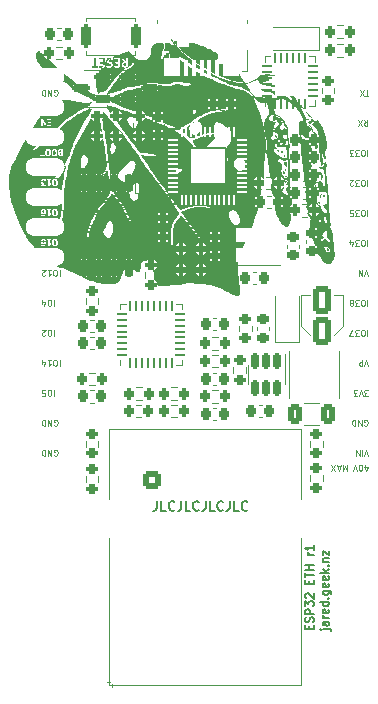
<source format=gto>
G04 #@! TF.GenerationSoftware,KiCad,Pcbnew,(6.0.4)*
G04 #@! TF.CreationDate,2022-10-30T16:37:21+13:00*
G04 #@! TF.ProjectId,LAN-Module,4c414e2d-4d6f-4647-956c-652e6b696361,rev?*
G04 #@! TF.SameCoordinates,Original*
G04 #@! TF.FileFunction,Legend,Top*
G04 #@! TF.FilePolarity,Positive*
%FSLAX46Y46*%
G04 Gerber Fmt 4.6, Leading zero omitted, Abs format (unit mm)*
G04 Created by KiCad (PCBNEW (6.0.4)) date 2022-10-30 16:37:21*
%MOMM*%
%LPD*%
G01*
G04 APERTURE LIST*
G04 Aperture macros list*
%AMRoundRect*
0 Rectangle with rounded corners*
0 $1 Rounding radius*
0 $2 $3 $4 $5 $6 $7 $8 $9 X,Y pos of 4 corners*
0 Add a 4 corners polygon primitive as box body*
4,1,4,$2,$3,$4,$5,$6,$7,$8,$9,$2,$3,0*
0 Add four circle primitives for the rounded corners*
1,1,$1+$1,$2,$3*
1,1,$1+$1,$4,$5*
1,1,$1+$1,$6,$7*
1,1,$1+$1,$8,$9*
0 Add four rect primitives between the rounded corners*
20,1,$1+$1,$2,$3,$4,$5,0*
20,1,$1+$1,$4,$5,$6,$7,0*
20,1,$1+$1,$6,$7,$8,$9,0*
20,1,$1+$1,$8,$9,$2,$3,0*%
G04 Aperture macros list end*
%ADD10C,0.150000*%
%ADD11C,0.000000*%
%ADD12C,0.125000*%
%ADD13C,0.120000*%
%ADD14C,0.450000*%
%ADD15C,0.264583*%
%ADD16R,1.200000X0.900000*%
%ADD17R,0.900000X1.200000*%
%ADD18RoundRect,0.200000X-0.275000X0.200000X-0.275000X-0.200000X0.275000X-0.200000X0.275000X0.200000X0*%
%ADD19RoundRect,0.200000X0.200000X0.275000X-0.200000X0.275000X-0.200000X-0.275000X0.200000X-0.275000X0*%
%ADD20C,2.500000*%
%ADD21C,1.500000*%
%ADD22RoundRect,0.250500X-0.499500X-0.499500X0.499500X-0.499500X0.499500X0.499500X-0.499500X0.499500X0*%
%ADD23C,3.250000*%
%ADD24C,1.600000*%
%ADD25R,1.651000X1.600000*%
%ADD26RoundRect,0.225000X0.225000X0.250000X-0.225000X0.250000X-0.225000X-0.250000X0.225000X-0.250000X0*%
%ADD27R,3.700000X1.200000*%
%ADD28RoundRect,0.200000X-0.200000X-0.275000X0.200000X-0.275000X0.200000X0.275000X-0.200000X0.275000X0*%
%ADD29R,2.600000X2.600000*%
%ADD30RoundRect,0.062500X0.350000X-0.062500X0.350000X0.062500X-0.350000X0.062500X-0.350000X-0.062500X0*%
%ADD31RoundRect,0.062500X0.062500X-0.350000X0.062500X0.350000X-0.062500X0.350000X-0.062500X-0.350000X0*%
%ADD32RoundRect,0.225000X-0.225000X-0.250000X0.225000X-0.250000X0.225000X0.250000X-0.225000X0.250000X0*%
%ADD33RoundRect,0.200000X0.275000X-0.200000X0.275000X0.200000X-0.275000X0.200000X-0.275000X-0.200000X0*%
%ADD34RoundRect,0.225000X-0.250000X0.225000X-0.250000X-0.225000X0.250000X-0.225000X0.250000X0.225000X0*%
%ADD35RoundRect,0.250000X0.375000X0.625000X-0.375000X0.625000X-0.375000X-0.625000X0.375000X-0.625000X0*%
%ADD36RoundRect,0.150000X0.587500X0.150000X-0.587500X0.150000X-0.587500X-0.150000X0.587500X-0.150000X0*%
%ADD37RoundRect,0.225000X0.250000X-0.225000X0.250000X0.225000X-0.250000X0.225000X-0.250000X-0.225000X0*%
%ADD38R,3.100000X3.100000*%
%ADD39RoundRect,0.062500X0.375000X-0.062500X0.375000X0.062500X-0.375000X0.062500X-0.375000X-0.062500X0*%
%ADD40RoundRect,0.062500X0.062500X-0.375000X0.062500X0.375000X-0.062500X0.375000X-0.062500X-0.375000X0*%
%ADD41RoundRect,0.200000X0.200000X0.800000X-0.200000X0.800000X-0.200000X-0.800000X0.200000X-0.800000X0*%
%ADD42RoundRect,0.150000X-0.587500X-0.150000X0.587500X-0.150000X0.587500X0.150000X-0.587500X0.150000X0*%
%ADD43R,0.450000X1.380000*%
%ADD44R,1.800000X1.900000*%
%ADD45R,1.000000X1.900000*%
%ADD46R,1.425000X1.550000*%
%ADD47R,1.650000X1.300000*%
%ADD48RoundRect,0.150000X-0.150000X0.512500X-0.150000X-0.512500X0.150000X-0.512500X0.150000X0.512500X0*%
%ADD49RoundRect,0.150000X-0.150000X0.650000X-0.150000X-0.650000X0.150000X-0.650000X0.150000X0.650000X0*%
%ADD50O,0.850000X0.200000*%
%ADD51O,0.200000X0.850000*%
%ADD52RoundRect,0.102000X1.500000X1.500000X-1.500000X1.500000X-1.500000X-1.500000X1.500000X-1.500000X0*%
%ADD53RoundRect,0.250001X0.499999X-0.924999X0.499999X0.924999X-0.499999X0.924999X-0.499999X-0.924999X0*%
%ADD54R,1.400000X1.200000*%
G04 APERTURE END LIST*
D10*
X31504761Y-66361904D02*
X31504761Y-66933333D01*
X31466666Y-67047619D01*
X31390476Y-67123809D01*
X31276190Y-67161904D01*
X31199999Y-67161904D01*
X32266666Y-67161904D02*
X31885714Y-67161904D01*
X31885714Y-66361904D01*
X32990476Y-67085714D02*
X32952380Y-67123809D01*
X32838095Y-67161904D01*
X32761904Y-67161904D01*
X32647619Y-67123809D01*
X32571428Y-67047619D01*
X32533333Y-66971428D01*
X32495238Y-66819047D01*
X32495238Y-66704761D01*
X32533333Y-66552380D01*
X32571428Y-66476190D01*
X32647619Y-66400000D01*
X32761904Y-66361904D01*
X32838095Y-66361904D01*
X32952380Y-66400000D01*
X32990476Y-66438095D01*
X33561904Y-66361904D02*
X33561904Y-66933333D01*
X33523809Y-67047619D01*
X33447619Y-67123809D01*
X33333333Y-67161904D01*
X33257142Y-67161904D01*
X34323809Y-67161904D02*
X33942857Y-67161904D01*
X33942857Y-66361904D01*
X35047619Y-67085714D02*
X35009523Y-67123809D01*
X34895238Y-67161904D01*
X34819047Y-67161904D01*
X34704761Y-67123809D01*
X34628571Y-67047619D01*
X34590476Y-66971428D01*
X34552380Y-66819047D01*
X34552380Y-66704761D01*
X34590476Y-66552380D01*
X34628571Y-66476190D01*
X34704761Y-66400000D01*
X34819047Y-66361904D01*
X34895238Y-66361904D01*
X35009523Y-66400000D01*
X35047619Y-66438095D01*
X35619047Y-66361904D02*
X35619047Y-66933333D01*
X35580952Y-67047619D01*
X35504761Y-67123809D01*
X35390476Y-67161904D01*
X35314285Y-67161904D01*
X36380952Y-67161904D02*
X36000000Y-67161904D01*
X36000000Y-66361904D01*
X37104761Y-67085714D02*
X37066666Y-67123809D01*
X36952380Y-67161904D01*
X36876190Y-67161904D01*
X36761904Y-67123809D01*
X36685714Y-67047619D01*
X36647619Y-66971428D01*
X36609523Y-66819047D01*
X36609523Y-66704761D01*
X36647619Y-66552380D01*
X36685714Y-66476190D01*
X36761904Y-66400000D01*
X36876190Y-66361904D01*
X36952380Y-66361904D01*
X37066666Y-66400000D01*
X37104761Y-66438095D01*
X37676190Y-66361904D02*
X37676190Y-66933333D01*
X37638095Y-67047619D01*
X37561904Y-67123809D01*
X37447619Y-67161904D01*
X37371428Y-67161904D01*
X38438095Y-67161904D02*
X38057142Y-67161904D01*
X38057142Y-66361904D01*
X39161904Y-67085714D02*
X39123809Y-67123809D01*
X39009523Y-67161904D01*
X38933333Y-67161904D01*
X38819047Y-67123809D01*
X38742857Y-67047619D01*
X38704761Y-66971428D01*
X38666666Y-66819047D01*
X38666666Y-66704761D01*
X38704761Y-66552380D01*
X38742857Y-66476190D01*
X38819047Y-66400000D01*
X38933333Y-66361904D01*
X39009523Y-66361904D01*
X39123809Y-66400000D01*
X39161904Y-66438095D01*
D11*
G36*
X45206863Y-36242692D02*
G01*
X45207712Y-36243591D01*
X45215121Y-36259819D01*
X45206860Y-36243416D01*
X45206436Y-36242605D01*
X45206017Y-36241793D01*
X45206863Y-36242692D01*
G37*
G36*
X35384539Y-37065167D02*
G01*
X35408827Y-37097722D01*
X35434149Y-37133378D01*
X35469289Y-37181439D01*
X35504945Y-37228980D01*
X35576259Y-37320447D01*
X35704417Y-37484262D01*
X35731288Y-37519402D01*
X35754543Y-37551958D01*
X35774697Y-37581413D01*
X35790199Y-37607768D01*
X35796916Y-37619654D01*
X35801566Y-37630507D01*
X35805701Y-37640842D01*
X35808284Y-37649626D01*
X35809318Y-37657894D01*
X35809318Y-37664612D01*
X35807768Y-37670814D01*
X35804152Y-37675464D01*
X35801568Y-37679082D01*
X35798468Y-37682699D01*
X35796400Y-37686317D01*
X35793816Y-37690450D01*
X35792264Y-37694068D01*
X35790197Y-37698202D01*
X35787096Y-37706471D01*
X35781928Y-37721457D01*
X35779344Y-37728174D01*
X35778312Y-37731276D01*
X35776760Y-37734375D01*
X35775211Y-37736960D01*
X35773660Y-37739026D01*
X35771592Y-37741094D01*
X35770040Y-37742128D01*
X35767972Y-37743160D01*
X35765388Y-37744194D01*
X35762804Y-37744194D01*
X35759702Y-37743677D01*
X35756602Y-37742645D01*
X35752984Y-37741094D01*
X35748850Y-37739026D01*
X35744716Y-37736443D01*
X35739548Y-37733342D01*
X35734381Y-37729208D01*
X35728696Y-37724040D01*
X35722500Y-37718876D01*
X35722500Y-37718854D01*
X35722494Y-37718849D01*
X35721470Y-37693034D01*
X35718887Y-37667713D01*
X35714752Y-37642908D01*
X35709585Y-37618620D01*
X35703384Y-37594850D01*
X35695631Y-37571595D01*
X35686846Y-37548857D01*
X35677028Y-37526636D01*
X35665659Y-37504416D01*
X35652741Y-37483228D01*
X35639304Y-37462041D01*
X35623802Y-37441370D01*
X35607782Y-37420699D01*
X35590211Y-37400546D01*
X35571091Y-37380909D01*
X35550937Y-37361271D01*
X35534918Y-37345252D01*
X35518898Y-37328200D01*
X35503395Y-37309078D01*
X35487376Y-37289441D01*
X35471873Y-37268255D01*
X35456370Y-37246033D01*
X35441901Y-37223295D01*
X35427431Y-37199524D01*
X35413478Y-37175753D01*
X35400042Y-37150949D01*
X35387640Y-37126145D01*
X35376272Y-37101340D01*
X35365420Y-37076535D01*
X35355085Y-37052246D01*
X35346299Y-37027959D01*
X35338547Y-37004187D01*
X35384539Y-37065167D01*
G37*
G36*
X45059725Y-36233008D02*
G01*
X45069289Y-36234187D01*
X45078488Y-36236152D01*
X45087292Y-36238885D01*
X45095681Y-36242372D01*
X45103621Y-36246596D01*
X45111084Y-36251540D01*
X45118052Y-36257189D01*
X45124489Y-36263528D01*
X45130371Y-36270540D01*
X45135676Y-36278207D01*
X45140372Y-36286516D01*
X45144432Y-36295451D01*
X45147831Y-36304994D01*
X45150544Y-36315131D01*
X45152540Y-36325844D01*
X45153792Y-36337119D01*
X45154280Y-36348938D01*
X45153969Y-36361287D01*
X45152836Y-36374150D01*
X45150852Y-36387509D01*
X45147991Y-36401348D01*
X45144389Y-36413718D01*
X45139569Y-36425524D01*
X45133620Y-36436754D01*
X45126627Y-36447391D01*
X45118672Y-36457425D01*
X45109837Y-36466841D01*
X45100209Y-36475625D01*
X45089869Y-36483765D01*
X45078900Y-36491246D01*
X45067389Y-36498054D01*
X45055416Y-36504177D01*
X45043068Y-36509601D01*
X45030428Y-36514312D01*
X45017580Y-36518296D01*
X45004605Y-36521541D01*
X44991589Y-36524031D01*
X44978611Y-36525755D01*
X44965763Y-36526698D01*
X44953129Y-36526847D01*
X44940781Y-36526187D01*
X44928812Y-36524707D01*
X44917303Y-36522392D01*
X44906340Y-36519227D01*
X44896004Y-36515201D01*
X44886380Y-36510299D01*
X44877549Y-36504508D01*
X44869601Y-36497814D01*
X44862612Y-36490204D01*
X44856669Y-36481664D01*
X44851857Y-36472181D01*
X44848261Y-36461741D01*
X44845961Y-36450329D01*
X44845436Y-36445393D01*
X44845192Y-36440315D01*
X44845221Y-36435103D01*
X44845516Y-36429769D01*
X44846880Y-36418784D01*
X44849243Y-36407446D01*
X44852553Y-36395847D01*
X44856764Y-36384073D01*
X44861828Y-36372215D01*
X44867701Y-36360360D01*
X44874333Y-36348602D01*
X44881676Y-36337024D01*
X44889685Y-36325720D01*
X44898308Y-36314778D01*
X44907503Y-36304285D01*
X44917225Y-36294334D01*
X44927420Y-36285010D01*
X44938048Y-36276405D01*
X44949864Y-36267895D01*
X44961613Y-36260348D01*
X44973265Y-36253743D01*
X44984787Y-36248068D01*
X44996165Y-36243306D01*
X45007361Y-36239441D01*
X45018353Y-36236457D01*
X45029112Y-36234337D01*
X45039612Y-36233066D01*
X45049828Y-36232628D01*
X45059725Y-36233008D01*
G37*
G36*
X29067604Y-29578800D02*
G01*
X29067532Y-29582549D01*
X29067275Y-29586272D01*
X29066835Y-29589965D01*
X29066215Y-29593620D01*
X29065416Y-29597232D01*
X29064443Y-29600794D01*
X29063296Y-29604299D01*
X29061980Y-29607742D01*
X29060496Y-29611116D01*
X29058847Y-29614415D01*
X29057036Y-29617633D01*
X29055065Y-29620763D01*
X29052937Y-29623799D01*
X29050655Y-29626735D01*
X29048220Y-29629564D01*
X29045636Y-29632280D01*
X29042920Y-29634864D01*
X29040091Y-29637299D01*
X29037155Y-29639581D01*
X29034119Y-29641709D01*
X29030989Y-29643680D01*
X29027771Y-29645491D01*
X29024472Y-29647140D01*
X29021098Y-29648624D01*
X29017655Y-29649940D01*
X29014150Y-29651087D01*
X29010588Y-29652060D01*
X29006977Y-29652859D01*
X29003322Y-29653479D01*
X28999629Y-29653920D01*
X28995906Y-29654177D01*
X28992157Y-29654248D01*
X28874851Y-29654248D01*
X28897072Y-29639779D01*
X28921877Y-29626860D01*
X28946682Y-29615491D01*
X28973037Y-29605156D01*
X29000943Y-29595854D01*
X29032465Y-29586552D01*
X29067605Y-29576733D01*
X29067604Y-29578800D01*
G37*
G36*
X42447548Y-38795437D02*
G01*
X42451924Y-38795736D01*
X42456133Y-38796206D01*
X42460165Y-38796845D01*
X42464020Y-38797649D01*
X42467692Y-38798614D01*
X42471180Y-38799735D01*
X42474476Y-38801012D01*
X42477576Y-38802439D01*
X42480477Y-38804013D01*
X42483172Y-38805728D01*
X42485657Y-38807586D01*
X42487929Y-38809576D01*
X42489981Y-38811701D01*
X42491812Y-38813954D01*
X42493416Y-38816331D01*
X42494101Y-38817581D01*
X42494789Y-38818831D01*
X42495924Y-38821448D01*
X42496821Y-38824178D01*
X42497145Y-38825598D01*
X42497473Y-38827019D01*
X42497872Y-38829967D01*
X42498020Y-38833018D01*
X42497908Y-38836169D01*
X42497532Y-38839416D01*
X42496893Y-38842754D01*
X42495976Y-38846181D01*
X42494789Y-38849694D01*
X42493317Y-38853288D01*
X42489813Y-38860508D01*
X42485785Y-38867612D01*
X42481276Y-38874559D01*
X42476345Y-38881306D01*
X42471028Y-38887815D01*
X42465376Y-38894043D01*
X42459437Y-38899954D01*
X42453257Y-38905504D01*
X42446888Y-38910654D01*
X42440373Y-38915364D01*
X42433760Y-38919591D01*
X42427096Y-38923297D01*
X42420428Y-38926442D01*
X42413805Y-38928985D01*
X42410525Y-38930017D01*
X42407276Y-38930884D01*
X42404061Y-38931580D01*
X42400885Y-38932100D01*
X42397740Y-38932443D01*
X42394612Y-38932613D01*
X42391505Y-38932614D01*
X42388420Y-38932450D01*
X42385372Y-38932124D01*
X42382357Y-38931641D01*
X42379381Y-38931003D01*
X42376448Y-38930213D01*
X42373564Y-38929277D01*
X42370732Y-38928197D01*
X42367956Y-38926977D01*
X42365244Y-38925621D01*
X42362597Y-38924133D01*
X42360020Y-38922515D01*
X42357521Y-38920772D01*
X42355101Y-38918907D01*
X42352764Y-38916925D01*
X42350516Y-38914827D01*
X42348360Y-38912619D01*
X42346304Y-38910302D01*
X42344349Y-38907883D01*
X42342501Y-38905363D01*
X42340765Y-38902747D01*
X42339144Y-38900040D01*
X42337641Y-38897242D01*
X42336264Y-38894359D01*
X42335020Y-38891394D01*
X42333905Y-38888350D01*
X42332928Y-38885231D01*
X42332096Y-38882042D01*
X42331408Y-38878786D01*
X42330876Y-38875467D01*
X42330553Y-38872117D01*
X42330496Y-38868776D01*
X42330700Y-38865445D01*
X42331156Y-38862131D01*
X42331864Y-38858839D01*
X42332817Y-38855575D01*
X42334004Y-38852342D01*
X42335421Y-38849145D01*
X42337065Y-38845991D01*
X42338925Y-38842884D01*
X42341000Y-38839830D01*
X42343281Y-38836831D01*
X42348444Y-38831027D01*
X42354365Y-38825512D01*
X42360993Y-38820327D01*
X42368285Y-38815513D01*
X42376192Y-38811109D01*
X42384669Y-38807155D01*
X42393664Y-38803691D01*
X42403132Y-38800761D01*
X42413029Y-38798402D01*
X42423300Y-38796656D01*
X42428452Y-38796039D01*
X42433461Y-38795613D01*
X42438317Y-38795372D01*
X42443016Y-38795316D01*
X42447548Y-38795437D01*
G37*
G36*
X45642292Y-40411058D02*
G01*
X45647772Y-40411427D01*
X45653069Y-40412062D01*
X45658181Y-40412959D01*
X45663103Y-40414120D01*
X45667839Y-40415540D01*
X45672385Y-40417216D01*
X45676731Y-40419146D01*
X45680888Y-40421329D01*
X45684843Y-40423762D01*
X45688597Y-40426441D01*
X45692148Y-40429366D01*
X45695492Y-40432534D01*
X45698628Y-40435944D01*
X45701556Y-40439592D01*
X45704272Y-40443475D01*
X45706772Y-40447592D01*
X45709055Y-40451940D01*
X45711121Y-40456517D01*
X45712963Y-40461322D01*
X45714585Y-40466350D01*
X45715977Y-40471601D01*
X45717140Y-40477072D01*
X45718077Y-40482760D01*
X45718777Y-40488663D01*
X45719244Y-40494780D01*
X45719471Y-40501106D01*
X45719460Y-40507642D01*
X45719208Y-40514383D01*
X45718176Y-40527169D01*
X45716536Y-40539172D01*
X45714323Y-40550390D01*
X45711573Y-40560819D01*
X45708311Y-40570458D01*
X45704577Y-40579306D01*
X45700396Y-40587360D01*
X45695809Y-40594617D01*
X45690836Y-40601077D01*
X45685520Y-40606737D01*
X45679892Y-40611596D01*
X45673981Y-40615650D01*
X45667820Y-40618901D01*
X45661440Y-40621342D01*
X45654877Y-40622974D01*
X45648159Y-40623795D01*
X45641323Y-40623801D01*
X45634400Y-40622993D01*
X45627421Y-40621367D01*
X45620417Y-40618921D01*
X45613425Y-40615653D01*
X45606472Y-40611563D01*
X45599596Y-40606647D01*
X45592823Y-40600904D01*
X45586191Y-40594331D01*
X45579731Y-40586927D01*
X45573471Y-40578689D01*
X45567452Y-40569616D01*
X45561699Y-40559706D01*
X45556248Y-40548957D01*
X45551129Y-40537366D01*
X45546372Y-40524933D01*
X45544617Y-40519601D01*
X45543152Y-40514335D01*
X45541975Y-40509138D01*
X45541085Y-40504020D01*
X45540476Y-40498980D01*
X45540148Y-40494026D01*
X45540093Y-40489165D01*
X45540312Y-40484400D01*
X45540800Y-40479735D01*
X45541552Y-40475178D01*
X45542569Y-40470731D01*
X45543841Y-40466401D01*
X45545369Y-40462195D01*
X45547148Y-40458115D01*
X45549176Y-40454167D01*
X45551453Y-40450357D01*
X45553973Y-40446690D01*
X45556729Y-40443170D01*
X45559719Y-40439802D01*
X45562945Y-40436593D01*
X45566401Y-40433547D01*
X45570080Y-40430671D01*
X45573984Y-40427966D01*
X45578104Y-40425441D01*
X45582444Y-40423100D01*
X45586996Y-40420946D01*
X45591755Y-40418988D01*
X45596720Y-40417230D01*
X45601893Y-40415674D01*
X45607260Y-40414330D01*
X45612824Y-40413199D01*
X45618580Y-40412288D01*
X45624768Y-40411570D01*
X45630783Y-40411126D01*
X45636620Y-40410957D01*
X45642292Y-40411058D01*
G37*
G36*
X44882485Y-35531288D02*
G01*
X44896370Y-35561699D01*
X44896368Y-35561704D01*
X44896371Y-35561709D01*
X44893132Y-35572364D01*
X44887429Y-35588383D01*
X44884173Y-35596217D01*
X44880589Y-35603857D01*
X44876641Y-35611245D01*
X44872284Y-35618325D01*
X44867476Y-35625036D01*
X44862181Y-35631323D01*
X44859173Y-35636328D01*
X44858116Y-35642658D01*
X44858948Y-35650372D01*
X44861616Y-35659534D01*
X44866053Y-35670208D01*
X44872200Y-35682455D01*
X44889387Y-35711921D01*
X45014551Y-35905259D01*
X45057539Y-35974968D01*
X45104241Y-36054230D01*
X45154171Y-36143546D01*
X45180205Y-36192130D01*
X45206017Y-36241793D01*
X45201927Y-36237460D01*
X45190449Y-36226451D01*
X45178295Y-36215874D01*
X45165520Y-36205769D01*
X45152161Y-36196174D01*
X45138268Y-36187130D01*
X45123892Y-36178676D01*
X45109080Y-36170851D01*
X45093876Y-36163696D01*
X45078337Y-36157246D01*
X45062496Y-36151545D01*
X45046412Y-36146631D01*
X45030129Y-36142543D01*
X45013693Y-36139322D01*
X44997153Y-36137005D01*
X44980557Y-36135632D01*
X44963948Y-36135245D01*
X44947380Y-36135879D01*
X44930901Y-36137577D01*
X44923548Y-36138448D01*
X44916355Y-36139032D01*
X44909333Y-36139330D01*
X44902472Y-36139345D01*
X44895781Y-36139078D01*
X44889263Y-36138532D01*
X44882920Y-36137709D01*
X44876757Y-36136610D01*
X44870768Y-36135238D01*
X44864968Y-36133593D01*
X44859352Y-36131680D01*
X44853920Y-36129498D01*
X44848685Y-36127052D01*
X44843636Y-36124341D01*
X44838787Y-36121369D01*
X44834135Y-36118137D01*
X44829687Y-36114646D01*
X44825444Y-36110899D01*
X44821404Y-36106900D01*
X44817576Y-36102648D01*
X44813959Y-36098147D01*
X44810557Y-36093396D01*
X44807371Y-36088400D01*
X44804407Y-36083161D01*
X44801665Y-36077678D01*
X44799149Y-36071956D01*
X44796860Y-36065995D01*
X44794800Y-36059798D01*
X44792977Y-36053367D01*
X44791388Y-36046705D01*
X44790036Y-36039811D01*
X44788927Y-36032689D01*
X44787932Y-36026347D01*
X44786669Y-36019911D01*
X44783364Y-36006803D01*
X44779087Y-35993463D01*
X44773896Y-35979987D01*
X44767857Y-35966473D01*
X44761032Y-35953018D01*
X44753485Y-35939719D01*
X44745283Y-35926673D01*
X44736492Y-35913978D01*
X44727173Y-35901731D01*
X44717388Y-35890029D01*
X44707205Y-35878969D01*
X44696684Y-35868649D01*
X44685892Y-35859166D01*
X44674897Y-35850618D01*
X44663756Y-35843099D01*
X44635388Y-35824615D01*
X44611325Y-35806989D01*
X44600928Y-35798425D01*
X44591637Y-35789989D01*
X44583460Y-35781650D01*
X44576405Y-35773381D01*
X44570481Y-35765151D01*
X44565701Y-35756932D01*
X44562073Y-35748694D01*
X44559605Y-35740409D01*
X44558308Y-35732047D01*
X44558188Y-35723580D01*
X44559260Y-35714977D01*
X44561528Y-35706209D01*
X44565008Y-35697249D01*
X44569704Y-35688067D01*
X44575625Y-35678632D01*
X44582781Y-35668918D01*
X44591185Y-35658893D01*
X44600844Y-35648530D01*
X44611769Y-35637799D01*
X44623965Y-35626669D01*
X44652220Y-35603103D01*
X44685685Y-35577599D01*
X44724432Y-35549924D01*
X44768544Y-35519844D01*
X44792176Y-35503564D01*
X44814568Y-35487238D01*
X44835713Y-35470898D01*
X44848681Y-35460255D01*
X44882485Y-35531288D01*
G37*
G36*
X22919662Y-41754804D02*
G01*
X22947567Y-41782708D01*
X22965654Y-41854020D01*
X22965654Y-42004916D01*
X22947567Y-42076228D01*
X22919662Y-42104133D01*
X22894340Y-42117053D01*
X22828195Y-42117053D01*
X22802873Y-42104133D01*
X22774968Y-42076228D01*
X22756881Y-42004916D01*
X22756881Y-41854020D01*
X22774968Y-41782708D01*
X22802873Y-41754804D01*
X22828195Y-41741885D01*
X22894340Y-41741885D01*
X22919662Y-41754804D01*
G37*
G36*
X45308417Y-40522413D02*
G01*
X45314629Y-40506687D01*
X45321097Y-40491714D01*
X45327784Y-40477513D01*
X45334645Y-40464110D01*
X45341637Y-40451530D01*
X45348717Y-40439798D01*
X45355845Y-40428935D01*
X45362976Y-40418970D01*
X45370072Y-40409926D01*
X45377089Y-40401826D01*
X45383984Y-40394695D01*
X45390717Y-40388557D01*
X45397240Y-40383436D01*
X45403517Y-40379359D01*
X45409500Y-40376348D01*
X45415156Y-40374428D01*
X45420435Y-40373624D01*
X45425301Y-40373959D01*
X45429705Y-40375458D01*
X45433604Y-40378145D01*
X45436961Y-40382047D01*
X45439732Y-40387184D01*
X45441876Y-40393584D01*
X45443352Y-40401271D01*
X45444113Y-40410268D01*
X45444121Y-40420599D01*
X45443333Y-40432290D01*
X45441704Y-40445364D01*
X45439192Y-40459848D01*
X45435761Y-40475763D01*
X45430825Y-40498710D01*
X45426541Y-40522472D01*
X45422980Y-40546358D01*
X45420212Y-40569684D01*
X45418309Y-40591760D01*
X45417343Y-40611897D01*
X45417233Y-40621022D01*
X45417383Y-40629405D01*
X45417805Y-40636960D01*
X45418499Y-40643600D01*
X45418801Y-40646674D01*
X45418856Y-40649742D01*
X45418680Y-40652799D01*
X45418272Y-40655840D01*
X45417641Y-40658859D01*
X45416788Y-40661854D01*
X45415728Y-40664819D01*
X45414456Y-40667750D01*
X45412979Y-40670642D01*
X45411309Y-40673489D01*
X45409445Y-40676289D01*
X45407393Y-40679035D01*
X45402748Y-40684352D01*
X45397419Y-40689401D01*
X45391453Y-40694144D01*
X45384884Y-40698549D01*
X45377760Y-40702575D01*
X45370125Y-40706185D01*
X45362017Y-40709343D01*
X45353480Y-40712013D01*
X45344557Y-40714155D01*
X45335293Y-40715736D01*
X45322172Y-40717146D01*
X45310597Y-40717511D01*
X45300536Y-40716730D01*
X45296072Y-40715879D01*
X45291975Y-40714703D01*
X45288248Y-40713188D01*
X45284884Y-40711325D01*
X45281880Y-40709098D01*
X45279236Y-40706496D01*
X45276947Y-40703505D01*
X45275011Y-40700114D01*
X45273424Y-40696307D01*
X45272185Y-40692077D01*
X45271284Y-40687406D01*
X45270727Y-40682284D01*
X45270624Y-40670633D01*
X45271839Y-40657022D01*
X45274361Y-40641349D01*
X45278153Y-40623513D01*
X45283196Y-40603413D01*
X45289463Y-40580945D01*
X45296936Y-40556012D01*
X45302504Y-40538862D01*
X45308417Y-40522413D01*
G37*
G36*
X44774344Y-37573881D02*
G01*
X44780957Y-37574565D01*
X44787585Y-37575844D01*
X44794205Y-37577704D01*
X44800789Y-37580126D01*
X44807316Y-37583100D01*
X44813755Y-37586607D01*
X44820088Y-37590636D01*
X44826285Y-37595169D01*
X44832320Y-37600192D01*
X44838171Y-37605690D01*
X44843811Y-37611650D01*
X44849213Y-37618054D01*
X44854351Y-37624888D01*
X44859207Y-37632137D01*
X44863749Y-37639786D01*
X44867953Y-37647822D01*
X44871792Y-37656227D01*
X44875241Y-37664990D01*
X44878281Y-37674092D01*
X44880877Y-37683519D01*
X44883007Y-37693258D01*
X44884651Y-37703291D01*
X44885180Y-37708108D01*
X44885449Y-37712898D01*
X44885464Y-37717655D01*
X44885231Y-37722372D01*
X44884756Y-37727042D01*
X44884045Y-37731657D01*
X44883101Y-37736212D01*
X44881928Y-37740699D01*
X44880535Y-37745112D01*
X44878928Y-37749442D01*
X44877108Y-37753684D01*
X44875084Y-37757832D01*
X44872860Y-37761876D01*
X44870444Y-37765813D01*
X44867840Y-37769634D01*
X44865052Y-37773331D01*
X44862088Y-37776901D01*
X44858948Y-37780333D01*
X44855645Y-37783621D01*
X44852177Y-37786761D01*
X44848553Y-37789744D01*
X44844780Y-37792562D01*
X44840861Y-37795209D01*
X44836804Y-37797680D01*
X44832611Y-37799966D01*
X44828293Y-37802062D01*
X44823849Y-37803959D01*
X44819285Y-37805651D01*
X44814612Y-37807132D01*
X44809832Y-37808395D01*
X44804949Y-37809431D01*
X44799969Y-37810236D01*
X44790921Y-37811069D01*
X44782145Y-37811081D01*
X44773648Y-37810311D01*
X44765452Y-37808790D01*
X44757569Y-37806556D01*
X44750008Y-37803642D01*
X44742789Y-37800082D01*
X44735924Y-37795912D01*
X44729428Y-37791167D01*
X44723317Y-37785880D01*
X44717600Y-37780089D01*
X44712296Y-37773824D01*
X44707421Y-37767123D01*
X44702984Y-37760021D01*
X44699000Y-37752551D01*
X44695488Y-37744748D01*
X44692459Y-37736649D01*
X44689928Y-37728285D01*
X44687908Y-37719694D01*
X44686413Y-37710909D01*
X44685456Y-37701966D01*
X44685061Y-37692897D01*
X44685229Y-37683741D01*
X44685980Y-37674528D01*
X44687329Y-37665298D01*
X44689293Y-37656080D01*
X44691880Y-37646914D01*
X44695109Y-37637830D01*
X44698992Y-37628866D01*
X44703545Y-37620056D01*
X44708781Y-37611434D01*
X44714712Y-37603036D01*
X44719765Y-37596952D01*
X44725085Y-37591610D01*
X44730652Y-37586999D01*
X44736437Y-37583102D01*
X44742417Y-37579905D01*
X44748568Y-37577390D01*
X44754860Y-37575546D01*
X44761269Y-37574356D01*
X44767773Y-37573806D01*
X44774344Y-37573881D01*
G37*
G36*
X42280228Y-37040648D02*
G01*
X42283953Y-37041211D01*
X42287709Y-37041996D01*
X42291437Y-37042932D01*
X42295132Y-37044011D01*
X42298796Y-37045231D01*
X42302416Y-37046587D01*
X42305989Y-37048073D01*
X42312977Y-37051418D01*
X42319712Y-37055227D01*
X42326157Y-37059460D01*
X42332268Y-37064081D01*
X42338009Y-37069050D01*
X42343329Y-37074329D01*
X42348193Y-37079877D01*
X42350441Y-37082741D01*
X42352557Y-37085658D01*
X42354536Y-37088624D01*
X42356377Y-37091633D01*
X42358069Y-37094680D01*
X42359612Y-37097762D01*
X42361000Y-37100872D01*
X42362225Y-37104007D01*
X42363285Y-37107162D01*
X42364172Y-37110329D01*
X42364880Y-37113507D01*
X42365408Y-37116690D01*
X42365753Y-37119897D01*
X42365921Y-37123148D01*
X42365912Y-37126438D01*
X42365740Y-37129760D01*
X42365401Y-37133108D01*
X42364897Y-37136477D01*
X42364237Y-37139858D01*
X42363421Y-37143249D01*
X42362452Y-37146640D01*
X42361340Y-37150028D01*
X42360085Y-37153405D01*
X42358689Y-37156767D01*
X42357157Y-37160106D01*
X42355492Y-37163416D01*
X42353701Y-37166693D01*
X42351780Y-37169929D01*
X42349741Y-37173117D01*
X42347584Y-37176254D01*
X42345316Y-37179331D01*
X42342936Y-37182345D01*
X42340449Y-37185287D01*
X42337860Y-37188153D01*
X42335177Y-37190934D01*
X42332392Y-37193628D01*
X42329521Y-37196225D01*
X42326561Y-37198722D01*
X42323517Y-37201111D01*
X42320393Y-37203388D01*
X42317192Y-37205546D01*
X42313921Y-37207576D01*
X42310576Y-37209477D01*
X42307173Y-37211239D01*
X42303736Y-37212780D01*
X42300305Y-37214021D01*
X42296885Y-37214968D01*
X42293480Y-37215623D01*
X42290097Y-37215994D01*
X42286736Y-37216084D01*
X42283409Y-37215898D01*
X42280117Y-37215440D01*
X42276869Y-37214716D01*
X42273669Y-37213732D01*
X42270521Y-37212490D01*
X42267428Y-37210999D01*
X42264401Y-37209258D01*
X42261441Y-37207277D01*
X42258553Y-37205058D01*
X42255745Y-37202607D01*
X42253016Y-37199929D01*
X42250380Y-37197028D01*
X42247837Y-37193909D01*
X42245392Y-37190579D01*
X42243052Y-37187039D01*
X42240824Y-37183296D01*
X42238709Y-37179355D01*
X42236716Y-37175221D01*
X42234848Y-37170898D01*
X42233109Y-37166391D01*
X42231505Y-37161704D01*
X42230044Y-37156844D01*
X42227564Y-37146621D01*
X42225712Y-37135761D01*
X42225048Y-37130227D01*
X42224585Y-37124800D01*
X42224312Y-37119484D01*
X42224232Y-37114288D01*
X42224337Y-37109213D01*
X42224625Y-37104269D01*
X42225088Y-37099463D01*
X42225733Y-37094796D01*
X42226544Y-37090278D01*
X42227524Y-37085915D01*
X42228669Y-37081712D01*
X42229973Y-37077675D01*
X42231432Y-37073812D01*
X42233044Y-37070125D01*
X42234808Y-37066624D01*
X42236716Y-37063314D01*
X42238764Y-37060199D01*
X42240952Y-37057288D01*
X42243273Y-37054587D01*
X42245724Y-37052099D01*
X42248301Y-37049832D01*
X42251005Y-37047792D01*
X42253825Y-37045984D01*
X42256760Y-37044418D01*
X42259808Y-37043094D01*
X42262965Y-37042023D01*
X42266224Y-37041209D01*
X42269585Y-37040658D01*
X42273041Y-37040377D01*
X42276589Y-37040372D01*
X42280228Y-37040648D01*
G37*
G36*
X22894341Y-44281785D02*
G01*
X22919662Y-44294704D01*
X22947568Y-44323125D01*
X22965654Y-44393922D01*
X22965654Y-44545333D01*
X22947568Y-44616130D01*
X22919662Y-44644552D01*
X22894341Y-44656953D01*
X22828195Y-44656953D01*
X22802874Y-44644552D01*
X22774968Y-44616130D01*
X22756882Y-44545333D01*
X22756882Y-44393922D01*
X22774968Y-44323123D01*
X22802874Y-44294702D01*
X22828195Y-44281781D01*
X22894341Y-44281785D01*
G37*
G36*
X40973221Y-30224646D02*
G01*
X41045733Y-30227948D01*
X41116192Y-30233124D01*
X41183625Y-30240057D01*
X41247061Y-30248631D01*
X41305517Y-30258731D01*
X41358017Y-30270241D01*
X41403590Y-30283046D01*
X41441256Y-30297029D01*
X41456820Y-30304426D01*
X41470042Y-30312075D01*
X41480797Y-30319962D01*
X41488964Y-30328069D01*
X41494425Y-30336385D01*
X41497057Y-30344896D01*
X41496949Y-30345739D01*
X41496846Y-30346583D01*
X41496301Y-30347423D01*
X41495760Y-30348264D01*
X41491061Y-30351598D01*
X41483128Y-30354879D01*
X41472132Y-30358086D01*
X41441645Y-30364205D01*
X41400965Y-30369792D01*
X41351452Y-30374691D01*
X41294485Y-30378741D01*
X41231425Y-30381785D01*
X41163641Y-30383662D01*
X41105997Y-30384763D01*
X41055504Y-30386001D01*
X41011845Y-30387552D01*
X40974684Y-30389587D01*
X40958441Y-30390841D01*
X40943697Y-30392282D01*
X40930416Y-30393932D01*
X40918560Y-30395812D01*
X40908081Y-30397945D01*
X40898941Y-30400352D01*
X40891100Y-30403054D01*
X40884516Y-30406075D01*
X40879149Y-30409434D01*
X40876910Y-30411247D01*
X40874956Y-30413154D01*
X40873289Y-30415158D01*
X40872593Y-30416209D01*
X40871901Y-30417259D01*
X40870785Y-30419461D01*
X40869936Y-30421768D01*
X40869647Y-30422975D01*
X40869353Y-30424182D01*
X40869028Y-30426705D01*
X40869133Y-30432089D01*
X40870209Y-30437944D01*
X40872212Y-30444290D01*
X40875109Y-30451152D01*
X40878857Y-30458549D01*
X40883408Y-30466502D01*
X40888729Y-30475036D01*
X40901509Y-30493930D01*
X40916865Y-30515402D01*
X40943436Y-30553226D01*
X40965565Y-30587507D01*
X40983116Y-30618467D01*
X40990137Y-30632770D01*
X40995964Y-30646326D01*
X41000580Y-30659163D01*
X41003970Y-30671308D01*
X41006113Y-30682789D01*
X41006996Y-30693633D01*
X41006609Y-30703869D01*
X41004925Y-30713523D01*
X41001929Y-30722625D01*
X40997608Y-30731200D01*
X40991946Y-30739279D01*
X40984921Y-30746886D01*
X40976521Y-30754052D01*
X40966725Y-30760804D01*
X40955521Y-30767169D01*
X40942892Y-30773174D01*
X40928820Y-30778847D01*
X40913288Y-30784218D01*
X40877777Y-30794157D01*
X40836230Y-30803214D01*
X40788508Y-30811610D01*
X40734484Y-30819567D01*
X40644757Y-30832916D01*
X40571085Y-30846402D01*
X40513789Y-30860176D01*
X40473193Y-30874387D01*
X40459257Y-30881706D01*
X40449622Y-30889189D01*
X40444317Y-30896858D01*
X40443392Y-30904732D01*
X40446888Y-30912830D01*
X40454840Y-30921169D01*
X40484276Y-30938648D01*
X40532029Y-30957324D01*
X40598421Y-30977345D01*
X40683773Y-30998863D01*
X40788409Y-31022032D01*
X41056828Y-31073920D01*
X41406260Y-31134222D01*
X41501293Y-31148855D01*
X41595253Y-31161110D01*
X41687420Y-31171011D01*
X41777077Y-31178586D01*
X41863493Y-31183861D01*
X41945952Y-31186863D01*
X42023737Y-31187618D01*
X42096117Y-31186155D01*
X42162373Y-31182499D01*
X42221789Y-31176675D01*
X42273636Y-31168712D01*
X42296496Y-31163937D01*
X42317196Y-31158636D01*
X42335644Y-31152814D01*
X42351748Y-31146474D01*
X42365425Y-31139618D01*
X42376572Y-31132251D01*
X42385113Y-31124376D01*
X42390944Y-31115995D01*
X42393988Y-31107114D01*
X42394144Y-31097733D01*
X42390984Y-31088978D01*
X42383608Y-31077162D01*
X42372237Y-31062487D01*
X42357096Y-31045157D01*
X42316380Y-31003334D01*
X42263233Y-30953312D01*
X42199429Y-30896704D01*
X42126736Y-30835130D01*
X42046936Y-30770205D01*
X41961796Y-30703544D01*
X41903652Y-30658573D01*
X41851437Y-30617487D01*
X41805016Y-30580128D01*
X41783936Y-30562798D01*
X41764252Y-30546341D01*
X41745949Y-30530738D01*
X41729008Y-30515968D01*
X41713417Y-30502012D01*
X41699152Y-30488853D01*
X41686201Y-30476467D01*
X41674544Y-30464838D01*
X41664168Y-30453944D01*
X41655052Y-30443766D01*
X41647181Y-30434286D01*
X41640541Y-30425483D01*
X41635109Y-30417338D01*
X41630873Y-30409831D01*
X41629196Y-30406309D01*
X41627812Y-30402941D01*
X41626717Y-30399723D01*
X41625912Y-30396651D01*
X41625393Y-30393724D01*
X41625157Y-30390939D01*
X41625201Y-30388294D01*
X41625525Y-30385788D01*
X41626129Y-30383415D01*
X41627005Y-30381176D01*
X41628157Y-30379067D01*
X41629576Y-30377084D01*
X41631264Y-30375229D01*
X41633225Y-30373494D01*
X41635445Y-30371881D01*
X41637928Y-30370384D01*
X41640673Y-30369004D01*
X41643677Y-30367738D01*
X41650448Y-30365532D01*
X41658228Y-30363747D01*
X41666996Y-30362367D01*
X41681506Y-30361344D01*
X41698477Y-30361616D01*
X41717697Y-30363129D01*
X41738961Y-30365830D01*
X41762053Y-30369659D01*
X41786768Y-30374563D01*
X41840220Y-30387375D01*
X41897633Y-30403818D01*
X41957329Y-30423453D01*
X42017624Y-30445833D01*
X42076840Y-30470516D01*
X42149765Y-30518622D01*
X42235945Y-30602997D01*
X42443964Y-30870759D01*
X42692677Y-31254203D01*
X42701568Y-31269365D01*
X42701561Y-31269366D01*
X42701562Y-31269368D01*
X42667528Y-31275360D01*
X42589804Y-31285455D01*
X42498564Y-31294556D01*
X42393509Y-31302927D01*
X42274317Y-31310836D01*
X42110892Y-31318371D01*
X41952004Y-31320304D01*
X41794525Y-31316379D01*
X41635329Y-31306339D01*
X41471285Y-31289931D01*
X41299269Y-31266896D01*
X41116148Y-31236981D01*
X40918804Y-31199928D01*
X40676100Y-31151292D01*
X40577193Y-31130593D01*
X40491785Y-31111654D01*
X40453801Y-31102690D01*
X40418782Y-31093984D01*
X40386589Y-31085472D01*
X40357085Y-31077093D01*
X40330132Y-31068785D01*
X40305601Y-31060491D01*
X40283345Y-31052145D01*
X40263230Y-31043688D01*
X40245121Y-31035057D01*
X40228876Y-31026192D01*
X40214369Y-31017034D01*
X40201453Y-31007517D01*
X40189993Y-30997583D01*
X40179848Y-30987169D01*
X40170893Y-30976216D01*
X40162981Y-30964661D01*
X40155978Y-30952442D01*
X40149741Y-30939500D01*
X40144144Y-30925772D01*
X40139040Y-30911197D01*
X40134301Y-30895715D01*
X40129780Y-30879264D01*
X40120865Y-30843207D01*
X40113509Y-30813484D01*
X40106285Y-30786905D01*
X40099097Y-30763376D01*
X40095494Y-30752731D01*
X40091860Y-30742816D01*
X40088196Y-30733620D01*
X40084488Y-30725134D01*
X40080721Y-30717345D01*
X40076886Y-30710243D01*
X40072970Y-30703819D01*
X40068961Y-30698059D01*
X40064848Y-30692952D01*
X40060625Y-30688491D01*
X40056273Y-30684661D01*
X40051789Y-30681453D01*
X40047152Y-30678856D01*
X40042361Y-30676858D01*
X40037401Y-30675449D01*
X40032257Y-30674618D01*
X40026921Y-30674355D01*
X40021376Y-30674648D01*
X40015621Y-30675486D01*
X40009636Y-30676858D01*
X40003416Y-30678754D01*
X39996945Y-30681162D01*
X39990218Y-30684072D01*
X39983214Y-30687473D01*
X39975930Y-30691354D01*
X39968350Y-30695703D01*
X39944437Y-30708995D01*
X39915880Y-30723416D01*
X39883746Y-30738507D01*
X39849104Y-30753807D01*
X39813032Y-30768855D01*
X39776600Y-30783192D01*
X39740881Y-30796359D01*
X39706946Y-30807893D01*
X39690110Y-30813567D01*
X39672392Y-30819984D01*
X39634913Y-30834755D01*
X39595702Y-30851633D01*
X39555952Y-30870045D01*
X39516861Y-30889419D01*
X39479620Y-30909182D01*
X39445429Y-30928760D01*
X39429848Y-30938299D01*
X39415480Y-30947580D01*
X39382193Y-30965192D01*
X39340718Y-30979419D01*
X39234822Y-30998073D01*
X39101036Y-31004245D01*
X39017380Y-31001286D01*
X38973513Y-30938519D01*
X38977469Y-30938902D01*
X39034485Y-30942516D01*
X39085741Y-30943433D01*
X39109629Y-30942851D01*
X39132576Y-30941557D01*
X39154757Y-30939540D01*
X39176333Y-30936788D01*
X39197481Y-30933286D01*
X39218361Y-30929027D01*
X39239142Y-30923994D01*
X39259989Y-30918176D01*
X39302569Y-30904139D01*
X39347441Y-30886815D01*
X39395945Y-30866106D01*
X39509224Y-30814140D01*
X39545021Y-30796932D01*
X39581652Y-30778380D01*
X39618845Y-30758655D01*
X39656332Y-30737932D01*
X39693848Y-30716387D01*
X39731129Y-30694192D01*
X39803889Y-30648546D01*
X39838841Y-30625445D01*
X39872477Y-30602390D01*
X39904537Y-30579555D01*
X39934748Y-30557113D01*
X39962845Y-30535240D01*
X39988556Y-30514109D01*
X40011616Y-30493895D01*
X40031758Y-30474769D01*
X40058497Y-30448987D01*
X40084948Y-30425320D01*
X40111452Y-30403638D01*
X40138344Y-30383800D01*
X40165961Y-30365671D01*
X40194641Y-30349118D01*
X40224720Y-30334003D01*
X40256541Y-30320191D01*
X40290432Y-30307544D01*
X40326741Y-30295929D01*
X40365797Y-30285208D01*
X40407940Y-30275246D01*
X40453509Y-30265908D01*
X40502837Y-30257057D01*
X40614128Y-30240275D01*
X40682240Y-30232477D01*
X40753186Y-30227133D01*
X40825981Y-30224123D01*
X40899660Y-30223333D01*
X40973221Y-30224646D01*
G37*
G36*
X26534847Y-31914567D02*
G01*
X26534912Y-31918309D01*
X26534865Y-31921893D01*
X26534700Y-31925315D01*
X26534415Y-31928570D01*
X26534000Y-31931653D01*
X26533746Y-31933128D01*
X26533456Y-31934559D01*
X26533132Y-31935943D01*
X26532775Y-31937282D01*
X26532382Y-31938574D01*
X26531953Y-31939819D01*
X26531488Y-31941016D01*
X26530987Y-31942165D01*
X26530446Y-31943264D01*
X26529869Y-31944313D01*
X26529253Y-31945313D01*
X26528597Y-31946261D01*
X26527902Y-31947157D01*
X26527166Y-31948002D01*
X26526389Y-31948794D01*
X26525571Y-31949532D01*
X26524711Y-31950216D01*
X26523807Y-31950846D01*
X26522861Y-31951421D01*
X26521870Y-31951939D01*
X26519334Y-31953116D01*
X26516725Y-31954227D01*
X26514046Y-31955273D01*
X26511298Y-31956257D01*
X26508484Y-31957181D01*
X26505607Y-31958046D01*
X26499673Y-31959610D01*
X26493515Y-31960963D01*
X26487152Y-31962121D01*
X26480604Y-31963101D01*
X26473891Y-31963918D01*
X26473888Y-31963918D01*
X26473888Y-31963917D01*
X26473886Y-31963917D01*
X26476789Y-31960292D01*
X26479972Y-31956604D01*
X26483480Y-31952844D01*
X26485371Y-31950933D01*
X26487360Y-31948999D01*
X26489453Y-31947042D01*
X26491657Y-31945059D01*
X26493975Y-31943049D01*
X26496415Y-31941011D01*
X26498981Y-31938943D01*
X26501681Y-31936844D01*
X26504519Y-31934713D01*
X26507501Y-31932547D01*
X26510959Y-31930024D01*
X26514387Y-31927412D01*
X26517793Y-31924725D01*
X26521179Y-31921978D01*
X26527926Y-31916359D01*
X26534673Y-31910672D01*
X26534847Y-31914567D01*
G37*
G36*
X42210724Y-38430830D02*
G01*
X42217913Y-38432626D01*
X42225209Y-38435405D01*
X42232580Y-38439107D01*
X42239992Y-38443671D01*
X42247416Y-38449039D01*
X42254809Y-38455145D01*
X42262141Y-38461935D01*
X42269373Y-38469345D01*
X42283409Y-38485790D01*
X42296637Y-38503994D01*
X42308781Y-38523479D01*
X42319561Y-38543760D01*
X42328705Y-38564354D01*
X42335928Y-38584783D01*
X42338732Y-38594782D01*
X42340952Y-38604560D01*
X42342552Y-38614056D01*
X42343504Y-38623206D01*
X42343764Y-38631954D01*
X42343300Y-38640238D01*
X42342081Y-38647998D01*
X42340069Y-38655174D01*
X42337233Y-38661704D01*
X42333529Y-38667530D01*
X42330132Y-38671083D01*
X42326149Y-38673628D01*
X42321625Y-38675210D01*
X42316601Y-38675869D01*
X42311117Y-38675645D01*
X42305220Y-38674582D01*
X42298952Y-38672718D01*
X42292357Y-38670097D01*
X42285473Y-38666758D01*
X42278345Y-38662743D01*
X42263533Y-38652850D01*
X42248257Y-38640751D01*
X42232865Y-38626773D01*
X42217692Y-38611248D01*
X42203085Y-38594505D01*
X42189385Y-38576873D01*
X42176932Y-38558685D01*
X42166073Y-38540268D01*
X42157145Y-38521954D01*
X42153513Y-38512939D01*
X42150492Y-38504071D01*
X42148125Y-38495396D01*
X42146452Y-38486951D01*
X42146136Y-38484451D01*
X42145974Y-38481961D01*
X42145964Y-38479486D01*
X42146030Y-38478257D01*
X42146101Y-38477028D01*
X42146380Y-38474594D01*
X42146805Y-38472184D01*
X42147364Y-38469804D01*
X42148060Y-38467457D01*
X42148888Y-38465147D01*
X42149845Y-38462877D01*
X42150925Y-38460651D01*
X42151525Y-38459561D01*
X42152129Y-38458472D01*
X42153448Y-38456343D01*
X42154888Y-38454270D01*
X42156437Y-38452255D01*
X42157265Y-38451277D01*
X42158097Y-38450300D01*
X42159861Y-38448413D01*
X42161728Y-38446594D01*
X42163697Y-38444848D01*
X42165757Y-38443179D01*
X42167912Y-38441590D01*
X42170161Y-38440085D01*
X42172493Y-38438666D01*
X42174908Y-38437338D01*
X42177405Y-38436105D01*
X42179976Y-38434970D01*
X42182621Y-38433937D01*
X42185337Y-38433009D01*
X42188120Y-38432191D01*
X42190964Y-38431485D01*
X42193873Y-38430896D01*
X42196837Y-38430427D01*
X42203692Y-38430077D01*
X42210724Y-38430830D01*
G37*
G36*
X45384812Y-36631461D02*
G01*
X45384844Y-36631541D01*
X45384880Y-36631620D01*
X45405979Y-36683321D01*
X45435492Y-36758475D01*
X45451565Y-36821457D01*
X45481695Y-36958493D01*
X45519560Y-37145699D01*
X45558832Y-37359194D01*
X45593180Y-37575099D01*
X45606531Y-37676492D01*
X45616280Y-37769532D01*
X45619299Y-37815620D01*
X45606713Y-37824505D01*
X45593924Y-37830774D01*
X45580996Y-37834259D01*
X45576857Y-37835003D01*
X45572792Y-37835918D01*
X45568812Y-37836994D01*
X45564917Y-37838229D01*
X45561112Y-37839617D01*
X45557400Y-37841153D01*
X45553791Y-37842833D01*
X45550284Y-37844649D01*
X45546889Y-37846597D01*
X45543608Y-37848672D01*
X45540444Y-37850869D01*
X45537400Y-37853182D01*
X45534489Y-37855606D01*
X45531704Y-37858137D01*
X45529057Y-37860769D01*
X45526553Y-37863495D01*
X45524193Y-37866312D01*
X45521981Y-37869214D01*
X45519928Y-37872196D01*
X45518032Y-37875253D01*
X45516301Y-37878378D01*
X45514736Y-37881568D01*
X45513348Y-37884817D01*
X45512137Y-37888121D01*
X45511105Y-37891471D01*
X45510264Y-37894865D01*
X45509611Y-37898298D01*
X45509156Y-37901761D01*
X45508904Y-37905255D01*
X45508856Y-37908769D01*
X45509016Y-37912299D01*
X45509392Y-37915843D01*
X45509779Y-37919328D01*
X45509976Y-37922688D01*
X45509980Y-37925915D01*
X45509804Y-37929013D01*
X45509444Y-37931975D01*
X45508911Y-37934799D01*
X45508204Y-37937485D01*
X45507332Y-37940029D01*
X45506293Y-37942431D01*
X45505097Y-37944684D01*
X45503741Y-37946790D01*
X45502236Y-37948744D01*
X45500580Y-37950546D01*
X45498783Y-37952193D01*
X45496844Y-37953680D01*
X45494772Y-37955008D01*
X45492567Y-37956172D01*
X45490237Y-37957173D01*
X45487780Y-37958005D01*
X45485205Y-37958667D01*
X45482512Y-37959158D01*
X45479708Y-37959476D01*
X45476795Y-37959614D01*
X45473780Y-37959576D01*
X45470669Y-37959355D01*
X45467461Y-37958949D01*
X45464159Y-37958358D01*
X45460772Y-37957580D01*
X45457300Y-37956609D01*
X45453749Y-37955446D01*
X45450119Y-37954087D01*
X45446425Y-37952530D01*
X45438729Y-37945534D01*
X45430643Y-37931490D01*
X45413521Y-37884012D01*
X45395468Y-37813618D01*
X45376904Y-37723828D01*
X45339896Y-37500139D01*
X45305817Y-37241110D01*
X45277985Y-36974906D01*
X45259720Y-36729690D01*
X45255213Y-36623755D01*
X45254343Y-36533627D01*
X45257525Y-36462829D01*
X45265171Y-36414880D01*
X45268128Y-36401962D01*
X45269743Y-36388922D01*
X45269968Y-36379946D01*
X45384812Y-36631461D01*
G37*
G36*
X44505575Y-33970703D02*
G01*
X44526192Y-33974067D01*
X44546667Y-33979180D01*
X44567181Y-33986061D01*
X44587908Y-33994734D01*
X44609028Y-34005218D01*
X44630717Y-34017536D01*
X44653153Y-34031708D01*
X44676512Y-34047757D01*
X44693552Y-34059573D01*
X44710833Y-34070959D01*
X44728232Y-34081862D01*
X44745632Y-34092225D01*
X44762913Y-34101994D01*
X44779957Y-34111115D01*
X44796637Y-34119533D01*
X44812840Y-34127192D01*
X44828440Y-34134038D01*
X44843325Y-34140016D01*
X44857365Y-34145072D01*
X44870447Y-34149150D01*
X44882449Y-34152196D01*
X44893248Y-34154155D01*
X44902727Y-34154972D01*
X44910769Y-34154593D01*
X44912728Y-34155383D01*
X44911505Y-34158629D01*
X44900587Y-34171788D01*
X44852436Y-34219863D01*
X44841969Y-34230155D01*
X44840689Y-34230357D01*
X44824761Y-34232875D01*
X44808960Y-34236040D01*
X44793385Y-34239804D01*
X44778124Y-34244122D01*
X44763281Y-34248946D01*
X44748944Y-34254228D01*
X44735216Y-34259923D01*
X44722187Y-34265982D01*
X44709956Y-34272359D01*
X44698616Y-34279008D01*
X44688259Y-34285880D01*
X44678988Y-34292929D01*
X44670893Y-34300108D01*
X44664069Y-34307370D01*
X44658615Y-34314668D01*
X44654629Y-34321954D01*
X44652851Y-34325590D01*
X44650761Y-34329226D01*
X44648360Y-34332856D01*
X44645668Y-34336475D01*
X44642693Y-34340077D01*
X44639441Y-34343657D01*
X44635924Y-34347208D01*
X44632153Y-34350725D01*
X44628140Y-34354203D01*
X44623892Y-34357636D01*
X44614741Y-34364344D01*
X44604781Y-34370803D01*
X44594092Y-34376968D01*
X44582768Y-34382794D01*
X44570881Y-34388236D01*
X44558520Y-34393248D01*
X44545769Y-34397786D01*
X44532704Y-34401804D01*
X44519417Y-34405256D01*
X44505987Y-34408098D01*
X44492497Y-34410285D01*
X44469624Y-34413460D01*
X44449845Y-34416486D01*
X44433195Y-34419608D01*
X44426060Y-34421282D01*
X44419724Y-34423072D01*
X44414189Y-34425010D01*
X44409460Y-34427125D01*
X44405545Y-34429450D01*
X44402445Y-34432013D01*
X44400172Y-34434848D01*
X44398724Y-34437983D01*
X44398108Y-34441449D01*
X44398329Y-34445279D01*
X44399391Y-34449502D01*
X44401301Y-34454149D01*
X44404064Y-34459250D01*
X44407685Y-34464838D01*
X44412165Y-34470941D01*
X44417507Y-34477592D01*
X44430821Y-34492659D01*
X44447661Y-34510283D01*
X44468060Y-34530711D01*
X44519713Y-34580965D01*
X44535948Y-34597530D01*
X44551997Y-34615589D01*
X44567765Y-34634962D01*
X44583153Y-34655475D01*
X44598069Y-34676950D01*
X44612419Y-34699209D01*
X44626112Y-34722077D01*
X44639048Y-34745375D01*
X44651137Y-34768928D01*
X44662276Y-34792558D01*
X44672381Y-34816089D01*
X44681353Y-34839343D01*
X44689097Y-34862143D01*
X44695517Y-34884313D01*
X44700520Y-34905676D01*
X44704016Y-34926055D01*
X44707892Y-34951195D01*
X44712427Y-34974480D01*
X44717665Y-34995962D01*
X44723645Y-35015693D01*
X44730404Y-35033726D01*
X44737988Y-35050113D01*
X44746435Y-35064905D01*
X44750996Y-35071720D01*
X44755789Y-35078156D01*
X44760817Y-35084220D01*
X44766085Y-35089918D01*
X44771605Y-35095257D01*
X44777373Y-35100243D01*
X44783400Y-35104883D01*
X44789688Y-35109184D01*
X44796244Y-35113150D01*
X44803072Y-35116790D01*
X44810177Y-35120111D01*
X44817568Y-35123118D01*
X44833216Y-35128217D01*
X44850056Y-35132141D01*
X44868132Y-35134942D01*
X44886824Y-35137756D01*
X44904028Y-35141485D01*
X44919752Y-35146096D01*
X44934000Y-35151558D01*
X44946789Y-35157839D01*
X44958117Y-35164906D01*
X44967997Y-35172728D01*
X44976437Y-35181272D01*
X44983445Y-35190506D01*
X44989027Y-35200399D01*
X44993197Y-35210919D01*
X44995961Y-35222033D01*
X44997324Y-35233710D01*
X44997299Y-35245916D01*
X44995892Y-35258621D01*
X44993113Y-35271792D01*
X44988964Y-35285398D01*
X44983460Y-35299407D01*
X44976609Y-35313785D01*
X44968417Y-35328502D01*
X44958887Y-35343525D01*
X44948040Y-35358823D01*
X44935877Y-35374363D01*
X44922404Y-35390113D01*
X44907633Y-35406042D01*
X44891568Y-35422117D01*
X44874224Y-35438305D01*
X44855604Y-35454577D01*
X44848685Y-35460255D01*
X44564669Y-34863396D01*
X44564331Y-34855594D01*
X44562388Y-34838385D01*
X44559267Y-34821342D01*
X44554983Y-34804530D01*
X44549553Y-34788016D01*
X44542988Y-34771866D01*
X44535303Y-34756147D01*
X44526516Y-34740925D01*
X44516636Y-34726266D01*
X44505684Y-34712238D01*
X44493668Y-34698905D01*
X44480608Y-34686335D01*
X44480527Y-34686269D01*
X44480447Y-34686203D01*
X44480367Y-34686136D01*
X44480288Y-34686070D01*
X44288573Y-34283176D01*
X44289004Y-34282999D01*
X44292944Y-34281122D01*
X44296915Y-34278964D01*
X44300917Y-34276524D01*
X44318404Y-34265555D01*
X44338988Y-34253126D01*
X44361912Y-34239667D01*
X44386423Y-34225606D01*
X44411764Y-34211373D01*
X44437180Y-34197396D01*
X44461912Y-34184104D01*
X44485205Y-34171926D01*
X44496193Y-34165962D01*
X44506789Y-34159580D01*
X44516949Y-34152839D01*
X44526615Y-34145797D01*
X44535740Y-34138511D01*
X44544272Y-34131041D01*
X44552157Y-34123443D01*
X44559347Y-34115775D01*
X44565789Y-34108097D01*
X44571432Y-34100465D01*
X44576224Y-34092937D01*
X44580113Y-34085572D01*
X44583048Y-34078428D01*
X44584141Y-34074956D01*
X44584976Y-34071562D01*
X44585549Y-34068252D01*
X44585848Y-34065033D01*
X44585873Y-34061912D01*
X44585612Y-34058898D01*
X44584353Y-34053406D01*
X44582156Y-34048360D01*
X44579068Y-34043756D01*
X44575125Y-34039589D01*
X44570360Y-34035857D01*
X44564820Y-34032557D01*
X44558544Y-34029684D01*
X44551564Y-34027235D01*
X44543925Y-34025207D01*
X44535660Y-34023596D01*
X44526812Y-34022399D01*
X44517420Y-34021612D01*
X44507521Y-34021232D01*
X44497153Y-34021255D01*
X44486361Y-34021679D01*
X44475176Y-34022498D01*
X44451796Y-34025312D01*
X44427325Y-34029670D01*
X44402073Y-34035543D01*
X44376353Y-34042905D01*
X44350472Y-34051727D01*
X44324744Y-34061980D01*
X44312037Y-34067636D01*
X44299485Y-34073639D01*
X44287125Y-34079986D01*
X44274996Y-34086673D01*
X44271080Y-34089050D01*
X44267248Y-34091648D01*
X44263504Y-34094459D01*
X44259852Y-34097475D01*
X44256296Y-34100685D01*
X44252840Y-34104082D01*
X44249489Y-34107656D01*
X44246245Y-34111397D01*
X44243117Y-34115297D01*
X44240105Y-34119347D01*
X44237212Y-34123538D01*
X44234444Y-34127860D01*
X44229300Y-34136863D01*
X44224705Y-34146285D01*
X44223339Y-34149599D01*
X44184080Y-34070971D01*
X44190523Y-34066282D01*
X44205288Y-34056518D01*
X44221037Y-34047025D01*
X44237765Y-34037819D01*
X44255461Y-34028915D01*
X44274124Y-34020329D01*
X44293743Y-34012075D01*
X44314316Y-34004169D01*
X44342440Y-33994315D01*
X44369004Y-33986038D01*
X44394184Y-33979360D01*
X44418164Y-33974303D01*
X44441117Y-33970887D01*
X44463217Y-33969135D01*
X44484644Y-33969066D01*
X44505575Y-33970703D01*
G37*
G36*
X45970499Y-44950139D02*
G01*
X45974608Y-44950845D01*
X45978884Y-44951942D01*
X45983336Y-44953428D01*
X45987965Y-44955299D01*
X45992775Y-44957553D01*
X45997780Y-44960189D01*
X46002980Y-44963201D01*
X46008385Y-44966588D01*
X46013996Y-44970350D01*
X46025868Y-44978976D01*
X46037476Y-44988189D01*
X46047659Y-44997146D01*
X46052220Y-45001550D01*
X46056433Y-45005914D01*
X46060288Y-45010246D01*
X46063799Y-45014554D01*
X46066960Y-45018850D01*
X46069773Y-45023137D01*
X46072235Y-45027425D01*
X46074356Y-45031720D01*
X46076128Y-45036035D01*
X46077557Y-45040374D01*
X46078644Y-45044746D01*
X46079388Y-45049157D01*
X46079792Y-45053617D01*
X46079855Y-45058135D01*
X46079584Y-45062717D01*
X46078972Y-45067373D01*
X46078024Y-45072109D01*
X46076741Y-45076936D01*
X46075119Y-45081857D01*
X46073172Y-45086885D01*
X46070889Y-45092025D01*
X46068272Y-45097287D01*
X46065323Y-45102678D01*
X46062052Y-45108205D01*
X46054520Y-45119704D01*
X46045679Y-45131849D01*
X46037655Y-45141914D01*
X46029667Y-45150962D01*
X46021736Y-45159009D01*
X46013884Y-45166074D01*
X46006129Y-45172174D01*
X45998495Y-45177322D01*
X45991003Y-45181535D01*
X45983681Y-45184829D01*
X45976536Y-45187221D01*
X45969601Y-45188730D01*
X45962893Y-45189365D01*
X45956433Y-45189149D01*
X45950239Y-45188092D01*
X45944340Y-45186218D01*
X45938752Y-45183538D01*
X45933497Y-45180066D01*
X45928601Y-45175824D01*
X45924076Y-45170825D01*
X45919953Y-45165086D01*
X45916245Y-45158622D01*
X45912979Y-45151448D01*
X45910176Y-45143584D01*
X45907856Y-45135045D01*
X45906037Y-45125846D01*
X45904743Y-45116000D01*
X45904000Y-45105531D01*
X45903820Y-45094449D01*
X45904232Y-45082772D01*
X45905257Y-45070518D01*
X45906908Y-45057698D01*
X45909216Y-45044336D01*
X45912195Y-45030441D01*
X45916205Y-45014625D01*
X45920401Y-45000589D01*
X45922585Y-44994233D01*
X45924832Y-44988313D01*
X45927157Y-44982827D01*
X45929556Y-44977773D01*
X45932036Y-44973150D01*
X45934609Y-44968951D01*
X45937275Y-44965177D01*
X45940045Y-44961824D01*
X45942921Y-44958886D01*
X45945908Y-44956365D01*
X45949017Y-44954257D01*
X45952248Y-44952560D01*
X45955612Y-44951268D01*
X45959112Y-44950385D01*
X45962755Y-44949901D01*
X45966553Y-44949817D01*
X45970499Y-44950139D01*
G37*
G36*
X45234083Y-36297467D02*
G01*
X45261816Y-36354344D01*
X45269742Y-36371152D01*
X45269743Y-36371166D01*
X45269750Y-36371181D01*
X45270071Y-36375803D01*
X45269968Y-36379946D01*
X45215121Y-36259819D01*
X45234083Y-36297467D01*
G37*
G36*
X22871602Y-36674492D02*
G01*
X22900024Y-36702914D01*
X22917594Y-36773710D01*
X22917594Y-36925123D01*
X22900024Y-36995919D01*
X22871602Y-37024341D01*
X22846281Y-37037260D01*
X22780652Y-37037260D01*
X22755330Y-37024341D01*
X22727425Y-36995919D01*
X22709338Y-36925123D01*
X22709338Y-36773710D01*
X22727425Y-36702914D01*
X22755330Y-36674492D01*
X22780652Y-36662090D01*
X22846281Y-36662090D01*
X22871602Y-36674492D01*
G37*
G36*
X44725169Y-33973699D02*
G01*
X44715988Y-33967040D01*
X44705525Y-33960013D01*
X44693896Y-33952679D01*
X44681225Y-33945099D01*
X44653229Y-33929436D01*
X44622492Y-33913505D01*
X44589976Y-33897785D01*
X44556645Y-33882758D01*
X44523447Y-33868903D01*
X44507201Y-33862565D01*
X44491352Y-33856700D01*
X44482664Y-33853268D01*
X44473801Y-33849158D01*
X44464768Y-33844385D01*
X44455584Y-33838960D01*
X44446257Y-33832896D01*
X44436793Y-33826205D01*
X44417507Y-33810999D01*
X44397812Y-33793443D01*
X44377796Y-33773638D01*
X44357537Y-33751689D01*
X44337120Y-33727696D01*
X44316628Y-33701764D01*
X44296149Y-33673993D01*
X44275765Y-33644486D01*
X44255556Y-33613347D01*
X44235617Y-33580677D01*
X44216017Y-33546579D01*
X44196852Y-33511153D01*
X44178200Y-33474507D01*
X44139328Y-33399976D01*
X44095732Y-33324209D01*
X44092696Y-33319366D01*
X44725169Y-33973699D01*
G37*
G36*
X23394050Y-36799032D02*
G01*
X23299999Y-36799032D01*
X23251940Y-36783013D01*
X23245739Y-36776811D01*
X23233337Y-36751490D01*
X23233337Y-36709632D01*
X23245739Y-36684310D01*
X23255558Y-36674492D01*
X23280879Y-36662090D01*
X23394050Y-36662090D01*
X23394050Y-36799032D01*
G37*
G36*
X42359417Y-38235823D02*
G01*
X42362665Y-38236198D01*
X42366001Y-38236840D01*
X42369429Y-38237753D01*
X42372940Y-38238944D01*
X42376536Y-38240416D01*
X42383757Y-38243921D01*
X42390860Y-38247950D01*
X42397805Y-38252455D01*
X42404553Y-38257390D01*
X42411064Y-38262707D01*
X42417292Y-38268358D01*
X42423201Y-38274297D01*
X42428753Y-38280476D01*
X42433901Y-38286846D01*
X42438608Y-38293362D01*
X42442837Y-38299976D01*
X42446545Y-38306638D01*
X42449688Y-38313304D01*
X42452229Y-38319926D01*
X42453261Y-38323205D01*
X42454129Y-38326455D01*
X42454825Y-38329671D01*
X42455083Y-38331259D01*
X42455345Y-38332846D01*
X42455689Y-38335991D01*
X42455857Y-38339121D01*
X42455860Y-38342228D01*
X42455696Y-38345310D01*
X42455368Y-38348361D01*
X42454888Y-38351379D01*
X42454249Y-38354355D01*
X42453461Y-38357289D01*
X42452524Y-38360173D01*
X42451445Y-38363006D01*
X42450224Y-38365780D01*
X42448868Y-38368493D01*
X42447380Y-38371141D01*
X42445765Y-38373716D01*
X42444020Y-38376216D01*
X42442156Y-38378638D01*
X42440172Y-38380974D01*
X42438076Y-38383223D01*
X42435868Y-38385377D01*
X42433552Y-38387434D01*
X42431132Y-38389389D01*
X42428612Y-38391238D01*
X42425997Y-38392974D01*
X42423289Y-38394596D01*
X42420492Y-38396098D01*
X42417609Y-38397475D01*
X42414645Y-38398723D01*
X42411600Y-38399838D01*
X42408480Y-38400813D01*
X42405293Y-38401648D01*
X42402037Y-38402334D01*
X42398716Y-38402869D01*
X42395369Y-38403191D01*
X42392025Y-38403246D01*
X42388697Y-38403040D01*
X42385380Y-38402581D01*
X42382088Y-38401873D01*
X42378825Y-38400921D01*
X42375588Y-38399735D01*
X42372393Y-38398316D01*
X42369240Y-38396672D01*
X42366133Y-38394811D01*
X42363077Y-38392735D01*
X42360077Y-38390453D01*
X42354273Y-38385289D01*
X42348757Y-38379369D01*
X42343573Y-38372739D01*
X42338757Y-38365446D01*
X42334353Y-38357538D01*
X42330397Y-38349062D01*
X42326937Y-38340065D01*
X42324005Y-38330596D01*
X42321644Y-38320701D01*
X42319897Y-38310426D01*
X42319281Y-38305274D01*
X42318852Y-38300269D01*
X42318613Y-38295414D01*
X42318556Y-38290715D01*
X42318680Y-38286175D01*
X42318976Y-38281800D01*
X42319449Y-38277594D01*
X42320088Y-38273561D01*
X42320893Y-38269705D01*
X42321856Y-38266032D01*
X42322977Y-38262546D01*
X42324257Y-38259251D01*
X42325684Y-38256151D01*
X42327257Y-38253252D01*
X42328972Y-38250557D01*
X42330828Y-38248073D01*
X42332821Y-38245800D01*
X42334944Y-38243747D01*
X42337197Y-38241917D01*
X42339573Y-38240313D01*
X42342072Y-38238940D01*
X42344689Y-38237805D01*
X42347416Y-38236909D01*
X42350260Y-38236259D01*
X42353209Y-38235857D01*
X42356261Y-38235710D01*
X42359417Y-38235823D01*
G37*
G36*
X32769187Y-27410974D02*
G01*
X32654983Y-27411491D01*
X32652915Y-27411491D01*
X32655500Y-27403223D01*
X32661184Y-27391854D01*
X32666869Y-27382035D01*
X32673586Y-27373250D01*
X32680305Y-27366016D01*
X32769187Y-27410974D01*
G37*
G36*
X22348120Y-36674492D02*
G01*
X22376025Y-36702914D01*
X22394112Y-36773710D01*
X22394112Y-36925123D01*
X22376025Y-36995919D01*
X22348120Y-37024341D01*
X22322798Y-37037260D01*
X22257169Y-37037260D01*
X22231848Y-37024341D01*
X22203426Y-36995919D01*
X22185856Y-36925123D01*
X22185856Y-36773710D01*
X22203426Y-36702914D01*
X22231848Y-36674492D01*
X22257169Y-36662090D01*
X22322798Y-36662090D01*
X22348120Y-36674492D01*
G37*
G36*
X22919662Y-39214906D02*
G01*
X22947568Y-39242810D01*
X22965654Y-39314124D01*
X22965654Y-39465019D01*
X22947568Y-39536332D01*
X22919662Y-39564239D01*
X22894341Y-39577157D01*
X22828195Y-39577157D01*
X22802874Y-39564239D01*
X22774968Y-39536332D01*
X22756882Y-39465019D01*
X22756882Y-39314124D01*
X22774968Y-39242810D01*
X22802874Y-39214906D01*
X22828195Y-39201987D01*
X22894341Y-39201987D01*
X22919662Y-39214906D01*
G37*
G36*
X41773653Y-36636214D02*
G01*
X41776888Y-36636513D01*
X41780085Y-36636972D01*
X41783240Y-36637585D01*
X41786349Y-36638351D01*
X41789404Y-36639263D01*
X41792401Y-36640320D01*
X41795336Y-36641518D01*
X41798205Y-36642852D01*
X41801001Y-36644321D01*
X41803721Y-36645918D01*
X41806361Y-36647643D01*
X41808913Y-36649490D01*
X41811377Y-36651455D01*
X41813748Y-36653536D01*
X41816017Y-36655730D01*
X41818180Y-36658032D01*
X41820237Y-36660437D01*
X41822176Y-36662944D01*
X41823996Y-36665549D01*
X41825697Y-36668246D01*
X41827265Y-36671035D01*
X41828705Y-36673910D01*
X41830004Y-36676869D01*
X41831160Y-36679906D01*
X41832169Y-36683020D01*
X41833025Y-36686206D01*
X41833729Y-36689460D01*
X41834269Y-36692781D01*
X41834637Y-36696122D01*
X41834837Y-36699444D01*
X41834864Y-36702743D01*
X41834725Y-36706012D01*
X41834425Y-36709248D01*
X41833969Y-36712446D01*
X41833353Y-36715601D01*
X41832588Y-36718708D01*
X41831677Y-36721762D01*
X41830620Y-36724759D01*
X41829420Y-36727696D01*
X41828089Y-36730563D01*
X41826620Y-36733361D01*
X41825020Y-36736081D01*
X41823296Y-36738721D01*
X41821453Y-36741276D01*
X41819489Y-36743740D01*
X41817408Y-36746108D01*
X41815216Y-36748378D01*
X41812916Y-36750542D01*
X41810509Y-36752597D01*
X41808005Y-36754538D01*
X41805401Y-36756361D01*
X41802700Y-36758060D01*
X41799912Y-36759630D01*
X41797041Y-36761068D01*
X41794081Y-36762367D01*
X41791045Y-36763525D01*
X41787932Y-36764535D01*
X41784745Y-36765393D01*
X41781493Y-36766094D01*
X41778172Y-36766635D01*
X41774828Y-36767003D01*
X41771504Y-36767200D01*
X41768204Y-36767226D01*
X41764933Y-36767087D01*
X41761696Y-36766786D01*
X41758501Y-36766327D01*
X41755345Y-36765712D01*
X41752236Y-36764946D01*
X41749180Y-36764034D01*
X41746184Y-36762975D01*
X41743248Y-36761777D01*
X41740382Y-36760442D01*
X41737585Y-36758973D01*
X41734866Y-36757375D01*
X41732224Y-36755652D01*
X41729668Y-36753804D01*
X41727204Y-36751838D01*
X41724837Y-36749757D01*
X41722569Y-36747565D01*
X41720404Y-36745263D01*
X41718348Y-36742858D01*
X41716408Y-36740351D01*
X41714585Y-36737747D01*
X41712889Y-36735050D01*
X41711317Y-36732262D01*
X41709881Y-36729388D01*
X41708580Y-36726430D01*
X41707424Y-36723394D01*
X41706417Y-36720280D01*
X41705557Y-36717096D01*
X41704857Y-36713843D01*
X41704317Y-36710523D01*
X41703945Y-36707180D01*
X41703749Y-36703858D01*
X41703720Y-36700558D01*
X41703856Y-36697287D01*
X41704161Y-36694051D01*
X41704617Y-36690852D01*
X41705233Y-36687698D01*
X41705996Y-36684591D01*
X41706909Y-36681536D01*
X41707964Y-36678539D01*
X41709160Y-36675603D01*
X41710497Y-36672735D01*
X41711964Y-36669938D01*
X41713560Y-36667217D01*
X41715285Y-36664578D01*
X41717133Y-36662023D01*
X41719097Y-36659559D01*
X41721180Y-36657192D01*
X41723372Y-36654923D01*
X41725672Y-36652758D01*
X41728077Y-36650704D01*
X41730585Y-36648763D01*
X41733189Y-36646941D01*
X41735884Y-36645243D01*
X41738676Y-36643672D01*
X41741553Y-36642235D01*
X41744509Y-36640936D01*
X41747549Y-36639779D01*
X41750660Y-36638769D01*
X41753849Y-36637911D01*
X41757101Y-36637210D01*
X41760420Y-36636670D01*
X41763764Y-36636300D01*
X41767088Y-36636102D01*
X41770388Y-36636075D01*
X41773653Y-36636214D01*
G37*
G36*
X42066012Y-36686386D02*
G01*
X42069792Y-36686774D01*
X42073649Y-36687433D01*
X42077576Y-36688363D01*
X42081576Y-36689565D01*
X42085648Y-36691038D01*
X42089793Y-36692782D01*
X42094008Y-36694796D01*
X42098297Y-36697084D01*
X42102661Y-36699640D01*
X42107092Y-36702468D01*
X42111601Y-36705569D01*
X42116181Y-36708938D01*
X42119917Y-36711923D01*
X42123513Y-36715083D01*
X42126961Y-36718413D01*
X42130265Y-36721899D01*
X42136421Y-36729313D01*
X42141957Y-36737254D01*
X42146857Y-36745652D01*
X42151100Y-36754435D01*
X42154669Y-36763533D01*
X42157545Y-36772873D01*
X42159708Y-36782384D01*
X42161141Y-36791996D01*
X42161820Y-36801638D01*
X42161728Y-36811238D01*
X42160853Y-36820724D01*
X42159165Y-36830025D01*
X42158013Y-36834584D01*
X42156653Y-36839072D01*
X42155081Y-36843477D01*
X42153292Y-36847790D01*
X42150961Y-36852827D01*
X42148556Y-36857592D01*
X42146080Y-36862087D01*
X42143528Y-36866309D01*
X42140909Y-36870260D01*
X42138213Y-36873941D01*
X42135445Y-36877349D01*
X42132605Y-36880488D01*
X42129692Y-36883353D01*
X42126709Y-36885948D01*
X42123648Y-36888273D01*
X42120520Y-36890325D01*
X42117317Y-36892107D01*
X42114041Y-36893617D01*
X42110697Y-36894857D01*
X42107277Y-36895825D01*
X42103785Y-36896521D01*
X42100220Y-36896946D01*
X42096585Y-36897102D01*
X42092877Y-36896984D01*
X42089093Y-36896596D01*
X42085236Y-36895937D01*
X42081312Y-36895006D01*
X42077313Y-36893806D01*
X42073241Y-36892332D01*
X42069096Y-36890588D01*
X42064881Y-36888573D01*
X42060593Y-36886287D01*
X42056229Y-36883730D01*
X42051796Y-36880902D01*
X42047289Y-36877802D01*
X42042708Y-36874431D01*
X42038973Y-36871447D01*
X42035376Y-36868286D01*
X42031925Y-36864958D01*
X42028624Y-36861471D01*
X42022469Y-36854058D01*
X42016932Y-36846116D01*
X42012032Y-36837718D01*
X42007788Y-36828935D01*
X42004221Y-36819837D01*
X42001345Y-36810498D01*
X41999180Y-36800987D01*
X41997748Y-36791374D01*
X41997069Y-36781732D01*
X41997156Y-36772133D01*
X41998036Y-36762647D01*
X41999720Y-36753346D01*
X42000872Y-36748786D01*
X42002236Y-36744299D01*
X42003809Y-36739894D01*
X42005593Y-36735581D01*
X42007929Y-36730544D01*
X42010332Y-36725778D01*
X42012808Y-36721284D01*
X42015356Y-36717062D01*
X42017981Y-36713110D01*
X42020676Y-36709430D01*
X42023445Y-36706022D01*
X42026285Y-36702883D01*
X42029196Y-36700017D01*
X42032181Y-36697421D01*
X42035237Y-36695097D01*
X42038365Y-36693045D01*
X42041569Y-36691263D01*
X42044844Y-36689753D01*
X42048193Y-36688514D01*
X42051613Y-36687546D01*
X42055105Y-36686849D01*
X42058668Y-36686424D01*
X42062304Y-36686269D01*
X42066012Y-36686386D01*
G37*
G36*
X21943494Y-41754804D02*
G01*
X21952796Y-41764104D01*
X21965198Y-41789426D01*
X21965198Y-41878827D01*
X21952796Y-41904664D01*
X21943494Y-41913966D01*
X21918173Y-41926368D01*
X21852027Y-41926368D01*
X21826705Y-41913966D01*
X21817404Y-41904664D01*
X21804484Y-41878827D01*
X21804484Y-41789426D01*
X21817404Y-41764104D01*
X21826705Y-41754804D01*
X21852027Y-41741885D01*
X21918173Y-41741885D01*
X21943494Y-41754804D01*
G37*
G36*
X23394050Y-37037260D02*
G01*
X23304650Y-37037260D01*
X23279329Y-37024341D01*
X23270027Y-37015040D01*
X23257108Y-36989719D01*
X23257108Y-36971631D01*
X23270027Y-36946310D01*
X23279329Y-36936491D01*
X23304650Y-36924090D01*
X23394050Y-36924090D01*
X23394050Y-37037260D01*
G37*
G36*
X34578237Y-34327461D02*
G01*
X34488038Y-34381806D01*
X34414731Y-34427147D01*
X34435712Y-34403731D01*
X34457433Y-34381141D01*
X34479825Y-34359457D01*
X34502820Y-34338754D01*
X34526351Y-34319112D01*
X34550350Y-34300608D01*
X34574746Y-34283320D01*
X34599474Y-34267326D01*
X34624465Y-34252703D01*
X34649653Y-34239531D01*
X34674966Y-34227885D01*
X34700341Y-34217845D01*
X34725705Y-34209488D01*
X34750993Y-34202892D01*
X34776137Y-34198135D01*
X34801068Y-34195295D01*
X34578237Y-34327461D01*
G37*
G36*
X28917227Y-29503869D02*
G01*
X28743594Y-29503869D01*
X28703286Y-29484232D01*
X28687266Y-29468212D01*
X28667629Y-29427905D01*
X28667629Y-29363310D01*
X28687266Y-29323519D01*
X28703286Y-29307499D01*
X28743594Y-29287345D01*
X28917227Y-29287345D01*
X28917227Y-29503869D01*
G37*
G36*
X45250248Y-40994251D02*
G01*
X45255371Y-40994726D01*
X45260435Y-40995453D01*
X45265433Y-40996425D01*
X45270352Y-40997636D01*
X45275189Y-40999082D01*
X45279932Y-41000756D01*
X45284581Y-41002651D01*
X45289120Y-41004765D01*
X45293549Y-41007090D01*
X45297856Y-41009620D01*
X45302037Y-41012349D01*
X45306080Y-41015273D01*
X45309984Y-41018386D01*
X45313736Y-41021681D01*
X45317328Y-41025152D01*
X45320755Y-41028795D01*
X45324007Y-41032604D01*
X45327080Y-41036574D01*
X45329964Y-41040697D01*
X45332651Y-41044969D01*
X45335141Y-41049383D01*
X45337416Y-41053936D01*
X45339472Y-41058619D01*
X45341305Y-41063428D01*
X45342903Y-41068358D01*
X45344263Y-41073401D01*
X45345372Y-41078552D01*
X45346228Y-41083809D01*
X45347241Y-41094228D01*
X45347369Y-41103969D01*
X45346661Y-41113033D01*
X45345160Y-41121421D01*
X45342907Y-41129133D01*
X45339957Y-41136169D01*
X45336344Y-41142529D01*
X45332115Y-41148213D01*
X45327320Y-41153220D01*
X45322001Y-41157555D01*
X45316197Y-41161213D01*
X45309960Y-41164197D01*
X45303332Y-41166507D01*
X45296357Y-41168143D01*
X45289084Y-41169105D01*
X45281552Y-41169393D01*
X45273808Y-41169008D01*
X45265896Y-41167953D01*
X45257864Y-41166225D01*
X45249752Y-41163822D01*
X45241612Y-41160749D01*
X45233481Y-41157003D01*
X45225405Y-41152587D01*
X45217432Y-41147498D01*
X45209605Y-41141741D01*
X45201968Y-41135312D01*
X45194569Y-41128213D01*
X45187449Y-41120443D01*
X45180653Y-41112003D01*
X45174225Y-41102893D01*
X45168211Y-41093115D01*
X45162661Y-41082668D01*
X45162661Y-41082669D01*
X45160940Y-41078876D01*
X45159504Y-41075093D01*
X45158352Y-41071329D01*
X45157481Y-41067588D01*
X45156884Y-41063874D01*
X45156559Y-41060196D01*
X45156500Y-41056558D01*
X45156704Y-41052963D01*
X45157164Y-41049422D01*
X45157885Y-41045936D01*
X45158852Y-41042513D01*
X45160065Y-41039157D01*
X45161516Y-41035876D01*
X45163204Y-41032673D01*
X45165129Y-41029555D01*
X45167280Y-41026528D01*
X45169657Y-41023596D01*
X45172253Y-41020766D01*
X45175064Y-41018044D01*
X45178088Y-41015434D01*
X45181317Y-41012943D01*
X45184748Y-41010576D01*
X45188380Y-41008340D01*
X45192204Y-41006238D01*
X45196221Y-41004276D01*
X45200424Y-41002463D01*
X45204808Y-41000800D01*
X45209368Y-40999296D01*
X45214100Y-40997957D01*
X45219000Y-40996784D01*
X45224068Y-40995788D01*
X45229292Y-40994972D01*
X45234585Y-40994386D01*
X45239847Y-40994074D01*
X45245072Y-40994029D01*
X45250248Y-40994251D01*
G37*
G36*
X44667557Y-44122169D02*
G01*
X44645733Y-44036576D01*
X44625744Y-43947675D01*
X44608164Y-43858167D01*
X44593560Y-43770761D01*
X44582501Y-43688161D01*
X44575556Y-43613069D01*
X44572985Y-43578317D01*
X44569989Y-43544606D01*
X44566605Y-43512111D01*
X44562868Y-43481000D01*
X44558821Y-43451450D01*
X44554491Y-43423625D01*
X44549929Y-43397702D01*
X44545157Y-43373853D01*
X44540221Y-43352248D01*
X44535153Y-43333059D01*
X44529988Y-43316457D01*
X44524773Y-43302613D01*
X44522152Y-43296781D01*
X44519532Y-43291702D01*
X44516917Y-43287397D01*
X44514309Y-43283891D01*
X44511711Y-43281204D01*
X44509137Y-43279355D01*
X44506581Y-43278369D01*
X44504051Y-43278264D01*
X44497128Y-43278428D01*
X44490572Y-43277000D01*
X44484392Y-43274020D01*
X44478588Y-43269540D01*
X44473160Y-43263604D01*
X44468117Y-43256261D01*
X44459172Y-43237529D01*
X44451777Y-43213714D01*
X44445944Y-43185186D01*
X44441696Y-43152313D01*
X44439049Y-43115470D01*
X44438021Y-43075025D01*
X44438624Y-43031348D01*
X44440884Y-42984809D01*
X44444813Y-42935777D01*
X44450428Y-42884622D01*
X44457753Y-42831716D01*
X44466797Y-42777425D01*
X44477579Y-42722123D01*
X44486580Y-42678077D01*
X44494047Y-42638433D01*
X44499880Y-42602678D01*
X44499889Y-42602595D01*
X44499909Y-42602429D01*
X44499919Y-42602357D01*
X45223751Y-42602357D01*
X45223797Y-42607295D01*
X45224093Y-42612281D01*
X45224648Y-42617296D01*
X45225457Y-42622274D01*
X45226507Y-42627153D01*
X45227797Y-42631932D01*
X45229311Y-42636602D01*
X45231049Y-42641156D01*
X45232996Y-42645593D01*
X45235152Y-42649905D01*
X45237509Y-42654088D01*
X45240055Y-42658138D01*
X45242789Y-42662044D01*
X45245701Y-42665803D01*
X45248780Y-42669414D01*
X45252028Y-42672864D01*
X45255432Y-42676152D01*
X45258984Y-42679275D01*
X45262680Y-42682225D01*
X45266512Y-42684995D01*
X45270472Y-42687581D01*
X45274552Y-42689977D01*
X45278748Y-42692182D01*
X45283049Y-42694183D01*
X45287453Y-42695979D01*
X45291949Y-42697564D01*
X45296528Y-42698934D01*
X45301192Y-42700080D01*
X45305924Y-42701001D01*
X45310721Y-42701688D01*
X45315577Y-42702140D01*
X45320481Y-42702350D01*
X45325428Y-42702310D01*
X45330412Y-42702012D01*
X45335425Y-42701457D01*
X45340405Y-42700649D01*
X45345284Y-42699598D01*
X45350064Y-42698308D01*
X45354733Y-42696794D01*
X45359288Y-42695056D01*
X45363724Y-42693109D01*
X45368037Y-42690953D01*
X45372219Y-42688596D01*
X45376269Y-42686050D01*
X45380173Y-42683316D01*
X45383932Y-42680406D01*
X45387541Y-42677324D01*
X45390992Y-42674077D01*
X45394284Y-42670673D01*
X45397404Y-42667121D01*
X45400353Y-42663425D01*
X45403124Y-42659593D01*
X45405709Y-42655633D01*
X45408108Y-42651553D01*
X45410307Y-42647357D01*
X45412312Y-42643054D01*
X45414109Y-42638652D01*
X45415692Y-42634156D01*
X45417059Y-42629575D01*
X45418207Y-42624913D01*
X45419129Y-42620181D01*
X45419821Y-42615384D01*
X45420267Y-42610528D01*
X45420475Y-42605624D01*
X45420435Y-42600677D01*
X45420140Y-42595693D01*
X45419585Y-42590680D01*
X45419585Y-42590678D01*
X45418776Y-42585700D01*
X45417725Y-42580821D01*
X45416436Y-42576043D01*
X45414921Y-42571372D01*
X45413184Y-42566818D01*
X45411236Y-42562381D01*
X45409081Y-42558069D01*
X45406723Y-42553888D01*
X45404177Y-42549840D01*
X45401444Y-42545936D01*
X45398531Y-42542175D01*
X45395449Y-42538566D01*
X45392201Y-42535114D01*
X45388800Y-42531823D01*
X45385248Y-42528701D01*
X45381552Y-42525752D01*
X45377720Y-42522983D01*
X45373761Y-42520396D01*
X45369677Y-42518001D01*
X45365485Y-42515798D01*
X45361180Y-42513795D01*
X45356776Y-42511998D01*
X45352280Y-42510413D01*
X45347697Y-42509046D01*
X45343037Y-42507898D01*
X45338305Y-42506976D01*
X45333508Y-42506290D01*
X45328652Y-42505838D01*
X45323748Y-42505630D01*
X45318800Y-42505670D01*
X45313816Y-42505965D01*
X45308804Y-42506520D01*
X45303824Y-42507329D01*
X45298945Y-42508380D01*
X45294165Y-42509670D01*
X45289496Y-42511184D01*
X45284941Y-42512922D01*
X45280505Y-42514871D01*
X45276192Y-42517026D01*
X45272007Y-42519382D01*
X45267964Y-42521928D01*
X45264056Y-42524661D01*
X45260296Y-42527574D01*
X45256687Y-42530656D01*
X45253237Y-42533902D01*
X45249949Y-42537305D01*
X45246825Y-42540857D01*
X45243876Y-42544553D01*
X45241108Y-42548385D01*
X45238520Y-42552345D01*
X45236124Y-42556424D01*
X45233919Y-42560621D01*
X45231917Y-42564925D01*
X45230120Y-42569329D01*
X45228537Y-42573825D01*
X45227164Y-42578407D01*
X45226021Y-42583066D01*
X45225100Y-42587800D01*
X45224411Y-42592597D01*
X45223959Y-42597451D01*
X45223751Y-42602355D01*
X45223751Y-42602348D01*
X44499920Y-42602348D01*
X44499919Y-42602357D01*
X44499916Y-42602357D01*
X44503952Y-42570310D01*
X44505297Y-42555227D01*
X44506161Y-42540797D01*
X44506529Y-42526958D01*
X44506384Y-42513641D01*
X44505717Y-42500785D01*
X44504513Y-42488324D01*
X44502756Y-42476199D01*
X44500431Y-42464341D01*
X44497528Y-42452689D01*
X44494028Y-42441177D01*
X44489920Y-42429740D01*
X44485188Y-42418319D01*
X44481587Y-42410625D01*
X44481581Y-42410625D01*
X44481579Y-42410621D01*
X44481585Y-42410621D01*
X44481587Y-42410625D01*
X45670044Y-42410625D01*
X45670044Y-42410621D01*
X45670048Y-42410621D01*
X45670121Y-42450948D01*
X45672396Y-42491550D01*
X45676768Y-42531986D01*
X45683132Y-42571822D01*
X45691387Y-42610629D01*
X45701428Y-42647969D01*
X45713148Y-42683408D01*
X45726445Y-42716514D01*
X45741211Y-42746848D01*
X45749115Y-42760844D01*
X45757347Y-42773984D01*
X45765896Y-42786212D01*
X45774748Y-42797481D01*
X45783888Y-42807729D01*
X45793305Y-42816905D01*
X45802985Y-42824954D01*
X45812916Y-42831825D01*
X45828656Y-42841066D01*
X45842532Y-42847862D01*
X45854584Y-42851995D01*
X45859940Y-42852996D01*
X45864857Y-42853252D01*
X45869335Y-42852733D01*
X45873389Y-42851413D01*
X45877016Y-42849265D01*
X45880225Y-42846261D01*
X45883017Y-42842378D01*
X45885405Y-42837583D01*
X45887385Y-42831853D01*
X45888968Y-42825160D01*
X45890965Y-42808776D01*
X45891428Y-42788217D01*
X45890404Y-42763263D01*
X45887932Y-42733701D01*
X45884056Y-42699311D01*
X45878817Y-42659879D01*
X45864413Y-42565021D01*
X45853924Y-42503833D01*
X45842903Y-42447921D01*
X45837220Y-42421985D01*
X45831444Y-42397418D01*
X45825577Y-42374240D01*
X45819632Y-42352468D01*
X45813628Y-42332113D01*
X45807568Y-42313197D01*
X45801468Y-42295738D01*
X45795336Y-42279750D01*
X45789189Y-42265252D01*
X45783032Y-42252263D01*
X45776881Y-42240796D01*
X45770745Y-42230872D01*
X45764635Y-42222507D01*
X45758568Y-42215715D01*
X45752549Y-42210517D01*
X45746592Y-42206928D01*
X45740708Y-42204963D01*
X45737797Y-42204597D01*
X45734907Y-42204643D01*
X45732045Y-42205104D01*
X45729204Y-42205985D01*
X45726393Y-42207284D01*
X45723608Y-42209005D01*
X45718132Y-42213718D01*
X45712784Y-42220144D01*
X45707581Y-42228297D01*
X45702528Y-42238197D01*
X45697640Y-42249860D01*
X45692929Y-42263305D01*
X45688404Y-42278547D01*
X45684080Y-42295604D01*
X45680180Y-42313836D01*
X45676920Y-42332517D01*
X45672276Y-42371001D01*
X45670044Y-42410621D01*
X44481585Y-42410621D01*
X44481579Y-42410621D01*
X44479813Y-42406848D01*
X44473791Y-42395261D01*
X44467104Y-42383493D01*
X44459736Y-42371482D01*
X44442900Y-42346477D01*
X44423172Y-42319734D01*
X44400437Y-42290736D01*
X44374585Y-42258979D01*
X44351401Y-42230361D01*
X44330773Y-42203761D01*
X44312624Y-42178949D01*
X44296889Y-42155696D01*
X44283501Y-42133773D01*
X44277664Y-42123237D01*
X44272389Y-42112949D01*
X44267660Y-42102876D01*
X44263480Y-42092992D01*
X44259833Y-42083268D01*
X44256708Y-42073674D01*
X44254105Y-42064185D01*
X44252009Y-42054767D01*
X44250408Y-42045392D01*
X44249304Y-42036035D01*
X44248680Y-42026664D01*
X44248528Y-42017253D01*
X44248844Y-42007770D01*
X44249617Y-41998185D01*
X44250836Y-41988473D01*
X44252497Y-41978605D01*
X44257099Y-41958284D01*
X44263356Y-41936988D01*
X44271197Y-41914491D01*
X44278641Y-41893293D01*
X44284804Y-41873096D01*
X44289664Y-41853767D01*
X44293204Y-41835180D01*
X44295405Y-41817201D01*
X44296240Y-41799705D01*
X44295704Y-41782989D01*
X44295708Y-41782989D01*
X44928295Y-41782989D01*
X44928400Y-41793306D01*
X44928952Y-41803296D01*
X44929936Y-41812936D01*
X44931332Y-41822192D01*
X44933121Y-41831033D01*
X44935284Y-41839427D01*
X44937804Y-41847343D01*
X44940661Y-41854751D01*
X44943840Y-41861621D01*
X44947316Y-41867921D01*
X44951077Y-41873618D01*
X44955099Y-41878684D01*
X44959368Y-41883088D01*
X44963860Y-41886800D01*
X44968560Y-41889787D01*
X44973448Y-41892019D01*
X44978508Y-41893464D01*
X44983721Y-41894094D01*
X44989064Y-41893872D01*
X44994520Y-41892776D01*
X45000077Y-41890765D01*
X45005709Y-41887817D01*
X45011397Y-41883897D01*
X45017124Y-41878972D01*
X45022871Y-41873018D01*
X45028624Y-41865997D01*
X45028624Y-41865995D01*
X45031756Y-41860973D01*
X45034348Y-41854921D01*
X45036408Y-41847921D01*
X45037939Y-41840053D01*
X45038948Y-41831401D01*
X45039440Y-41822044D01*
X45039419Y-41812061D01*
X45038897Y-41801538D01*
X45037873Y-41790553D01*
X45036360Y-41779189D01*
X45034355Y-41767530D01*
X45031872Y-41755649D01*
X45028912Y-41743633D01*
X45025484Y-41731563D01*
X45021588Y-41719522D01*
X45017241Y-41707586D01*
X45003020Y-41671577D01*
X44997029Y-41657472D01*
X44991644Y-41645988D01*
X44986777Y-41637124D01*
X44984499Y-41633682D01*
X44982312Y-41630901D01*
X44980204Y-41628782D01*
X44978165Y-41627324D01*
X44976172Y-41626533D01*
X44974221Y-41626407D01*
X44972296Y-41626949D01*
X44970385Y-41628160D01*
X44968479Y-41630038D01*
X44966564Y-41632589D01*
X44964625Y-41635812D01*
X44962649Y-41639711D01*
X44958540Y-41649533D01*
X44954140Y-41662069D01*
X44949345Y-41677329D01*
X44938175Y-41716056D01*
X44935192Y-41727657D01*
X44932764Y-41739122D01*
X44930884Y-41750417D01*
X44929524Y-41761514D01*
X44928667Y-41772380D01*
X44928305Y-41782989D01*
X44928295Y-41782989D01*
X44295708Y-41782989D01*
X44295697Y-41782560D01*
X44294895Y-41774078D01*
X44293743Y-41765632D01*
X44292237Y-41757211D01*
X44290367Y-41748798D01*
X44285544Y-41731920D01*
X44279257Y-41714874D01*
X44271481Y-41697524D01*
X44262200Y-41679744D01*
X44251393Y-41661405D01*
X44239037Y-41642375D01*
X44225113Y-41622524D01*
X44213009Y-41605172D01*
X44202092Y-41588176D01*
X44192368Y-41571536D01*
X44183836Y-41555257D01*
X44176497Y-41539342D01*
X44170348Y-41523797D01*
X44165396Y-41508624D01*
X44161637Y-41493827D01*
X44159077Y-41479409D01*
X44158243Y-41472345D01*
X44157713Y-41465377D01*
X44157477Y-41458505D01*
X44157543Y-41451730D01*
X44157908Y-41445054D01*
X44158572Y-41438478D01*
X44159537Y-41431998D01*
X44160801Y-41425618D01*
X44162365Y-41419341D01*
X44164229Y-41413163D01*
X44166392Y-41407085D01*
X44168856Y-41401109D01*
X44171620Y-41395234D01*
X44174689Y-41389461D01*
X44179476Y-41377057D01*
X44183188Y-41359067D01*
X44185837Y-41335836D01*
X44187449Y-41307708D01*
X44187640Y-41238157D01*
X44183932Y-41153177D01*
X44176493Y-41055539D01*
X44165491Y-40948014D01*
X44151100Y-40833368D01*
X44133484Y-40714371D01*
X44113421Y-40579149D01*
X44105091Y-40515297D01*
X44102248Y-40491041D01*
X44471953Y-40491041D01*
X44472424Y-40497216D01*
X44473404Y-40503163D01*
X44474888Y-40508867D01*
X44476864Y-40514315D01*
X44479332Y-40519492D01*
X44482277Y-40524387D01*
X44485691Y-40528983D01*
X44489573Y-40533269D01*
X44493908Y-40537228D01*
X44498696Y-40540847D01*
X44503928Y-40544113D01*
X44509592Y-40547012D01*
X44515684Y-40549528D01*
X44522196Y-40551650D01*
X44529120Y-40553364D01*
X44536448Y-40554653D01*
X44544173Y-40555506D01*
X44552288Y-40555907D01*
X44560784Y-40555844D01*
X44569657Y-40555302D01*
X44578896Y-40554267D01*
X44583880Y-40553505D01*
X44588780Y-40552593D01*
X44593588Y-40551540D01*
X44598299Y-40550346D01*
X44602913Y-40549018D01*
X44607416Y-40547561D01*
X44611809Y-40545979D01*
X44616080Y-40544276D01*
X44620228Y-40542459D01*
X44624245Y-40540529D01*
X44628125Y-40538496D01*
X44631861Y-40536362D01*
X44635453Y-40534130D01*
X44638888Y-40531808D01*
X44642165Y-40529399D01*
X44645281Y-40526909D01*
X44648220Y-40524341D01*
X44650988Y-40521700D01*
X44653572Y-40518992D01*
X44655968Y-40516221D01*
X44658173Y-40513393D01*
X44660176Y-40510511D01*
X44661976Y-40507581D01*
X44663565Y-40504606D01*
X44664936Y-40501594D01*
X44666088Y-40498547D01*
X44667012Y-40495470D01*
X44667700Y-40492370D01*
X44668152Y-40489249D01*
X44668356Y-40486113D01*
X44668312Y-40482967D01*
X44668013Y-40479815D01*
X44666680Y-40472244D01*
X44664801Y-40464903D01*
X44662409Y-40457804D01*
X44659529Y-40450958D01*
X44656193Y-40444379D01*
X44652428Y-40438079D01*
X44648268Y-40432069D01*
X44643740Y-40426361D01*
X44638872Y-40420969D01*
X44633700Y-40415905D01*
X44628252Y-40411182D01*
X44622553Y-40406809D01*
X44616637Y-40402800D01*
X44610533Y-40399166D01*
X44604273Y-40395923D01*
X44597880Y-40393080D01*
X44591393Y-40390649D01*
X44584832Y-40388643D01*
X44578236Y-40387076D01*
X44571629Y-40385958D01*
X44565045Y-40385301D01*
X44558508Y-40385119D01*
X44552056Y-40385422D01*
X44545712Y-40386224D01*
X44539509Y-40387536D01*
X44533476Y-40389373D01*
X44527640Y-40391743D01*
X44522036Y-40394660D01*
X44516692Y-40398138D01*
X44511637Y-40402188D01*
X44506901Y-40406821D01*
X44502516Y-40412050D01*
X44496887Y-40419814D01*
X44491856Y-40427505D01*
X44487408Y-40435106D01*
X44483536Y-40442603D01*
X44480233Y-40449985D01*
X44477492Y-40457236D01*
X44475304Y-40464341D01*
X44473664Y-40471290D01*
X44472565Y-40478065D01*
X44471997Y-40484654D01*
X44471953Y-40491041D01*
X44102248Y-40491041D01*
X44097908Y-40454066D01*
X44091872Y-40395543D01*
X44086985Y-40339816D01*
X44083248Y-40286972D01*
X44080668Y-40237098D01*
X44079548Y-40200235D01*
X45027508Y-40200235D01*
X45027509Y-40200226D01*
X45027520Y-40200226D01*
X45027836Y-40206446D01*
X45029064Y-40211412D01*
X45031472Y-40217262D01*
X45034996Y-40223922D01*
X45039576Y-40231318D01*
X45045149Y-40239377D01*
X45051640Y-40248026D01*
X45058997Y-40257189D01*
X45067145Y-40266792D01*
X45076029Y-40276762D01*
X45085575Y-40287027D01*
X45095728Y-40297509D01*
X45106421Y-40308138D01*
X45117585Y-40318836D01*
X45129164Y-40329534D01*
X45141085Y-40340155D01*
X45153288Y-40350624D01*
X45165009Y-40360922D01*
X45175848Y-40371338D01*
X45185816Y-40381847D01*
X45194912Y-40392423D01*
X45203148Y-40403042D01*
X45210520Y-40413678D01*
X45217036Y-40424307D01*
X45222697Y-40434902D01*
X45227509Y-40445440D01*
X45231472Y-40455894D01*
X45234600Y-40466240D01*
X45236883Y-40476451D01*
X45238337Y-40486504D01*
X45238961Y-40496371D01*
X45238756Y-40506030D01*
X45237728Y-40515455D01*
X45235884Y-40524618D01*
X45233223Y-40533499D01*
X45229752Y-40542068D01*
X45225476Y-40550302D01*
X45220396Y-40558174D01*
X45214516Y-40565662D01*
X45207844Y-40572738D01*
X45200381Y-40579378D01*
X45192128Y-40585556D01*
X45183092Y-40591249D01*
X45173275Y-40596430D01*
X45162684Y-40601073D01*
X45151320Y-40605153D01*
X45139189Y-40608648D01*
X45126292Y-40611529D01*
X45112637Y-40613772D01*
X45100373Y-40616474D01*
X45089396Y-40621124D01*
X45079701Y-40627820D01*
X45071261Y-40636666D01*
X45064064Y-40647760D01*
X45058100Y-40661204D01*
X45053349Y-40677098D01*
X45049801Y-40695544D01*
X45047432Y-40716644D01*
X45046236Y-40740496D01*
X45046192Y-40767202D01*
X45047287Y-40796863D01*
X45049507Y-40829580D01*
X45052836Y-40865454D01*
X45057261Y-40904586D01*
X45062760Y-40947076D01*
X45069475Y-40994142D01*
X45076224Y-41036704D01*
X45083121Y-41074998D01*
X45090288Y-41109257D01*
X45094012Y-41124945D01*
X45097853Y-41139713D01*
X45101820Y-41153590D01*
X45105933Y-41166605D01*
X45110205Y-41178788D01*
X45114653Y-41190169D01*
X45119288Y-41200774D01*
X45124132Y-41210636D01*
X45129200Y-41219783D01*
X45134501Y-41228243D01*
X45140057Y-41236045D01*
X45145876Y-41243221D01*
X45151976Y-41249799D01*
X45158381Y-41255809D01*
X45165093Y-41261281D01*
X45172133Y-41266240D01*
X45179516Y-41270721D01*
X45187260Y-41274751D01*
X45195376Y-41278358D01*
X45203884Y-41281574D01*
X45212796Y-41284425D01*
X45222128Y-41286945D01*
X45231896Y-41289159D01*
X45242111Y-41291097D01*
X45249085Y-41292440D01*
X45256001Y-41294036D01*
X45262860Y-41295881D01*
X45269648Y-41297965D01*
X45276352Y-41300277D01*
X45282973Y-41302812D01*
X45289488Y-41305560D01*
X45295897Y-41308515D01*
X45308348Y-41315007D01*
X45320248Y-41322223D01*
X45331520Y-41330096D01*
X45342089Y-41338561D01*
X45351876Y-41347553D01*
X45356451Y-41352226D01*
X45360804Y-41357005D01*
X45364924Y-41361881D01*
X45368800Y-41366849D01*
X45372420Y-41371896D01*
X45375780Y-41377019D01*
X45378868Y-41382209D01*
X45381672Y-41387452D01*
X45384188Y-41392749D01*
X45386401Y-41398084D01*
X45388304Y-41403453D01*
X45389883Y-41408845D01*
X45391136Y-41414253D01*
X45392048Y-41419669D01*
X45395537Y-41439542D01*
X45400671Y-41460540D01*
X45407360Y-41482538D01*
X45415501Y-41505409D01*
X45424996Y-41529029D01*
X45435751Y-41553273D01*
X45460652Y-41603135D01*
X45489420Y-41653993D01*
X45521281Y-41704849D01*
X45555449Y-41754701D01*
X45591152Y-41802549D01*
X45627611Y-41847392D01*
X45664044Y-41888234D01*
X45699677Y-41924073D01*
X45716948Y-41939803D01*
X45733729Y-41953906D01*
X45749916Y-41966260D01*
X45765416Y-41976737D01*
X45780136Y-41985214D01*
X45793968Y-41991565D01*
X45806824Y-41995666D01*
X45818604Y-41997388D01*
X45829209Y-41996614D01*
X45838543Y-41993209D01*
X45850024Y-41986228D01*
X45860476Y-41978492D01*
X45869912Y-41970037D01*
X45878336Y-41960901D01*
X45885763Y-41951122D01*
X45892201Y-41940736D01*
X45897652Y-41929784D01*
X45902132Y-41918306D01*
X45905648Y-41906333D01*
X45908207Y-41893909D01*
X45909825Y-41881068D01*
X45910504Y-41867852D01*
X45910256Y-41854297D01*
X45909088Y-41840440D01*
X45907008Y-41826320D01*
X45904032Y-41811977D01*
X45900160Y-41797445D01*
X45895409Y-41782766D01*
X45889780Y-41767974D01*
X45883288Y-41753112D01*
X45875941Y-41738216D01*
X45867745Y-41723321D01*
X45858715Y-41708467D01*
X45848856Y-41693692D01*
X45838177Y-41679036D01*
X45826683Y-41664537D01*
X45814392Y-41650230D01*
X45801308Y-41636153D01*
X45787440Y-41622344D01*
X45772797Y-41608844D01*
X45757387Y-41595691D01*
X45741225Y-41582921D01*
X45724104Y-41569347D01*
X45708092Y-41555505D01*
X45693184Y-41541440D01*
X45679385Y-41527196D01*
X45666687Y-41512820D01*
X45655100Y-41498355D01*
X45644615Y-41483844D01*
X45635241Y-41469337D01*
X45626969Y-41454873D01*
X45619805Y-41440498D01*
X45613745Y-41426255D01*
X45608788Y-41412193D01*
X45604941Y-41398353D01*
X45602196Y-41384780D01*
X45600556Y-41371520D01*
X45600024Y-41358617D01*
X45600596Y-41346114D01*
X45602272Y-41334060D01*
X45605057Y-41322498D01*
X45608944Y-41311469D01*
X45613936Y-41301021D01*
X45620032Y-41291196D01*
X45627232Y-41282041D01*
X45635540Y-41273599D01*
X45644953Y-41265916D01*
X45655468Y-41259036D01*
X45667088Y-41253005D01*
X45679812Y-41247863D01*
X45693640Y-41243659D01*
X45708577Y-41240437D01*
X45724612Y-41238239D01*
X45741757Y-41237113D01*
X45762564Y-41235732D01*
X45781325Y-41232813D01*
X45798168Y-41228041D01*
X45813229Y-41221109D01*
X45820128Y-41216737D01*
X45826632Y-41211708D01*
X45832753Y-41205984D01*
X45838513Y-41199527D01*
X45848996Y-41184257D01*
X45858219Y-41165585D01*
X45866312Y-41143205D01*
X45873400Y-41116804D01*
X45879616Y-41086077D01*
X45885096Y-41050711D01*
X45889963Y-41010395D01*
X45894352Y-40964823D01*
X45902216Y-40856665D01*
X45909169Y-40741262D01*
X45914419Y-40639642D01*
X45917595Y-40551006D01*
X45918312Y-40474554D01*
X45917628Y-40440648D01*
X45916188Y-40409490D01*
X45913941Y-40380979D01*
X45910836Y-40355014D01*
X45906832Y-40331496D01*
X45901877Y-40310326D01*
X45895924Y-40291403D01*
X45888924Y-40274629D01*
X45880837Y-40259901D01*
X45871603Y-40247123D01*
X45861183Y-40236192D01*
X45849528Y-40227010D01*
X45836584Y-40219476D01*
X45822312Y-40213491D01*
X45806656Y-40208955D01*
X45789576Y-40205768D01*
X45771015Y-40203830D01*
X45750937Y-40203041D01*
X45729285Y-40203303D01*
X45706013Y-40204513D01*
X45654419Y-40209383D01*
X45595776Y-40216855D01*
X45566124Y-40220561D01*
X45536805Y-40223558D01*
X45507992Y-40225853D01*
X45479857Y-40227462D01*
X45452576Y-40228391D01*
X45426316Y-40228650D01*
X45401257Y-40228254D01*
X45377564Y-40227207D01*
X45355419Y-40225526D01*
X45334992Y-40223215D01*
X45316452Y-40220289D01*
X45299977Y-40216756D01*
X45285740Y-40212627D01*
X45279513Y-40210342D01*
X45273909Y-40207911D01*
X45268948Y-40205337D01*
X45264660Y-40202620D01*
X45261061Y-40199762D01*
X45258168Y-40196763D01*
X45258164Y-40196763D01*
X45258164Y-40196766D01*
X45252665Y-40190764D01*
X45246464Y-40185192D01*
X45239617Y-40180052D01*
X45232188Y-40175337D01*
X45224232Y-40171046D01*
X45215807Y-40167177D01*
X45206976Y-40163729D01*
X45197800Y-40160696D01*
X45188332Y-40158078D01*
X45178641Y-40155872D01*
X45168776Y-40154075D01*
X45158800Y-40152684D01*
X45148775Y-40151698D01*
X45138764Y-40151115D01*
X45128817Y-40150930D01*
X45119000Y-40151141D01*
X45109368Y-40151748D01*
X45099984Y-40152745D01*
X45090908Y-40154134D01*
X45082196Y-40155908D01*
X45073908Y-40158066D01*
X45066109Y-40160606D01*
X45058848Y-40163526D01*
X45052197Y-40166822D01*
X45046204Y-40170491D01*
X45040936Y-40174535D01*
X45036448Y-40178946D01*
X45032801Y-40183724D01*
X45030056Y-40188867D01*
X45028273Y-40194371D01*
X45027509Y-40200226D01*
X44079548Y-40200226D01*
X44079548Y-40200235D01*
X44079533Y-40200235D01*
X44079533Y-40200226D01*
X44079232Y-40190288D01*
X44078976Y-40146611D01*
X44079888Y-40106166D01*
X44081969Y-40069037D01*
X44085224Y-40035312D01*
X44089657Y-40005077D01*
X44095272Y-39978420D01*
X44102072Y-39955426D01*
X44109789Y-39932207D01*
X44116309Y-39910001D01*
X44121632Y-39888740D01*
X44125752Y-39868355D01*
X44128664Y-39848782D01*
X44130360Y-39829951D01*
X44130837Y-39811795D01*
X44130089Y-39794249D01*
X44128109Y-39777243D01*
X44126656Y-39768922D01*
X44124892Y-39760710D01*
X44122820Y-39752601D01*
X44120440Y-39744583D01*
X44114737Y-39728796D01*
X44107785Y-39713282D01*
X44104409Y-39706988D01*
X44828163Y-39706988D01*
X44828169Y-39706988D01*
X44829724Y-39725118D01*
X44832585Y-39743090D01*
X44836088Y-39759970D01*
X44840208Y-39775754D01*
X44844916Y-39790442D01*
X44850188Y-39804031D01*
X44855995Y-39816518D01*
X44862309Y-39827900D01*
X44869105Y-39838178D01*
X44876353Y-39847347D01*
X44884024Y-39855405D01*
X44892092Y-39862351D01*
X44900532Y-39868181D01*
X44909315Y-39872896D01*
X44918415Y-39876492D01*
X44927803Y-39878965D01*
X44937453Y-39880315D01*
X44947336Y-39880539D01*
X44957424Y-39879636D01*
X44967692Y-39877602D01*
X44978112Y-39874436D01*
X44988655Y-39870135D01*
X44999296Y-39864697D01*
X45010008Y-39858119D01*
X45020760Y-39850401D01*
X45031529Y-39841540D01*
X45042284Y-39831533D01*
X45053000Y-39820378D01*
X45063649Y-39808072D01*
X45074204Y-39794616D01*
X45084637Y-39780004D01*
X45094920Y-39764235D01*
X45105028Y-39747308D01*
X45114897Y-39729497D01*
X45124216Y-39711593D01*
X45132944Y-39693711D01*
X45141045Y-39675970D01*
X45148487Y-39658489D01*
X45155228Y-39641386D01*
X45161236Y-39624779D01*
X45166472Y-39608785D01*
X45170901Y-39593522D01*
X45174485Y-39579109D01*
X45177187Y-39565665D01*
X45178973Y-39553306D01*
X45179804Y-39542151D01*
X45179644Y-39532316D01*
X45179180Y-39527932D01*
X45178456Y-39523922D01*
X45177464Y-39520303D01*
X45176209Y-39517086D01*
X45168436Y-39502691D01*
X45159472Y-39490240D01*
X45149412Y-39479677D01*
X45138359Y-39470941D01*
X45126412Y-39463969D01*
X45113673Y-39458706D01*
X45100235Y-39455091D01*
X45086205Y-39453061D01*
X45071677Y-39452561D01*
X45056752Y-39453527D01*
X45041533Y-39455901D01*
X45026112Y-39459625D01*
X45010596Y-39464635D01*
X44995085Y-39470876D01*
X44979672Y-39478283D01*
X44964461Y-39486801D01*
X44949549Y-39496369D01*
X44935040Y-39506925D01*
X44921028Y-39518411D01*
X44907620Y-39530766D01*
X44894907Y-39543931D01*
X44882996Y-39557847D01*
X44871985Y-39572455D01*
X44861967Y-39587692D01*
X44853049Y-39603500D01*
X44845328Y-39619819D01*
X44838904Y-39636588D01*
X44833876Y-39653751D01*
X44830344Y-39671245D01*
X44828408Y-39689010D01*
X44828163Y-39706988D01*
X44104409Y-39706988D01*
X44104405Y-39706988D01*
X44099568Y-39697970D01*
X44090096Y-39682796D01*
X44079356Y-39667691D01*
X44069668Y-39652886D01*
X44060345Y-39634718D01*
X44051400Y-39613297D01*
X44042860Y-39588728D01*
X44034737Y-39561122D01*
X44027056Y-39530586D01*
X44013085Y-39461151D01*
X44001093Y-39381292D01*
X43991232Y-39291868D01*
X43983652Y-39193746D01*
X43978504Y-39087788D01*
X43953417Y-38754508D01*
X43897364Y-38193096D01*
X43818648Y-37481923D01*
X43725565Y-36699358D01*
X43676016Y-36293969D01*
X43633137Y-35935050D01*
X43596949Y-35619727D01*
X43581368Y-35477517D01*
X43567473Y-35345130D01*
X43555260Y-35222206D01*
X43544737Y-35108387D01*
X43535900Y-35003313D01*
X43528761Y-34906626D01*
X43523316Y-34817966D01*
X43519568Y-34736976D01*
X43517525Y-34663295D01*
X43517189Y-34596564D01*
X43518557Y-34536426D01*
X43521637Y-34482520D01*
X43526429Y-34434489D01*
X43529469Y-34412564D01*
X43532936Y-34391972D01*
X43536837Y-34372670D01*
X43541165Y-34354612D01*
X43545924Y-34337753D01*
X43551117Y-34322048D01*
X43556740Y-34307453D01*
X43562792Y-34293923D01*
X43569281Y-34281412D01*
X43576201Y-34269877D01*
X43583552Y-34259271D01*
X43591336Y-34249551D01*
X43599552Y-34240671D01*
X43608204Y-34232586D01*
X43617293Y-34225252D01*
X43626812Y-34218623D01*
X43636769Y-34212656D01*
X43647160Y-34207304D01*
X43657984Y-34202524D01*
X43669249Y-34198270D01*
X43693085Y-34191160D01*
X43718668Y-34185617D01*
X43746004Y-34181282D01*
X43777355Y-34176178D01*
X43804440Y-34169706D01*
X43827229Y-34161409D01*
X43837008Y-34156433D01*
X43845709Y-34150830D01*
X43853325Y-34144541D01*
X43859856Y-34137510D01*
X43865296Y-34129679D01*
X43869648Y-34120992D01*
X43872908Y-34111391D01*
X43875069Y-34100819D01*
X43876133Y-34089218D01*
X43876097Y-34076533D01*
X43874956Y-34062704D01*
X43872711Y-34047676D01*
X43864893Y-34013791D01*
X43852616Y-33974420D01*
X43835869Y-33929106D01*
X43814629Y-33877391D01*
X43788868Y-33818817D01*
X43723725Y-33679264D01*
X43681029Y-33595629D01*
X43633137Y-33512412D01*
X43580229Y-33429786D01*
X43522480Y-33347924D01*
X43460064Y-33267000D01*
X43393160Y-33187189D01*
X43321940Y-33108662D01*
X43246584Y-33031593D01*
X43167265Y-32956155D01*
X43084156Y-32882522D01*
X42997437Y-32810867D01*
X42907284Y-32741364D01*
X42813872Y-32674187D01*
X42717377Y-32609507D01*
X42617972Y-32547500D01*
X42515837Y-32488338D01*
X42393505Y-32421198D01*
X42341700Y-32394156D01*
X42294968Y-32371259D01*
X42252425Y-32352350D01*
X42213188Y-32337272D01*
X42194540Y-32331122D01*
X42176388Y-32325871D01*
X42158625Y-32321500D01*
X42141140Y-32317989D01*
X42123825Y-32315319D01*
X42106564Y-32313471D01*
X42089257Y-32312425D01*
X42071789Y-32312161D01*
X42054049Y-32312660D01*
X42035925Y-32313903D01*
X41998101Y-32318540D01*
X41957436Y-32325917D01*
X41913048Y-32335877D01*
X41864065Y-32348265D01*
X41809601Y-32362924D01*
X41743933Y-32381677D01*
X41681094Y-32401097D01*
X41622561Y-32420621D01*
X41595377Y-32430246D01*
X41569828Y-32439686D01*
X41546105Y-32448871D01*
X41524390Y-32457730D01*
X41504864Y-32466194D01*
X41487725Y-32474191D01*
X41473149Y-32481652D01*
X41461325Y-32488505D01*
X41452444Y-32494682D01*
X41449164Y-32497494D01*
X41446688Y-32500111D01*
X41442749Y-32507868D01*
X41439213Y-32520875D01*
X41433348Y-32561438D01*
X41429152Y-32619396D01*
X41426665Y-32692347D01*
X41425940Y-32777886D01*
X41427025Y-32873612D01*
X41429968Y-32977120D01*
X41434820Y-33086007D01*
X41463049Y-33623119D01*
X41701384Y-33686534D01*
X41752245Y-33701972D01*
X41802864Y-33721043D01*
X41852972Y-33743508D01*
X41902296Y-33769129D01*
X41950560Y-33797669D01*
X41997492Y-33828888D01*
X42042813Y-33862548D01*
X42086253Y-33898411D01*
X42127541Y-33936238D01*
X42166392Y-33975792D01*
X42202545Y-34016834D01*
X42235716Y-34059125D01*
X42265637Y-34102427D01*
X42292029Y-34146502D01*
X42314625Y-34191112D01*
X42324408Y-34213542D01*
X42333145Y-34236017D01*
X42339892Y-34253641D01*
X42347813Y-34272743D01*
X42366768Y-34314649D01*
X42389216Y-34360269D01*
X42414364Y-34408142D01*
X42441424Y-34456802D01*
X42469601Y-34504786D01*
X42498104Y-34550630D01*
X42526141Y-34592869D01*
X42546484Y-34623060D01*
X42564532Y-34651508D01*
X42580368Y-34678656D01*
X42594073Y-34704944D01*
X42605728Y-34730814D01*
X42615416Y-34756706D01*
X42623213Y-34783063D01*
X42629204Y-34810325D01*
X42633469Y-34838934D01*
X42636088Y-34869330D01*
X42637144Y-34901956D01*
X42636717Y-34937251D01*
X42634884Y-34975659D01*
X42631733Y-35017618D01*
X42621792Y-35113961D01*
X42617928Y-35152930D01*
X42615145Y-35193568D01*
X42613425Y-35235724D01*
X42612761Y-35279249D01*
X42614540Y-35369804D01*
X42620392Y-35464027D01*
X42630209Y-35560715D01*
X42643893Y-35658662D01*
X42661349Y-35756666D01*
X42682480Y-35853522D01*
X42694237Y-35904386D01*
X42704777Y-35953593D01*
X42714100Y-36001147D01*
X42722212Y-36047057D01*
X42729109Y-36091328D01*
X42734793Y-36133965D01*
X42739264Y-36174977D01*
X42742520Y-36214366D01*
X42744568Y-36252142D01*
X42745404Y-36288310D01*
X42745028Y-36322875D01*
X42743441Y-36355846D01*
X42740641Y-36387225D01*
X42736632Y-36417022D01*
X42731417Y-36445241D01*
X42724989Y-36471891D01*
X42719601Y-36496975D01*
X42714997Y-36529357D01*
X42708121Y-36613972D01*
X42704340Y-36721668D01*
X42703633Y-36848374D01*
X42705969Y-36990021D01*
X42711325Y-37142543D01*
X42719677Y-37301871D01*
X42731001Y-37463934D01*
X42743304Y-37637347D01*
X42754460Y-37829204D01*
X42772452Y-38242847D01*
X42783205Y-38654065D01*
X42785313Y-38842892D01*
X42784949Y-39012062D01*
X42785141Y-39176429D01*
X42788845Y-39351484D01*
X42795733Y-39531845D01*
X42805464Y-39712128D01*
X42817713Y-39886948D01*
X42832140Y-40050920D01*
X42848416Y-40198662D01*
X42866204Y-40324786D01*
X42882616Y-40432976D01*
X42896792Y-40541128D01*
X42908728Y-40648553D01*
X42918433Y-40754555D01*
X42925904Y-40858441D01*
X42931145Y-40959517D01*
X42934161Y-41057090D01*
X42934948Y-41150465D01*
X42933520Y-41238951D01*
X42929869Y-41321853D01*
X42924000Y-41398477D01*
X42915917Y-41468129D01*
X42905621Y-41530116D01*
X42893116Y-41583745D01*
X42878405Y-41628320D01*
X42870220Y-41646997D01*
X42861485Y-41663150D01*
X42855833Y-41675128D01*
X42850521Y-41691665D01*
X42845572Y-41712463D01*
X42841004Y-41737230D01*
X42833100Y-41797494D01*
X42826960Y-41870107D01*
X42822741Y-41952712D01*
X42820605Y-42042957D01*
X42820704Y-42138488D01*
X42823197Y-42236953D01*
X42825344Y-42304178D01*
X42826485Y-42366708D01*
X42826565Y-42424875D01*
X42825529Y-42478999D01*
X42823321Y-42529405D01*
X42819893Y-42576417D01*
X42815184Y-42620363D01*
X42809140Y-42661565D01*
X42801709Y-42700349D01*
X42792832Y-42737037D01*
X42782460Y-42771957D01*
X42770533Y-42805433D01*
X42757000Y-42837789D01*
X42741804Y-42869350D01*
X42724892Y-42900439D01*
X42706208Y-42931382D01*
X42691992Y-42953218D01*
X42677292Y-42974557D01*
X42662224Y-42995288D01*
X42646900Y-43015300D01*
X42631436Y-43034473D01*
X42615940Y-43052690D01*
X42600533Y-43069837D01*
X42585320Y-43085799D01*
X42570425Y-43100459D01*
X42555952Y-43113702D01*
X42542021Y-43125413D01*
X42528744Y-43135476D01*
X42516232Y-43143777D01*
X42510300Y-43147229D01*
X42504605Y-43150197D01*
X42499157Y-43152665D01*
X42493973Y-43154620D01*
X42489065Y-43156049D01*
X42484448Y-43156936D01*
X42470816Y-43157256D01*
X42455260Y-43154868D01*
X42437933Y-43149917D01*
X42418976Y-43142545D01*
X42398545Y-43132898D01*
X42376793Y-43121116D01*
X42329909Y-43091729D01*
X42279528Y-43055537D01*
X42226853Y-43013688D01*
X42173081Y-42967340D01*
X42119412Y-42917634D01*
X42067049Y-42865730D01*
X42017197Y-42812772D01*
X41971049Y-42759916D01*
X41929808Y-42708308D01*
X41894680Y-42659101D01*
X41866860Y-42613445D01*
X41856068Y-42592309D01*
X41847552Y-42572494D01*
X41841465Y-42554141D01*
X41837956Y-42537395D01*
X41835469Y-42521404D01*
X41832308Y-42504792D01*
X41828528Y-42487693D01*
X41824173Y-42470235D01*
X41819289Y-42452550D01*
X41813929Y-42434774D01*
X41808136Y-42417033D01*
X41801960Y-42399461D01*
X41795449Y-42382188D01*
X41788649Y-42365348D01*
X41781609Y-42349073D01*
X41774376Y-42333493D01*
X41767004Y-42318740D01*
X41759533Y-42304944D01*
X41752016Y-42292241D01*
X41744496Y-42280757D01*
X41712004Y-42230994D01*
X41681364Y-42178392D01*
X41652705Y-42123426D01*
X41626149Y-42066570D01*
X41601824Y-42008306D01*
X41579853Y-41949107D01*
X41560360Y-41889451D01*
X41543473Y-41829814D01*
X41529309Y-41770675D01*
X41518000Y-41712508D01*
X41509669Y-41655793D01*
X41504437Y-41601003D01*
X41502432Y-41548618D01*
X41503777Y-41499109D01*
X41508601Y-41452958D01*
X41517021Y-41410642D01*
X41527680Y-41359573D01*
X41535004Y-41303905D01*
X41539116Y-41244396D01*
X41540144Y-41181813D01*
X41538216Y-41116913D01*
X41533461Y-41050457D01*
X41526005Y-40983206D01*
X41515980Y-40915921D01*
X41503508Y-40849364D01*
X41488724Y-40784294D01*
X41471749Y-40721475D01*
X41452717Y-40661663D01*
X41431748Y-40605624D01*
X41408980Y-40554116D01*
X41384533Y-40507900D01*
X41358536Y-40467738D01*
X41328980Y-40421801D01*
X41301205Y-40368606D01*
X41275389Y-40309339D01*
X41251728Y-40245179D01*
X41238413Y-40202768D01*
X41238417Y-40202768D01*
X42099909Y-40202768D01*
X42100081Y-40207412D01*
X42100565Y-40211626D01*
X42101364Y-40215401D01*
X42102484Y-40218720D01*
X42103208Y-40220146D01*
X42103928Y-40221573D01*
X42105700Y-40223946D01*
X42107796Y-40225826D01*
X42110228Y-40227202D01*
X42112992Y-40228059D01*
X42116093Y-40228385D01*
X42119532Y-40228169D01*
X42127608Y-40227967D01*
X42137305Y-40229291D01*
X42148493Y-40232066D01*
X42161045Y-40236222D01*
X42174832Y-40241687D01*
X42189724Y-40248388D01*
X42205593Y-40256255D01*
X42222309Y-40265218D01*
X42239744Y-40275202D01*
X42257769Y-40286138D01*
X42276253Y-40297953D01*
X42295073Y-40310577D01*
X42314093Y-40323937D01*
X42333184Y-40337960D01*
X42352225Y-40352579D01*
X42371077Y-40367720D01*
X42399277Y-40390657D01*
X42424572Y-40410673D01*
X42447153Y-40427799D01*
X42457484Y-40435288D01*
X42467209Y-40442065D01*
X42476349Y-40448135D01*
X42484928Y-40453501D01*
X42492968Y-40458166D01*
X42500500Y-40462137D01*
X42507540Y-40465414D01*
X42514113Y-40468004D01*
X42520245Y-40469908D01*
X42525961Y-40471132D01*
X42531281Y-40471678D01*
X42536228Y-40471550D01*
X42540829Y-40470754D01*
X42545105Y-40469292D01*
X42549080Y-40467168D01*
X42552780Y-40464384D01*
X42556225Y-40460947D01*
X42559445Y-40456860D01*
X42562456Y-40452126D01*
X42565285Y-40446749D01*
X42567957Y-40440731D01*
X42570496Y-40434079D01*
X42572920Y-40426797D01*
X42575260Y-40418885D01*
X42579769Y-40401194D01*
X42582053Y-40388647D01*
X42583321Y-40374950D01*
X42583613Y-40360234D01*
X42582957Y-40344638D01*
X42581389Y-40328294D01*
X42578940Y-40311338D01*
X42575653Y-40293905D01*
X42571553Y-40276131D01*
X42566677Y-40258148D01*
X42561056Y-40240094D01*
X42554728Y-40222104D01*
X42547724Y-40204313D01*
X42540081Y-40186853D01*
X42531828Y-40169862D01*
X42523009Y-40153475D01*
X42513644Y-40137824D01*
X42503929Y-40121814D01*
X42494965Y-40105788D01*
X42486761Y-40089777D01*
X42479300Y-40073815D01*
X42472592Y-40057929D01*
X42466624Y-40042153D01*
X42461392Y-40026515D01*
X42456900Y-40011049D01*
X42453137Y-39995784D01*
X42450100Y-39980748D01*
X42447785Y-39965978D01*
X42446192Y-39951499D01*
X42445313Y-39937346D01*
X42445145Y-39923546D01*
X42445685Y-39910133D01*
X42446928Y-39897136D01*
X42448872Y-39884587D01*
X42451512Y-39872515D01*
X42454844Y-39860952D01*
X42458868Y-39849930D01*
X42463576Y-39839477D01*
X42468964Y-39829625D01*
X42475029Y-39820406D01*
X42481764Y-39811850D01*
X42489172Y-39803988D01*
X42497248Y-39796849D01*
X42505984Y-39790466D01*
X42515377Y-39784868D01*
X42525425Y-39780089D01*
X42536120Y-39776157D01*
X42547465Y-39773102D01*
X42559449Y-39770956D01*
X42564072Y-39770195D01*
X42568600Y-39769193D01*
X42573033Y-39767952D01*
X42577360Y-39766484D01*
X42581581Y-39764795D01*
X42585688Y-39762891D01*
X42589676Y-39760780D01*
X42593544Y-39758467D01*
X42597285Y-39755962D01*
X42600888Y-39753269D01*
X42604361Y-39750398D01*
X42607689Y-39747354D01*
X42610865Y-39744145D01*
X42613892Y-39740777D01*
X42616761Y-39737258D01*
X42619465Y-39733597D01*
X42622004Y-39729797D01*
X42624373Y-39725867D01*
X42626561Y-39721813D01*
X42628569Y-39717645D01*
X42630389Y-39713367D01*
X42632021Y-39708987D01*
X42633452Y-39704512D01*
X42634680Y-39699949D01*
X42635704Y-39695306D01*
X42636517Y-39690588D01*
X42637112Y-39685805D01*
X42637484Y-39680961D01*
X42637629Y-39676064D01*
X42637545Y-39671122D01*
X42637221Y-39666142D01*
X42636656Y-39661128D01*
X42635836Y-39656152D01*
X42634745Y-39651276D01*
X42633396Y-39646507D01*
X42631792Y-39641849D01*
X42629944Y-39637308D01*
X42627861Y-39632890D01*
X42625544Y-39628599D01*
X42623009Y-39624441D01*
X42620257Y-39620423D01*
X42617300Y-39616547D01*
X42614149Y-39612820D01*
X42610804Y-39609246D01*
X42607277Y-39605833D01*
X42603573Y-39602586D01*
X42599701Y-39599507D01*
X42595673Y-39596604D01*
X42591492Y-39593882D01*
X42587164Y-39591346D01*
X42582705Y-39589001D01*
X42578112Y-39586852D01*
X42573401Y-39584907D01*
X42568577Y-39583167D01*
X42563645Y-39581640D01*
X42558617Y-39580333D01*
X42553501Y-39579247D01*
X42548300Y-39578389D01*
X42543024Y-39577767D01*
X42537684Y-39577382D01*
X42532284Y-39577242D01*
X42526833Y-39577353D01*
X42521336Y-39577718D01*
X42515808Y-39578344D01*
X42498677Y-39580515D01*
X42483797Y-39581958D01*
X42471157Y-39582532D01*
X42465676Y-39582454D01*
X42460753Y-39582107D01*
X42456381Y-39581475D01*
X42452565Y-39580545D01*
X42449305Y-39579294D01*
X42446593Y-39577710D01*
X42444432Y-39575774D01*
X42442820Y-39573469D01*
X42441756Y-39570780D01*
X42441241Y-39567687D01*
X42441269Y-39564177D01*
X42441841Y-39560230D01*
X42442957Y-39555828D01*
X42444613Y-39550959D01*
X42446808Y-39545601D01*
X42449545Y-39539742D01*
X42456629Y-39526443D01*
X42465853Y-39510927D01*
X42477209Y-39493059D01*
X42490685Y-39472705D01*
X42506277Y-39449728D01*
X42515993Y-39434640D01*
X42524905Y-39419011D01*
X42532992Y-39402964D01*
X42540232Y-39386620D01*
X42546597Y-39370100D01*
X42552069Y-39353529D01*
X42556620Y-39337029D01*
X42560229Y-39320719D01*
X42562868Y-39304721D01*
X42564520Y-39289161D01*
X42565157Y-39274158D01*
X42564757Y-39259834D01*
X42563296Y-39246310D01*
X42560749Y-39233711D01*
X42559065Y-39227797D01*
X42557097Y-39222159D01*
X42554844Y-39216812D01*
X42552309Y-39211772D01*
X42544993Y-39199124D01*
X42537529Y-39187538D01*
X42529928Y-39177014D01*
X42522208Y-39167543D01*
X42514380Y-39159121D01*
X42506457Y-39151742D01*
X42498453Y-39145401D01*
X42490380Y-39140093D01*
X42482256Y-39135811D01*
X42474093Y-39132552D01*
X42465901Y-39130309D01*
X42457697Y-39129076D01*
X42449492Y-39128849D01*
X42441305Y-39129623D01*
X42433140Y-39131391D01*
X42425021Y-39134148D01*
X42416952Y-39137887D01*
X42408957Y-39142607D01*
X42401041Y-39148298D01*
X42393217Y-39154956D01*
X42385504Y-39162579D01*
X42377913Y-39171155D01*
X42370457Y-39180684D01*
X42363148Y-39191159D01*
X42356005Y-39202575D01*
X42349037Y-39214924D01*
X42342257Y-39228205D01*
X42335680Y-39242408D01*
X42329321Y-39257530D01*
X42323189Y-39273566D01*
X42317305Y-39290509D01*
X42311676Y-39308356D01*
X42306105Y-39325973D01*
X42300125Y-39343172D01*
X42293785Y-39359864D01*
X42287144Y-39375956D01*
X42280260Y-39391353D01*
X42273184Y-39405963D01*
X42265972Y-39419697D01*
X42258681Y-39432459D01*
X42251360Y-39444159D01*
X42244072Y-39454702D01*
X42240456Y-39459512D01*
X42236868Y-39463997D01*
X42233317Y-39468149D01*
X42229805Y-39471954D01*
X42226340Y-39475400D01*
X42222937Y-39478477D01*
X42219593Y-39481173D01*
X42216317Y-39483476D01*
X42213120Y-39485374D01*
X42210005Y-39486856D01*
X42206980Y-39487911D01*
X42204052Y-39488528D01*
X42201277Y-39489129D01*
X42198708Y-39490143D01*
X42196341Y-39491557D01*
X42194172Y-39493362D01*
X42192208Y-39495546D01*
X42190445Y-39498098D01*
X42187517Y-39504261D01*
X42185389Y-39511769D01*
X42184052Y-39520531D01*
X42183504Y-39530462D01*
X42183737Y-39541474D01*
X42184752Y-39553479D01*
X42186537Y-39566395D01*
X42189093Y-39580130D01*
X42192412Y-39594599D01*
X42196493Y-39609715D01*
X42201325Y-39625390D01*
X42206909Y-39641540D01*
X42213240Y-39658075D01*
X42221144Y-39679480D01*
X42227621Y-39700814D01*
X42232668Y-39722145D01*
X42236273Y-39743537D01*
X42238425Y-39765057D01*
X42239117Y-39786767D01*
X42238345Y-39808738D01*
X42236092Y-39831029D01*
X42232357Y-39853710D01*
X42227125Y-39876846D01*
X42220389Y-39900501D01*
X42212145Y-39924742D01*
X42202376Y-39949634D01*
X42191080Y-39975241D01*
X42178244Y-40001631D01*
X42163864Y-40028868D01*
X42152581Y-40050095D01*
X42142325Y-40070628D01*
X42133120Y-40090368D01*
X42124989Y-40109210D01*
X42117956Y-40127053D01*
X42112044Y-40143795D01*
X42109516Y-40151721D01*
X42107277Y-40159334D01*
X42105328Y-40166620D01*
X42103672Y-40173568D01*
X42102316Y-40180163D01*
X42101261Y-40186393D01*
X42100504Y-40192246D01*
X42100056Y-40197708D01*
X42099917Y-40202768D01*
X42099909Y-40202768D01*
X41238417Y-40202768D01*
X41230425Y-40177313D01*
X41211653Y-40106919D01*
X41195616Y-40035180D01*
X41182501Y-39963281D01*
X41172497Y-39892401D01*
X41165797Y-39823723D01*
X41162596Y-39758430D01*
X41163084Y-39697704D01*
X41167452Y-39642726D01*
X41175888Y-39594682D01*
X41181696Y-39573628D01*
X41188593Y-39554750D01*
X41196600Y-39538196D01*
X41205744Y-39524114D01*
X41216864Y-39508389D01*
X41226580Y-39492277D01*
X41234896Y-39475685D01*
X41241812Y-39458521D01*
X41247332Y-39440693D01*
X41251465Y-39422108D01*
X41254204Y-39402673D01*
X41255560Y-39382297D01*
X41255534Y-39360885D01*
X41254124Y-39338347D01*
X41251341Y-39314590D01*
X41247181Y-39289520D01*
X41241648Y-39263048D01*
X41234749Y-39235078D01*
X41226485Y-39205521D01*
X41216856Y-39174280D01*
X41165013Y-39003840D01*
X41117577Y-38828359D01*
X41073908Y-38644516D01*
X41033366Y-38448996D01*
X40995301Y-38238473D01*
X40959072Y-38009632D01*
X40924044Y-37759151D01*
X40909237Y-37640849D01*
X40909256Y-37640849D01*
X41704708Y-37640849D01*
X41705353Y-37647889D01*
X41706953Y-37654426D01*
X41709505Y-37660444D01*
X41713013Y-37665935D01*
X41717472Y-37670884D01*
X41722885Y-37675284D01*
X41729252Y-37679117D01*
X41736573Y-37682377D01*
X41744845Y-37685050D01*
X41754069Y-37687124D01*
X41764244Y-37688586D01*
X41775372Y-37689428D01*
X41787449Y-37689635D01*
X41800480Y-37689197D01*
X41814461Y-37688099D01*
X41829392Y-37686335D01*
X41846773Y-37684406D01*
X41863669Y-37683427D01*
X41880068Y-37683391D01*
X41895964Y-37684286D01*
X41911356Y-37686106D01*
X41926232Y-37688840D01*
X41940584Y-37692481D01*
X41954409Y-37697021D01*
X41967697Y-37702447D01*
X41980444Y-37708754D01*
X41992640Y-37715931D01*
X42004284Y-37723972D01*
X42015364Y-37732865D01*
X42025877Y-37742602D01*
X42035813Y-37753174D01*
X42045164Y-37764574D01*
X42053929Y-37776794D01*
X42062096Y-37789820D01*
X42069660Y-37803648D01*
X42076617Y-37818267D01*
X42082953Y-37833669D01*
X42088669Y-37849846D01*
X42093752Y-37866787D01*
X42098200Y-37884485D01*
X42105160Y-37922115D01*
X42109492Y-37962664D01*
X42111142Y-38006061D01*
X42110056Y-38052238D01*
X42108601Y-38075718D01*
X42106680Y-38099407D01*
X42104328Y-38123142D01*
X42101572Y-38146767D01*
X42098448Y-38170118D01*
X42094988Y-38193037D01*
X42091221Y-38215367D01*
X42087176Y-38236944D01*
X42082888Y-38257612D01*
X42078389Y-38277211D01*
X42073704Y-38295579D01*
X42068877Y-38312560D01*
X42063929Y-38327992D01*
X42058894Y-38341715D01*
X42053801Y-38353570D01*
X42048685Y-38363400D01*
X42043600Y-38374548D01*
X42040161Y-38387705D01*
X42038353Y-38402820D01*
X42038161Y-38419834D01*
X42039568Y-38438699D01*
X42042565Y-38459360D01*
X42047129Y-38481762D01*
X42053248Y-38505855D01*
X42060913Y-38531582D01*
X42070105Y-38558892D01*
X42080809Y-38587732D01*
X42093008Y-38618045D01*
X42106692Y-38649782D01*
X42121844Y-38682888D01*
X42138449Y-38717310D01*
X42156489Y-38752995D01*
X42179156Y-38796173D01*
X42200360Y-38835063D01*
X42220257Y-38869807D01*
X42238997Y-38900550D01*
X42247984Y-38914466D01*
X42256737Y-38927435D01*
X42265280Y-38939477D01*
X42273629Y-38950608D01*
X42281805Y-38960847D01*
X42289828Y-38970211D01*
X42297716Y-38978721D01*
X42305485Y-38986390D01*
X42313160Y-38993241D01*
X42320757Y-38999289D01*
X42328293Y-39004552D01*
X42335789Y-39009051D01*
X42343264Y-39012800D01*
X42350741Y-39015820D01*
X42358237Y-39018128D01*
X42365769Y-39019741D01*
X42373356Y-39020680D01*
X42381020Y-39020958D01*
X42388777Y-39020599D01*
X42396649Y-39019616D01*
X42404652Y-39018031D01*
X42412808Y-39015860D01*
X42421137Y-39013120D01*
X42429657Y-39009831D01*
X42459292Y-38995998D01*
X42485981Y-38979922D01*
X42509825Y-38961166D01*
X42530941Y-38939293D01*
X42549429Y-38913868D01*
X42565392Y-38884452D01*
X42578949Y-38850611D01*
X42590197Y-38811904D01*
X42599249Y-38767898D01*
X42606209Y-38718154D01*
X42611185Y-38662236D01*
X42614285Y-38599709D01*
X42615616Y-38530133D01*
X42615284Y-38453073D01*
X42610064Y-38274753D01*
X42603428Y-38081439D01*
X42599381Y-37895691D01*
X42598248Y-37738621D01*
X42598873Y-37677437D01*
X42600344Y-37631339D01*
X42601757Y-37600567D01*
X42602516Y-37573629D01*
X42602377Y-37550378D01*
X42601092Y-37530675D01*
X42599945Y-37522109D01*
X42598416Y-37514376D01*
X42596480Y-37507458D01*
X42594105Y-37501337D01*
X42591257Y-37495997D01*
X42587904Y-37491417D01*
X42584025Y-37487581D01*
X42579581Y-37484472D01*
X42574541Y-37482070D01*
X42568877Y-37480358D01*
X42562556Y-37479320D01*
X42555552Y-37478935D01*
X42547829Y-37479186D01*
X42539360Y-37480057D01*
X42530112Y-37481529D01*
X42520052Y-37483583D01*
X42497389Y-37489370D01*
X42471117Y-37497273D01*
X42440993Y-37507152D01*
X42406773Y-37518861D01*
X42377785Y-37528475D01*
X42350764Y-37536518D01*
X42325537Y-37542964D01*
X42301924Y-37547786D01*
X42290673Y-37549581D01*
X42279757Y-37550957D01*
X42269156Y-37551916D01*
X42258848Y-37552451D01*
X42248816Y-37552560D01*
X42239033Y-37552240D01*
X42229477Y-37551486D01*
X42220125Y-37550296D01*
X42210957Y-37548667D01*
X42201948Y-37546596D01*
X42193085Y-37544076D01*
X42184332Y-37541108D01*
X42175680Y-37537688D01*
X42167101Y-37533809D01*
X42158568Y-37529473D01*
X42150069Y-37524672D01*
X42141577Y-37519405D01*
X42133068Y-37513667D01*
X42124520Y-37507457D01*
X42115917Y-37500771D01*
X42098444Y-37485954D01*
X42080469Y-37469191D01*
X42060170Y-37449762D01*
X42041781Y-37432923D01*
X42025025Y-37418675D01*
X42017165Y-37412522D01*
X42009604Y-37407016D01*
X42002308Y-37402158D01*
X41995241Y-37397948D01*
X41988360Y-37394386D01*
X41981640Y-37391470D01*
X41975037Y-37389202D01*
X41968516Y-37387582D01*
X41962044Y-37386609D01*
X41955580Y-37386283D01*
X41949097Y-37386606D01*
X41942549Y-37387575D01*
X41935904Y-37389193D01*
X41929129Y-37391456D01*
X41922184Y-37394367D01*
X41915037Y-37397927D01*
X41907648Y-37402132D01*
X41899985Y-37406986D01*
X41892008Y-37412486D01*
X41883684Y-37418636D01*
X41865845Y-37432872D01*
X41846180Y-37449700D01*
X41824404Y-37469115D01*
X41809744Y-37482638D01*
X41796044Y-37495843D01*
X41783301Y-37508720D01*
X41771517Y-37521256D01*
X41760689Y-37533439D01*
X41750820Y-37545260D01*
X41741909Y-37556704D01*
X41733952Y-37567760D01*
X41726952Y-37578416D01*
X41720909Y-37588662D01*
X41715824Y-37598485D01*
X41711693Y-37607874D01*
X41708521Y-37616817D01*
X41706301Y-37625302D01*
X41705036Y-37633316D01*
X41704729Y-37640849D01*
X41704708Y-37640849D01*
X40909256Y-37640849D01*
X40889584Y-37483710D01*
X40884184Y-37445370D01*
X40876229Y-37398721D01*
X40866101Y-37345563D01*
X40854185Y-37287693D01*
X40840864Y-37226912D01*
X40826521Y-37165016D01*
X40811537Y-37103807D01*
X40796297Y-37045080D01*
X40787453Y-37010398D01*
X40779816Y-36976824D01*
X40773384Y-36944330D01*
X40768156Y-36912889D01*
X40764138Y-36882468D01*
X40761324Y-36853042D01*
X40759716Y-36824582D01*
X40759316Y-36797058D01*
X40760121Y-36770443D01*
X40762133Y-36744707D01*
X40765353Y-36719822D01*
X40769781Y-36695759D01*
X40775412Y-36672490D01*
X40782257Y-36649987D01*
X40790308Y-36628218D01*
X40799565Y-36607158D01*
X40807137Y-36590118D01*
X40813929Y-36572519D01*
X40819926Y-36554495D01*
X40825121Y-36536185D01*
X40829500Y-36517720D01*
X40833056Y-36499239D01*
X40835778Y-36480875D01*
X40837649Y-36462765D01*
X40838665Y-36445043D01*
X40838812Y-36427845D01*
X40838082Y-36411307D01*
X40836457Y-36395561D01*
X40833933Y-36380746D01*
X40830496Y-36366997D01*
X40826136Y-36354449D01*
X40823605Y-36348666D01*
X40820841Y-36343234D01*
X40815461Y-36332359D01*
X40810845Y-36320799D01*
X40806992Y-36308658D01*
X40803900Y-36296039D01*
X40801573Y-36283042D01*
X40800001Y-36269770D01*
X40799181Y-36256325D01*
X40799113Y-36242809D01*
X40799797Y-36229323D01*
X40801228Y-36215969D01*
X40803404Y-36202851D01*
X40806324Y-36190068D01*
X40809985Y-36177724D01*
X40814385Y-36165921D01*
X40819521Y-36154761D01*
X40825388Y-36144345D01*
X40833008Y-36130421D01*
X40839184Y-36115322D01*
X40843901Y-36098917D01*
X40847136Y-36081072D01*
X40848881Y-36061657D01*
X40849104Y-36040541D01*
X40847796Y-36017590D01*
X40844933Y-35992674D01*
X40840500Y-35965661D01*
X40834481Y-35936419D01*
X40826849Y-35904817D01*
X40817593Y-35870723D01*
X40806689Y-35834006D01*
X40794125Y-35794532D01*
X40763930Y-35706794D01*
X40739237Y-35635045D01*
X40715817Y-35561634D01*
X40694205Y-35488631D01*
X40674940Y-35418104D01*
X40658570Y-35352125D01*
X40645769Y-35293410D01*
X40645201Y-35289047D01*
X40644344Y-35284174D01*
X40640002Y-35250976D01*
X40633003Y-35208780D01*
X40632801Y-35205847D01*
X40632210Y-35202312D01*
X40632197Y-35202167D01*
X40625550Y-35110098D01*
X40614701Y-34980747D01*
X40601157Y-34831284D01*
X40586417Y-34678884D01*
X40580025Y-34604421D01*
X40576248Y-34533987D01*
X40575180Y-34467265D01*
X40576920Y-34403941D01*
X40581557Y-34343698D01*
X40589188Y-34286220D01*
X40599909Y-34231192D01*
X40613812Y-34178297D01*
X40630993Y-34127219D01*
X40651545Y-34077644D01*
X40675560Y-34029254D01*
X40703137Y-33981733D01*
X40734370Y-33934767D01*
X40735741Y-33932933D01*
X40735764Y-33932933D01*
X41010493Y-33932933D01*
X41010620Y-33952759D01*
X41012333Y-33972308D01*
X41015601Y-33991522D01*
X41020405Y-34010344D01*
X41026709Y-34028720D01*
X41034493Y-34046591D01*
X41043724Y-34063902D01*
X41054381Y-34080596D01*
X41066429Y-34096617D01*
X41079844Y-34111908D01*
X41094601Y-34126412D01*
X41110672Y-34140074D01*
X41128029Y-34152836D01*
X41146645Y-34164643D01*
X41166489Y-34175437D01*
X41187537Y-34185163D01*
X41209765Y-34193763D01*
X41233141Y-34201182D01*
X41257637Y-34207363D01*
X41283228Y-34212249D01*
X41309885Y-34215784D01*
X41337584Y-34217911D01*
X41358153Y-34219133D01*
X41377877Y-34220703D01*
X41396748Y-34222608D01*
X41414749Y-34224835D01*
X41431864Y-34227373D01*
X41448080Y-34230208D01*
X41463385Y-34233330D01*
X41477761Y-34236725D01*
X41491200Y-34240381D01*
X41503685Y-34244286D01*
X41515200Y-34248427D01*
X41525732Y-34252793D01*
X41535269Y-34257370D01*
X41543797Y-34262147D01*
X41551297Y-34267111D01*
X41557761Y-34272251D01*
X41563172Y-34277552D01*
X41567517Y-34283004D01*
X41570780Y-34288594D01*
X41572949Y-34294310D01*
X41573616Y-34297211D01*
X41574009Y-34300139D01*
X41574120Y-34303092D01*
X41573948Y-34306069D01*
X41572752Y-34312087D01*
X41570404Y-34318183D01*
X41566893Y-34324342D01*
X41562201Y-34330553D01*
X41556317Y-34336803D01*
X41549225Y-34343081D01*
X41540917Y-34349373D01*
X41531372Y-34355668D01*
X41520577Y-34361953D01*
X41508520Y-34368216D01*
X41501097Y-34373759D01*
X41493353Y-34383104D01*
X41477080Y-34412326D01*
X41460041Y-34454134D01*
X41442564Y-34506784D01*
X41424988Y-34568528D01*
X41407652Y-34637622D01*
X41375012Y-34790873D01*
X41347328Y-34952569D01*
X41327269Y-35108742D01*
X41320933Y-35180393D01*
X41317509Y-35245425D01*
X41317328Y-35302093D01*
X41320729Y-35348650D01*
X41321629Y-35356845D01*
X41322205Y-35364951D01*
X41322453Y-35372964D01*
X41322377Y-35380881D01*
X41321980Y-35388696D01*
X41321268Y-35396409D01*
X41320237Y-35404014D01*
X41318888Y-35411507D01*
X41317232Y-35418886D01*
X41315264Y-35426147D01*
X41312989Y-35433285D01*
X41310408Y-35440297D01*
X41307524Y-35447180D01*
X41304337Y-35453930D01*
X41300852Y-35460543D01*
X41297072Y-35467016D01*
X41293001Y-35473344D01*
X41288632Y-35479524D01*
X41283976Y-35485554D01*
X41279032Y-35491429D01*
X41273804Y-35497143D01*
X41268292Y-35502695D01*
X41262501Y-35508082D01*
X41256428Y-35513299D01*
X41250084Y-35518342D01*
X41243464Y-35523209D01*
X41236573Y-35527894D01*
X41229409Y-35532396D01*
X41221981Y-35536708D01*
X41214285Y-35540830D01*
X41206328Y-35544755D01*
X41198113Y-35548482D01*
X41175537Y-35558414D01*
X41155913Y-35567393D01*
X41139221Y-35575539D01*
X41125445Y-35582976D01*
X41119641Y-35586466D01*
X41114561Y-35589824D01*
X41110197Y-35593066D01*
X41106552Y-35596207D01*
X41103621Y-35599262D01*
X41101401Y-35602246D01*
X41099888Y-35605173D01*
X41099085Y-35608060D01*
X41098984Y-35610922D01*
X41099589Y-35613775D01*
X41100890Y-35616632D01*
X41102888Y-35619510D01*
X41105585Y-35622424D01*
X41108973Y-35625388D01*
X41113049Y-35628419D01*
X41117813Y-35631531D01*
X41123261Y-35634739D01*
X41129397Y-35638060D01*
X41143700Y-35645097D01*
X41160708Y-35652765D01*
X41180401Y-35661184D01*
X41193760Y-35667650D01*
X41206829Y-35675649D01*
X41219544Y-35685094D01*
X41231858Y-35695901D01*
X41243712Y-35707983D01*
X41255060Y-35721257D01*
X41265848Y-35735635D01*
X41276020Y-35751034D01*
X41285525Y-35767368D01*
X41294308Y-35784550D01*
X41302321Y-35802497D01*
X41309510Y-35821122D01*
X41315817Y-35840341D01*
X41321192Y-35860069D01*
X41325585Y-35880218D01*
X41328936Y-35900707D01*
X41331917Y-35920006D01*
X41335528Y-35939083D01*
X41339724Y-35957826D01*
X41344456Y-35976121D01*
X41349673Y-35993857D01*
X41355328Y-36010920D01*
X41361368Y-36027198D01*
X41367752Y-36042580D01*
X41374420Y-36056954D01*
X41381329Y-36070205D01*
X41388428Y-36082222D01*
X41395668Y-36092893D01*
X41399325Y-36097689D01*
X41402996Y-36102106D01*
X41406685Y-36106130D01*
X41410372Y-36109747D01*
X41414061Y-36112944D01*
X41417740Y-36115707D01*
X41421404Y-36118019D01*
X41425049Y-36119869D01*
X41432341Y-36123880D01*
X41439648Y-36129392D01*
X41446925Y-36136309D01*
X41454121Y-36144534D01*
X41461193Y-36153968D01*
X41468088Y-36164517D01*
X41474768Y-36176078D01*
X41481180Y-36188559D01*
X41487276Y-36201861D01*
X41493008Y-36215885D01*
X41498337Y-36230535D01*
X41503205Y-36245715D01*
X41507569Y-36261326D01*
X41511385Y-36277271D01*
X41514601Y-36293452D01*
X41517172Y-36309775D01*
X41518368Y-36317892D01*
X41519717Y-36325884D01*
X41521212Y-36333741D01*
X41522848Y-36341453D01*
X41524620Y-36349011D01*
X41526528Y-36356404D01*
X41528561Y-36363622D01*
X41530709Y-36370657D01*
X41532973Y-36377500D01*
X41535349Y-36384139D01*
X41537825Y-36390567D01*
X41540396Y-36396773D01*
X41543064Y-36402746D01*
X41545817Y-36408479D01*
X41548649Y-36413963D01*
X41551556Y-36419184D01*
X41554533Y-36424136D01*
X41557577Y-36428808D01*
X41560677Y-36433192D01*
X41563828Y-36437277D01*
X41567032Y-36441054D01*
X41570277Y-36444513D01*
X41573557Y-36447644D01*
X41576868Y-36450438D01*
X41580204Y-36452885D01*
X41583561Y-36454976D01*
X41586933Y-36456702D01*
X41590313Y-36458052D01*
X41593697Y-36459017D01*
X41597077Y-36459587D01*
X41600449Y-36459753D01*
X41603808Y-36459505D01*
X41607153Y-36459142D01*
X41610476Y-36458964D01*
X41613781Y-36458965D01*
X41617056Y-36459142D01*
X41620301Y-36459492D01*
X41623505Y-36460012D01*
X41626673Y-36460695D01*
X41629788Y-36461540D01*
X41632857Y-36462541D01*
X41635865Y-36463695D01*
X41638817Y-36464999D01*
X41641701Y-36466448D01*
X41644512Y-36468039D01*
X41647253Y-36469768D01*
X41649912Y-36471630D01*
X41652485Y-36473623D01*
X41654969Y-36475741D01*
X41657360Y-36477980D01*
X41659653Y-36480338D01*
X41661841Y-36482811D01*
X41663920Y-36485396D01*
X41665884Y-36488084D01*
X41667733Y-36490877D01*
X41669461Y-36493769D01*
X41671057Y-36496755D01*
X41672520Y-36499833D01*
X41673849Y-36502999D01*
X41675032Y-36506246D01*
X41676073Y-36509574D01*
X41676960Y-36512977D01*
X41677693Y-36516452D01*
X41678261Y-36519995D01*
X41678601Y-36523666D01*
X41678597Y-36527215D01*
X41678261Y-36530641D01*
X41677597Y-36533942D01*
X41676609Y-36537114D01*
X41675309Y-36540158D01*
X41673701Y-36543066D01*
X41671789Y-36545841D01*
X41669581Y-36548478D01*
X41667088Y-36550976D01*
X41664309Y-36553333D01*
X41661257Y-36555543D01*
X41654345Y-36559524D01*
X41646408Y-36562898D01*
X41637497Y-36565649D01*
X41627665Y-36567756D01*
X41616957Y-36569203D01*
X41605429Y-36569967D01*
X41593132Y-36570033D01*
X41580117Y-36569380D01*
X41566441Y-36567991D01*
X41552145Y-36565848D01*
X41532349Y-36562774D01*
X41514605Y-36560841D01*
X41498837Y-36560144D01*
X41491673Y-36560288D01*
X41484972Y-36560775D01*
X41478730Y-36561620D01*
X41472929Y-36562832D01*
X41467564Y-36564424D01*
X41462633Y-36566408D01*
X41458117Y-36568796D01*
X41454008Y-36571599D01*
X41450297Y-36574830D01*
X41446976Y-36578500D01*
X41444037Y-36582620D01*
X41441464Y-36587204D01*
X41439253Y-36592263D01*
X41437393Y-36597807D01*
X41435873Y-36603852D01*
X41434689Y-36610404D01*
X41433825Y-36617481D01*
X41433272Y-36625090D01*
X41433073Y-36641960D01*
X41434008Y-36661107D01*
X41436005Y-36682628D01*
X41438984Y-36706619D01*
X41441845Y-36723715D01*
X41445753Y-36741047D01*
X41450644Y-36758495D01*
X41456448Y-36775936D01*
X41463097Y-36793253D01*
X41470520Y-36810324D01*
X41478653Y-36827029D01*
X41487425Y-36843249D01*
X41496765Y-36858861D01*
X41506609Y-36873747D01*
X41516888Y-36887787D01*
X41527533Y-36900860D01*
X41538473Y-36912846D01*
X41549641Y-36923625D01*
X41560973Y-36933076D01*
X41566677Y-36937268D01*
X41572392Y-36941080D01*
X41631224Y-36979638D01*
X41709368Y-37032735D01*
X41796637Y-37093365D01*
X41882849Y-37154523D01*
X41904528Y-37169414D01*
X41927168Y-37183673D01*
X41950657Y-37197288D01*
X41974884Y-37210242D01*
X41999745Y-37222519D01*
X42025133Y-37234106D01*
X42077048Y-37255147D01*
X42129776Y-37273244D01*
X42182448Y-37288276D01*
X42234204Y-37300121D01*
X42284180Y-37308658D01*
X42331517Y-37313767D01*
X42353924Y-37314997D01*
X42375349Y-37315326D01*
X42395680Y-37314738D01*
X42414812Y-37313215D01*
X42432637Y-37310745D01*
X42449049Y-37307312D01*
X42463936Y-37302902D01*
X42477192Y-37297498D01*
X42488713Y-37291086D01*
X42498385Y-37283651D01*
X42506104Y-37275176D01*
X42511761Y-37265648D01*
X42515248Y-37255051D01*
X42516457Y-37243370D01*
X42515356Y-37166753D01*
X42511933Y-37070691D01*
X42499625Y-36844053D01*
X42482580Y-36611079D01*
X42473233Y-36507100D01*
X42463837Y-36419399D01*
X42460629Y-36390173D01*
X42458336Y-36363569D01*
X42457545Y-36351225D01*
X42456988Y-36339510D01*
X42456681Y-36328414D01*
X42456616Y-36317929D01*
X42456801Y-36308043D01*
X42457245Y-36298750D01*
X42457941Y-36290040D01*
X42458897Y-36281904D01*
X42460116Y-36274334D01*
X42461605Y-36267319D01*
X42463364Y-36260852D01*
X42465397Y-36254923D01*
X42467709Y-36249523D01*
X42470301Y-36244643D01*
X42473177Y-36240276D01*
X42476340Y-36236408D01*
X42479796Y-36233036D01*
X42483549Y-36230148D01*
X42487597Y-36227734D01*
X42491949Y-36225787D01*
X42496605Y-36224298D01*
X42501568Y-36223258D01*
X42506844Y-36222656D01*
X42512436Y-36222486D01*
X42518345Y-36222737D01*
X42524580Y-36223400D01*
X42531136Y-36224468D01*
X42538025Y-36225930D01*
X42552292Y-36228585D01*
X42564888Y-36229337D01*
X42575840Y-36228015D01*
X42580704Y-36226523D01*
X42585169Y-36224447D01*
X42589236Y-36221768D01*
X42592905Y-36218463D01*
X42596180Y-36214511D01*
X42599068Y-36209892D01*
X42601572Y-36204582D01*
X42603693Y-36198562D01*
X42606793Y-36184304D01*
X42608404Y-36166948D01*
X42608544Y-36146320D01*
X42607245Y-36122250D01*
X42604525Y-36094570D01*
X42600413Y-36063106D01*
X42594937Y-36027689D01*
X42579989Y-35944310D01*
X42568140Y-35874102D01*
X42556784Y-35791373D01*
X42546189Y-35699165D01*
X42536625Y-35600521D01*
X42528364Y-35498485D01*
X42521677Y-35396100D01*
X42516829Y-35296408D01*
X42514096Y-35202453D01*
X42512713Y-35138520D01*
X42510868Y-35080361D01*
X42508480Y-35027631D01*
X42505469Y-34979982D01*
X42501753Y-34937066D01*
X42497244Y-34898536D01*
X42494669Y-34880806D01*
X42491865Y-34864043D01*
X42488825Y-34848202D01*
X42485537Y-34833240D01*
X42481989Y-34819114D01*
X42478173Y-34805779D01*
X42474076Y-34793194D01*
X42469693Y-34781314D01*
X42465012Y-34770096D01*
X42460020Y-34759496D01*
X42454708Y-34749471D01*
X42449065Y-34739977D01*
X42443085Y-34730971D01*
X42436753Y-34722410D01*
X42430060Y-34714250D01*
X42422997Y-34706448D01*
X42415552Y-34698960D01*
X42407717Y-34691742D01*
X42399481Y-34684752D01*
X42390833Y-34677945D01*
X42378960Y-34668291D01*
X42367232Y-34657515D01*
X42355717Y-34645735D01*
X42344481Y-34633063D01*
X42333592Y-34619617D01*
X42323124Y-34605510D01*
X42313145Y-34590858D01*
X42303721Y-34575775D01*
X42294920Y-34560378D01*
X42286812Y-34544781D01*
X42279469Y-34529099D01*
X42272957Y-34513447D01*
X42267340Y-34497941D01*
X42262696Y-34482695D01*
X42259089Y-34467824D01*
X42256588Y-34453444D01*
X42251133Y-34420542D01*
X42243784Y-34387481D01*
X42234625Y-34354346D01*
X42223740Y-34321226D01*
X42211216Y-34288207D01*
X42197140Y-34255376D01*
X42181597Y-34222820D01*
X42164669Y-34190627D01*
X42146448Y-34158884D01*
X42127016Y-34127678D01*
X42084868Y-34067224D01*
X42038908Y-34009963D01*
X41989828Y-33956592D01*
X41938309Y-33907808D01*
X41911848Y-33885353D01*
X41885037Y-33864307D01*
X41857960Y-33844756D01*
X41830704Y-33826787D01*
X41803353Y-33810487D01*
X41775992Y-33795944D01*
X41748709Y-33783245D01*
X41721588Y-33772477D01*
X41694716Y-33763726D01*
X41668181Y-33757081D01*
X41642065Y-33752627D01*
X41616453Y-33750453D01*
X41591433Y-33750646D01*
X41567093Y-33753291D01*
X41558165Y-33755254D01*
X41554644Y-33756455D01*
X41551741Y-33757795D01*
X41549448Y-33759271D01*
X41547756Y-33760876D01*
X41547207Y-33761741D01*
X41546660Y-33762606D01*
X41546149Y-33764456D01*
X41546221Y-33766421D01*
X41546539Y-33767458D01*
X41546860Y-33768495D01*
X41548065Y-33770674D01*
X41549820Y-33772952D01*
X41554972Y-33777788D01*
X41562249Y-33782961D01*
X41571593Y-33788433D01*
X41582938Y-33794162D01*
X41596216Y-33800108D01*
X41611376Y-33806232D01*
X41628344Y-33812492D01*
X41647068Y-33818850D01*
X41667477Y-33825264D01*
X41689509Y-33831694D01*
X41716957Y-33840025D01*
X41743069Y-33849188D01*
X41767857Y-33859194D01*
X41791333Y-33870055D01*
X41813517Y-33881783D01*
X41834416Y-33894389D01*
X41854048Y-33907885D01*
X41872425Y-33922281D01*
X41889565Y-33937592D01*
X41905476Y-33953827D01*
X41920172Y-33970999D01*
X41933672Y-33989118D01*
X41945988Y-34008197D01*
X41957133Y-34028248D01*
X41967121Y-34049281D01*
X41975964Y-34071308D01*
X42004477Y-34146964D01*
X42033964Y-34221906D01*
X42060948Y-34287481D01*
X42072417Y-34314050D01*
X42081953Y-34335032D01*
X42083893Y-34339607D01*
X42085501Y-34344410D01*
X42086781Y-34349426D01*
X42087736Y-34354644D01*
X42088377Y-34360051D01*
X42088705Y-34365634D01*
X42088724Y-34371381D01*
X42088440Y-34377279D01*
X42086989Y-34389479D01*
X42084385Y-34402132D01*
X42080677Y-34415138D01*
X42075898Y-34428397D01*
X42070088Y-34441807D01*
X42063288Y-34455268D01*
X42055540Y-34468679D01*
X42046885Y-34481939D01*
X42037356Y-34494949D01*
X42027001Y-34507606D01*
X42015856Y-34519811D01*
X42003960Y-34531463D01*
X41991165Y-34543685D01*
X41979225Y-34555873D01*
X41968136Y-34568023D01*
X41957901Y-34580128D01*
X41948521Y-34592185D01*
X41939993Y-34604188D01*
X41932316Y-34616131D01*
X41925492Y-34628011D01*
X41919525Y-34639821D01*
X41914408Y-34651557D01*
X41910141Y-34663213D01*
X41906729Y-34674786D01*
X41904164Y-34686268D01*
X41902457Y-34697656D01*
X41901596Y-34708946D01*
X41901589Y-34720129D01*
X41902432Y-34731203D01*
X41904126Y-34742162D01*
X41906672Y-34753002D01*
X41910069Y-34763716D01*
X41914313Y-34774301D01*
X41919409Y-34784750D01*
X41925352Y-34795059D01*
X41932144Y-34805223D01*
X41939793Y-34815237D01*
X41948284Y-34825095D01*
X41957629Y-34834793D01*
X41967821Y-34844326D01*
X41978861Y-34853688D01*
X41990748Y-34862874D01*
X42003485Y-34871880D01*
X42017069Y-34880699D01*
X42032793Y-34890119D01*
X42047533Y-34898118D01*
X42054568Y-34901579D01*
X42061396Y-34904680D01*
X42068041Y-34907416D01*
X42074505Y-34909786D01*
X42080813Y-34911789D01*
X42086973Y-34913422D01*
X42092997Y-34914682D01*
X42098908Y-34915568D01*
X42104712Y-34916078D01*
X42110428Y-34916210D01*
X42116068Y-34915961D01*
X42121653Y-34915328D01*
X42127188Y-34914311D01*
X42132693Y-34912906D01*
X42138176Y-34911113D01*
X42143660Y-34908928D01*
X42149157Y-34906350D01*
X42154677Y-34903376D01*
X42160237Y-34900004D01*
X42165852Y-34896233D01*
X42171536Y-34892059D01*
X42177304Y-34887482D01*
X42183169Y-34882498D01*
X42189144Y-34877105D01*
X42201489Y-34865087D01*
X42214457Y-34851409D01*
X42227177Y-34838276D01*
X42239748Y-34826738D01*
X42252156Y-34816773D01*
X42264380Y-34808360D01*
X42276396Y-34801477D01*
X42288189Y-34796101D01*
X42299732Y-34792212D01*
X42311016Y-34789788D01*
X42322012Y-34788805D01*
X42332709Y-34789243D01*
X42343077Y-34791081D01*
X42353104Y-34794296D01*
X42362772Y-34798867D01*
X42372057Y-34804771D01*
X42380936Y-34811987D01*
X42389397Y-34820494D01*
X42397412Y-34830269D01*
X42404972Y-34841291D01*
X42412049Y-34853538D01*
X42418629Y-34866987D01*
X42424685Y-34881619D01*
X42430205Y-34897409D01*
X42435164Y-34914338D01*
X42439545Y-34932383D01*
X42446493Y-34971733D01*
X42450892Y-35015287D01*
X42452589Y-35062869D01*
X42451416Y-35114306D01*
X42449465Y-35145663D01*
X42446816Y-35174637D01*
X42445221Y-35188252D01*
X42443440Y-35201299D01*
X42441468Y-35213784D01*
X42439301Y-35225718D01*
X42436932Y-35237109D01*
X42434357Y-35247965D01*
X42431572Y-35258296D01*
X42428572Y-35268111D01*
X42425352Y-35277417D01*
X42421913Y-35286223D01*
X42418240Y-35294540D01*
X42414337Y-35302374D01*
X42410197Y-35309736D01*
X42405812Y-35316633D01*
X42401181Y-35323076D01*
X42396296Y-35329070D01*
X42391157Y-35334628D01*
X42385756Y-35339756D01*
X42380089Y-35344464D01*
X42374153Y-35348759D01*
X42367941Y-35352652D01*
X42361452Y-35356151D01*
X42354676Y-35359266D01*
X42347613Y-35362001D01*
X42340256Y-35364371D01*
X42332600Y-35366380D01*
X42324644Y-35368040D01*
X42316376Y-35369357D01*
X42299677Y-35371961D01*
X42283940Y-35375069D01*
X42269181Y-35378666D01*
X42255389Y-35382738D01*
X42242577Y-35387270D01*
X42230740Y-35392247D01*
X42219885Y-35397654D01*
X42210009Y-35403476D01*
X42201121Y-35409699D01*
X42193217Y-35416308D01*
X42186304Y-35423287D01*
X42180384Y-35430622D01*
X42175457Y-35438299D01*
X42171528Y-35446301D01*
X42168600Y-35454615D01*
X42166672Y-35463227D01*
X42165749Y-35472119D01*
X42165833Y-35481277D01*
X42166928Y-35490689D01*
X42169033Y-35500336D01*
X42172152Y-35510207D01*
X42176289Y-35520285D01*
X42181441Y-35530555D01*
X42187617Y-35541004D01*
X42194817Y-35551615D01*
X42203041Y-35562374D01*
X42212292Y-35573267D01*
X42222576Y-35584278D01*
X42233893Y-35595392D01*
X42246245Y-35606595D01*
X42259636Y-35617872D01*
X42274069Y-35629208D01*
X42311293Y-35658428D01*
X42344324Y-35686463D01*
X42373236Y-35713532D01*
X42386164Y-35726774D01*
X42398085Y-35739857D01*
X42409005Y-35752809D01*
X42418932Y-35765660D01*
X42427876Y-35778432D01*
X42435845Y-35791158D01*
X42442845Y-35803863D01*
X42448885Y-35816576D01*
X42453968Y-35829323D01*
X42458113Y-35842133D01*
X42461317Y-35855032D01*
X42463593Y-35868049D01*
X42464949Y-35881212D01*
X42465393Y-35894547D01*
X42464928Y-35908083D01*
X42463568Y-35921848D01*
X42461321Y-35935867D01*
X42458189Y-35950169D01*
X42454184Y-35964782D01*
X42449313Y-35979735D01*
X42443585Y-35995053D01*
X42437008Y-36010763D01*
X42421332Y-36043478D01*
X42402357Y-36078099D01*
X42392321Y-36096009D01*
X42382693Y-36114303D01*
X42373509Y-36132850D01*
X42364817Y-36151516D01*
X42356661Y-36170169D01*
X42349085Y-36188676D01*
X42342137Y-36206906D01*
X42335860Y-36224723D01*
X42330296Y-36241998D01*
X42325497Y-36258599D01*
X42321501Y-36274389D01*
X42318352Y-36289240D01*
X42316101Y-36303017D01*
X42314785Y-36315589D01*
X42314453Y-36326823D01*
X42315148Y-36336584D01*
X42316292Y-36348458D01*
X42316248Y-36359038D01*
X42315760Y-36363848D01*
X42314949Y-36368345D01*
X42313801Y-36372526D01*
X42312313Y-36376398D01*
X42310477Y-36379962D01*
X42308277Y-36383220D01*
X42305708Y-36386175D01*
X42302761Y-36388830D01*
X42299429Y-36391187D01*
X42295697Y-36393248D01*
X42291561Y-36395017D01*
X42287012Y-36396496D01*
X42282040Y-36397687D01*
X42276633Y-36398593D01*
X42264485Y-36399559D01*
X42250496Y-36399416D01*
X42234597Y-36398183D01*
X42216713Y-36395880D01*
X42196768Y-36392531D01*
X42174696Y-36388150D01*
X42150421Y-36382763D01*
X42132172Y-36378806D01*
X42113936Y-36375372D01*
X42095829Y-36372462D01*
X42077965Y-36370074D01*
X42060456Y-36368210D01*
X42043425Y-36366871D01*
X42026980Y-36366057D01*
X42011248Y-36365766D01*
X41996332Y-36366000D01*
X41982357Y-36366760D01*
X41969433Y-36368043D01*
X41957676Y-36369852D01*
X41947205Y-36372187D01*
X41938137Y-36375048D01*
X41934161Y-36376676D01*
X41930580Y-36378435D01*
X41927409Y-36380326D01*
X41924660Y-36382347D01*
X41915257Y-36389402D01*
X41905424Y-36395463D01*
X41895209Y-36400559D01*
X41884669Y-36404714D01*
X41873848Y-36407956D01*
X41862801Y-36410311D01*
X41851576Y-36411805D01*
X41840226Y-36412465D01*
X41828801Y-36412317D01*
X41817349Y-36411385D01*
X41805929Y-36409699D01*
X41794581Y-36407281D01*
X41783360Y-36404162D01*
X41772320Y-36400364D01*
X41761509Y-36395917D01*
X41750977Y-36390845D01*
X41740773Y-36385174D01*
X41730954Y-36378931D01*
X41721560Y-36372143D01*
X41712656Y-36364835D01*
X41704281Y-36357034D01*
X41696493Y-36348768D01*
X41689337Y-36340059D01*
X41682865Y-36330936D01*
X41677128Y-36321424D01*
X41672180Y-36311551D01*
X41668068Y-36301343D01*
X41664845Y-36290825D01*
X41662560Y-36280025D01*
X41661265Y-36268967D01*
X41661009Y-36257679D01*
X41661845Y-36246187D01*
X41662604Y-36238779D01*
X41663073Y-36231543D01*
X41663256Y-36224480D01*
X41663153Y-36217592D01*
X41662764Y-36210880D01*
X41662089Y-36204343D01*
X41661133Y-36197985D01*
X41659893Y-36191808D01*
X41658369Y-36185811D01*
X41656569Y-36179998D01*
X41654484Y-36174366D01*
X41652125Y-36168920D01*
X41649489Y-36163661D01*
X41646572Y-36158590D01*
X41643385Y-36153707D01*
X41643352Y-36153664D01*
X41643288Y-36153578D01*
X41643257Y-36153535D01*
X41643265Y-36153535D01*
X41893908Y-36153535D01*
X41894381Y-36161969D01*
X41895329Y-36170581D01*
X41897188Y-36178264D01*
X41900473Y-36184907D01*
X41905081Y-36190542D01*
X41910921Y-36195203D01*
X41917900Y-36198922D01*
X41925925Y-36201733D01*
X41934901Y-36203669D01*
X41944737Y-36204763D01*
X41955336Y-36205046D01*
X41966608Y-36204555D01*
X41978461Y-36203320D01*
X41990797Y-36201375D01*
X42016552Y-36195488D01*
X42043125Y-36187158D01*
X42069773Y-36176649D01*
X42095745Y-36164227D01*
X42120297Y-36150155D01*
X42131804Y-36142583D01*
X42142676Y-36134698D01*
X42152821Y-36126533D01*
X42162140Y-36118121D01*
X42170544Y-36109495D01*
X42177941Y-36100688D01*
X42184233Y-36091733D01*
X42189329Y-36082664D01*
X42193133Y-36073513D01*
X42195557Y-36064313D01*
X42196228Y-36059859D01*
X42196572Y-36055517D01*
X42196604Y-36051294D01*
X42196324Y-36047189D01*
X42195736Y-36043210D01*
X42194853Y-36039359D01*
X42193676Y-36035641D01*
X42192217Y-36032057D01*
X42190472Y-36028613D01*
X42188452Y-36025314D01*
X42186169Y-36022159D01*
X42183621Y-36019155D01*
X42180813Y-36016306D01*
X42177756Y-36013615D01*
X42174452Y-36011085D01*
X42170912Y-36008722D01*
X42167141Y-36006526D01*
X42163140Y-36004504D01*
X42158921Y-36002659D01*
X42154484Y-36000994D01*
X42149840Y-35999513D01*
X42144993Y-35998219D01*
X42134713Y-35996211D01*
X42123692Y-35994999D01*
X42111981Y-35994612D01*
X42099625Y-35995080D01*
X42086672Y-35996433D01*
X42074221Y-35998290D01*
X42062161Y-36000406D01*
X42050488Y-36002775D01*
X42039213Y-36005398D01*
X42028332Y-36008271D01*
X42017853Y-36011392D01*
X42007773Y-36014757D01*
X41998101Y-36018364D01*
X41988837Y-36022211D01*
X41979985Y-36026294D01*
X41971545Y-36030612D01*
X41963524Y-36035160D01*
X41955925Y-36039938D01*
X41948748Y-36044941D01*
X41942000Y-36050168D01*
X41935681Y-36055616D01*
X41929793Y-36061280D01*
X41924336Y-36067160D01*
X41919325Y-36073253D01*
X41914749Y-36079556D01*
X41910620Y-36086066D01*
X41906937Y-36092780D01*
X41903704Y-36099696D01*
X41900925Y-36106812D01*
X41898600Y-36114124D01*
X41896733Y-36121629D01*
X41895329Y-36129326D01*
X41894388Y-36137211D01*
X41893917Y-36145281D01*
X41893917Y-36153535D01*
X41893908Y-36153535D01*
X41643265Y-36153535D01*
X41639929Y-36149016D01*
X41636193Y-36144514D01*
X41632185Y-36140208D01*
X41627905Y-36136094D01*
X41623352Y-36132177D01*
X41618536Y-36128456D01*
X41613449Y-36124934D01*
X41608094Y-36121611D01*
X41602476Y-36118490D01*
X41596592Y-36115571D01*
X41590445Y-36112856D01*
X41584032Y-36110346D01*
X41577360Y-36108042D01*
X41570429Y-36105946D01*
X41563237Y-36104059D01*
X41555785Y-36102382D01*
X41548077Y-36100917D01*
X41535557Y-36098328D01*
X41523548Y-36095006D01*
X41512057Y-36090972D01*
X41501097Y-36086248D01*
X41490670Y-36080855D01*
X41480780Y-36074814D01*
X41471442Y-36068148D01*
X41462653Y-36060878D01*
X41454432Y-36053025D01*
X41446776Y-36044612D01*
X41439698Y-36035658D01*
X41433201Y-36026187D01*
X41427296Y-36016219D01*
X41421988Y-36005778D01*
X41417284Y-35994881D01*
X41413193Y-35983553D01*
X41409716Y-35971815D01*
X41406868Y-35959688D01*
X41404652Y-35947194D01*
X41403076Y-35934354D01*
X41402149Y-35921190D01*
X41401873Y-35907724D01*
X41402256Y-35893975D01*
X41402920Y-35885133D01*
X41402928Y-35885133D01*
X41743109Y-35885133D01*
X41743252Y-35894252D01*
X41743977Y-35903480D01*
X41745261Y-35912749D01*
X41747097Y-35921987D01*
X41749472Y-35931126D01*
X41752377Y-35940095D01*
X41755797Y-35948825D01*
X41759720Y-35957246D01*
X41764136Y-35965287D01*
X41769032Y-35972880D01*
X41774397Y-35979952D01*
X41779517Y-35985472D01*
X41784861Y-35989927D01*
X41790404Y-35993349D01*
X41796112Y-35995777D01*
X41801960Y-35997246D01*
X41807921Y-35997792D01*
X41813965Y-35997450D01*
X41820069Y-35996256D01*
X41826201Y-35994248D01*
X41832329Y-35991459D01*
X41838433Y-35987926D01*
X41844481Y-35983685D01*
X41850445Y-35978771D01*
X41856297Y-35973221D01*
X41862009Y-35967071D01*
X41867552Y-35960356D01*
X41878029Y-35945374D01*
X41887497Y-35928564D01*
X41895737Y-35910212D01*
X41902525Y-35890605D01*
X41905300Y-35880420D01*
X41907633Y-35870028D01*
X41909489Y-35859467D01*
X41910841Y-35848771D01*
X41911661Y-35837976D01*
X41911921Y-35827118D01*
X41911597Y-35816233D01*
X41910656Y-35805357D01*
X41910656Y-35805356D01*
X41909573Y-35798949D01*
X41907904Y-35793111D01*
X41905680Y-35787838D01*
X41902933Y-35783121D01*
X41899700Y-35778951D01*
X41896012Y-35775320D01*
X41891905Y-35772220D01*
X41887413Y-35769644D01*
X41882569Y-35767583D01*
X41877405Y-35766029D01*
X41871956Y-35764972D01*
X41866257Y-35764407D01*
X41860337Y-35764325D01*
X41854237Y-35764716D01*
X41847985Y-35765576D01*
X41841616Y-35766891D01*
X41835165Y-35768657D01*
X41828665Y-35770865D01*
X41822153Y-35773508D01*
X41815657Y-35776575D01*
X41809212Y-35780061D01*
X41802853Y-35783956D01*
X41796616Y-35788252D01*
X41790533Y-35792942D01*
X41784632Y-35798016D01*
X41778956Y-35803468D01*
X41773533Y-35809289D01*
X41768400Y-35815470D01*
X41763588Y-35822005D01*
X41759133Y-35828883D01*
X41755064Y-35836098D01*
X41751421Y-35843642D01*
X41748513Y-35851160D01*
X41746245Y-35859139D01*
X41744593Y-35867507D01*
X41743557Y-35876195D01*
X41743117Y-35885133D01*
X41743109Y-35885133D01*
X41402928Y-35885133D01*
X41403317Y-35879968D01*
X41405045Y-35865722D01*
X41407452Y-35851260D01*
X41410553Y-35836603D01*
X41414349Y-35821773D01*
X41418845Y-35806792D01*
X41424057Y-35791678D01*
X41429982Y-35776457D01*
X41436632Y-35761148D01*
X41439076Y-35756129D01*
X41441761Y-35751236D01*
X41444676Y-35746476D01*
X41447813Y-35741852D01*
X41454705Y-35733034D01*
X41462365Y-35724820D01*
X41470713Y-35717248D01*
X41479672Y-35710355D01*
X41489172Y-35704180D01*
X41499129Y-35698760D01*
X41509472Y-35694134D01*
X41520121Y-35690339D01*
X41530997Y-35687413D01*
X41542029Y-35685395D01*
X41553137Y-35684322D01*
X41558697Y-35684150D01*
X41564246Y-35684230D01*
X41569773Y-35684565D01*
X41575272Y-35685160D01*
X41580736Y-35686019D01*
X41586150Y-35687148D01*
X41591585Y-35688279D01*
X41597105Y-35689143D01*
X41602705Y-35689745D01*
X41608372Y-35690091D01*
X41614096Y-35690184D01*
X41619864Y-35690030D01*
X41625668Y-35689634D01*
X41631497Y-35688998D01*
X41637341Y-35688129D01*
X41643185Y-35687031D01*
X41649021Y-35685709D01*
X41654845Y-35684167D01*
X41666388Y-35680443D01*
X41677737Y-35675897D01*
X41688801Y-35670565D01*
X41699498Y-35664486D01*
X41709740Y-35657696D01*
X41714665Y-35654046D01*
X41719448Y-35650233D01*
X41724072Y-35646260D01*
X41728533Y-35642132D01*
X41732817Y-35637856D01*
X41736916Y-35633435D01*
X41740816Y-35628872D01*
X41744509Y-35624174D01*
X41747980Y-35619345D01*
X41751221Y-35614391D01*
X41758501Y-35601217D01*
X41764540Y-35587157D01*
X41769377Y-35572294D01*
X41773049Y-35556710D01*
X41775585Y-35540487D01*
X41777029Y-35523704D01*
X41777413Y-35506446D01*
X41776776Y-35488794D01*
X41775153Y-35470829D01*
X41772581Y-35452635D01*
X41769097Y-35434292D01*
X41764733Y-35415882D01*
X41759533Y-35397488D01*
X41753525Y-35379193D01*
X41746752Y-35361074D01*
X41739249Y-35343218D01*
X41731049Y-35325705D01*
X41722193Y-35308617D01*
X41712714Y-35292035D01*
X41702648Y-35276042D01*
X41692032Y-35260720D01*
X41680909Y-35246151D01*
X41669304Y-35232415D01*
X41657261Y-35219597D01*
X41644812Y-35207776D01*
X41631996Y-35197035D01*
X41618849Y-35187457D01*
X41605408Y-35179122D01*
X41591709Y-35172113D01*
X41577784Y-35166512D01*
X41563681Y-35162401D01*
X41549425Y-35159861D01*
X41542992Y-35158953D01*
X41536608Y-35157791D01*
X41530278Y-35156382D01*
X41524008Y-35154734D01*
X41517813Y-35152855D01*
X41511696Y-35150752D01*
X41505673Y-35148433D01*
X41499745Y-35145905D01*
X41493929Y-35143175D01*
X41488224Y-35140252D01*
X41482649Y-35137142D01*
X41477206Y-35133854D01*
X41471909Y-35130395D01*
X41466761Y-35126772D01*
X41461777Y-35122993D01*
X41456961Y-35119066D01*
X41452324Y-35114997D01*
X41447876Y-35110795D01*
X41443625Y-35106468D01*
X41439577Y-35102022D01*
X41435746Y-35097465D01*
X41432141Y-35092805D01*
X41428765Y-35088049D01*
X41425629Y-35083205D01*
X41422745Y-35078281D01*
X41420121Y-35073283D01*
X41417765Y-35068220D01*
X41415688Y-35063099D01*
X41413897Y-35057927D01*
X41412396Y-35052713D01*
X41411206Y-35047463D01*
X41410321Y-35042185D01*
X41409540Y-35029637D01*
X41410364Y-35015689D01*
X41412712Y-35000457D01*
X41416508Y-34984054D01*
X41421665Y-34966596D01*
X41428109Y-34948199D01*
X41444517Y-34909038D01*
X41465084Y-34867495D01*
X41489172Y-34824484D01*
X41516125Y-34780926D01*
X41545300Y-34737739D01*
X41576048Y-34695840D01*
X41607729Y-34656148D01*
X41639689Y-34619582D01*
X41671280Y-34587060D01*
X41701865Y-34559499D01*
X41716572Y-34547867D01*
X41730789Y-34537820D01*
X41744425Y-34529472D01*
X41757405Y-34522939D01*
X41769648Y-34518335D01*
X41781073Y-34515775D01*
X41790192Y-34514222D01*
X41798716Y-34512152D01*
X41806649Y-34509596D01*
X41813984Y-34506579D01*
X41820725Y-34503132D01*
X41826872Y-34499282D01*
X41832424Y-34495057D01*
X41837385Y-34490487D01*
X41841753Y-34485598D01*
X41845524Y-34480420D01*
X41848709Y-34474981D01*
X41851296Y-34469309D01*
X41853297Y-34463432D01*
X41854700Y-34457379D01*
X41855517Y-34451178D01*
X41855740Y-34444858D01*
X41855372Y-34438446D01*
X41854416Y-34431971D01*
X41852869Y-34425461D01*
X41850733Y-34418945D01*
X41848009Y-34412450D01*
X41844693Y-34406006D01*
X41840788Y-34399641D01*
X41836300Y-34393382D01*
X41831221Y-34387258D01*
X41825552Y-34381298D01*
X41819296Y-34375529D01*
X41812456Y-34369981D01*
X41805029Y-34364680D01*
X41797013Y-34359657D01*
X41788412Y-34354938D01*
X41779225Y-34350553D01*
X41771933Y-34346530D01*
X41764620Y-34340983D01*
X41757336Y-34334009D01*
X41750128Y-34325707D01*
X41743044Y-34316175D01*
X41736128Y-34305513D01*
X41729433Y-34293818D01*
X41723004Y-34281189D01*
X41716885Y-34267725D01*
X41711129Y-34253525D01*
X41705777Y-34238686D01*
X41700880Y-34223307D01*
X41696484Y-34207487D01*
X41692641Y-34191324D01*
X41689392Y-34174918D01*
X41686789Y-34158366D01*
X41683169Y-34133409D01*
X41679457Y-34111490D01*
X41675520Y-34092541D01*
X41673428Y-34084158D01*
X41671229Y-34076493D01*
X41668906Y-34069537D01*
X41666441Y-34063280D01*
X41663821Y-34057715D01*
X41661028Y-34052834D01*
X41658045Y-34048627D01*
X41654856Y-34045086D01*
X41651444Y-34042204D01*
X41647793Y-34039970D01*
X41643885Y-34038378D01*
X41639704Y-34037418D01*
X41635233Y-34037082D01*
X41630453Y-34037362D01*
X41625349Y-34038249D01*
X41619908Y-34039735D01*
X41614109Y-34041811D01*
X41607937Y-34044469D01*
X41601372Y-34047700D01*
X41594401Y-34051496D01*
X41579176Y-34060749D01*
X41562121Y-34072160D01*
X41543104Y-34085661D01*
X41530381Y-34094501D01*
X41517380Y-34102811D01*
X41504196Y-34110561D01*
X41490925Y-34117718D01*
X41477656Y-34124253D01*
X41464485Y-34130134D01*
X41451508Y-34135330D01*
X41438820Y-34139810D01*
X41426512Y-34143543D01*
X41414685Y-34146498D01*
X41403426Y-34148644D01*
X41392832Y-34149950D01*
X41383000Y-34150386D01*
X41378397Y-34150267D01*
X41374020Y-34149919D01*
X41369881Y-34149338D01*
X41365992Y-34148519D01*
X41362364Y-34147460D01*
X41359005Y-34146156D01*
X41352549Y-34142471D01*
X41346606Y-34137442D01*
X41341173Y-34131149D01*
X41336249Y-34123676D01*
X41331826Y-34115105D01*
X41327900Y-34105518D01*
X41324465Y-34094998D01*
X41321516Y-34083627D01*
X41317053Y-34058664D01*
X41314469Y-34031289D01*
X41313729Y-34002161D01*
X41314781Y-33971940D01*
X41317589Y-33941285D01*
X41322110Y-33910858D01*
X41328301Y-33881317D01*
X41336121Y-33853323D01*
X41345528Y-33827535D01*
X41356480Y-33804613D01*
X41362524Y-33794433D01*
X41368941Y-33785217D01*
X41375721Y-33777048D01*
X41382860Y-33770007D01*
X41382864Y-33770007D01*
X41385413Y-33767562D01*
X41386535Y-33766272D01*
X41387661Y-33764983D01*
X41389612Y-33762276D01*
X41391276Y-33759448D01*
X41392649Y-33756508D01*
X41393740Y-33753461D01*
X41394549Y-33750315D01*
X41395077Y-33747076D01*
X41395329Y-33743753D01*
X41395314Y-33740352D01*
X41395026Y-33736879D01*
X41394469Y-33733343D01*
X41393656Y-33729750D01*
X41392580Y-33726107D01*
X41391249Y-33722421D01*
X41389664Y-33718700D01*
X41387833Y-33714949D01*
X41385752Y-33711178D01*
X41383429Y-33707391D01*
X41380865Y-33703597D01*
X41378065Y-33699803D01*
X41375033Y-33696015D01*
X41371769Y-33692240D01*
X41368277Y-33688487D01*
X41364565Y-33684761D01*
X41360628Y-33681069D01*
X41356480Y-33677420D01*
X41352112Y-33673819D01*
X41347536Y-33670275D01*
X41342753Y-33666793D01*
X41337765Y-33663381D01*
X41332573Y-33660047D01*
X41317849Y-33651441D01*
X41303721Y-33644409D01*
X41296845Y-33641495D01*
X41290068Y-33638988D01*
X41283388Y-33636893D01*
X41276781Y-33635215D01*
X41270233Y-33633957D01*
X41263729Y-33633126D01*
X41257262Y-33632724D01*
X41250805Y-33632756D01*
X41244353Y-33633229D01*
X41237885Y-33634146D01*
X41231392Y-33635512D01*
X41224856Y-33637330D01*
X41218264Y-33639606D01*
X41211602Y-33642345D01*
X41204850Y-33645550D01*
X41197996Y-33649227D01*
X41191029Y-33653380D01*
X41183928Y-33658013D01*
X41176684Y-33663132D01*
X41169281Y-33668741D01*
X41153933Y-33681447D01*
X41137768Y-33696167D01*
X41120669Y-33712939D01*
X41102516Y-33731798D01*
X41085276Y-33751299D01*
X41069897Y-33771087D01*
X41056349Y-33791105D01*
X41044606Y-33811297D01*
X41034642Y-33831606D01*
X41026425Y-33851976D01*
X41019932Y-33872350D01*
X41015137Y-33892671D01*
X41012009Y-33912885D01*
X41010521Y-33932933D01*
X41010493Y-33932933D01*
X40735764Y-33932933D01*
X40769377Y-33888039D01*
X40808201Y-33841233D01*
X40850964Y-33794033D01*
X40876780Y-33766004D01*
X40899628Y-33739599D01*
X40919625Y-33714335D01*
X40936873Y-33689727D01*
X40951489Y-33665291D01*
X40963578Y-33640540D01*
X40973248Y-33614992D01*
X40980612Y-33588160D01*
X40985781Y-33559561D01*
X40988861Y-33528710D01*
X40989964Y-33495122D01*
X40989201Y-33458313D01*
X40986677Y-33417797D01*
X40982500Y-33373090D01*
X40976788Y-33323708D01*
X40969649Y-33269165D01*
X40956896Y-33183719D01*
X40950016Y-33143237D01*
X40942805Y-33104258D01*
X40935273Y-33066790D01*
X40927416Y-33030841D01*
X40919241Y-32996418D01*
X40910754Y-32963528D01*
X40901957Y-32932180D01*
X40892857Y-32902381D01*
X40883452Y-32874138D01*
X40873757Y-32847459D01*
X40863764Y-32822351D01*
X40853489Y-32798822D01*
X40842928Y-32776880D01*
X40832089Y-32756532D01*
X40820973Y-32737785D01*
X40809584Y-32720647D01*
X40797932Y-32705126D01*
X40786021Y-32691229D01*
X40773848Y-32678963D01*
X40761421Y-32668337D01*
X40748745Y-32659357D01*
X40735825Y-32652032D01*
X40722660Y-32646368D01*
X40709265Y-32642374D01*
X40695633Y-32640057D01*
X40681773Y-32639424D01*
X40667689Y-32640483D01*
X40653385Y-32643241D01*
X40638865Y-32647706D01*
X40624132Y-32653886D01*
X40608469Y-32660505D01*
X40591877Y-32665966D01*
X40574408Y-32670288D01*
X40556113Y-32673489D01*
X40537041Y-32675590D01*
X40517241Y-32676608D01*
X40475664Y-32675473D01*
X40431784Y-32670236D01*
X40386000Y-32661050D01*
X40338721Y-32648065D01*
X40290345Y-32631434D01*
X40241272Y-32611307D01*
X40191908Y-32587838D01*
X40142653Y-32561177D01*
X40093909Y-32531476D01*
X40046076Y-32498887D01*
X39999565Y-32463562D01*
X39954769Y-32425652D01*
X39912093Y-32385309D01*
X39795788Y-32270446D01*
X39689853Y-32169138D01*
X39689713Y-32168823D01*
X39689457Y-32168610D01*
X39666796Y-32117842D01*
X39607785Y-31992130D01*
X39547785Y-31871050D01*
X39501320Y-31782384D01*
X39504006Y-31782271D01*
X39508297Y-31782776D01*
X39518061Y-31785724D01*
X39529293Y-31791150D01*
X39541865Y-31798928D01*
X39555649Y-31808930D01*
X39570513Y-31821031D01*
X39586333Y-31835104D01*
X39602976Y-31851021D01*
X39620318Y-31868657D01*
X39638230Y-31887884D01*
X39656580Y-31908575D01*
X39675246Y-31930604D01*
X39694092Y-31953845D01*
X39712992Y-31978170D01*
X39731825Y-32003452D01*
X39750452Y-32029565D01*
X39768797Y-32055287D01*
X39786797Y-32079423D01*
X39804348Y-32101883D01*
X39821352Y-32122582D01*
X39837714Y-32141429D01*
X39853325Y-32158337D01*
X39860817Y-32166037D01*
X39868088Y-32173218D01*
X39875120Y-32179871D01*
X39881905Y-32185984D01*
X39888424Y-32191547D01*
X39894669Y-32196547D01*
X39900629Y-32200975D01*
X39906288Y-32204819D01*
X39911633Y-32208068D01*
X39916657Y-32210711D01*
X39921341Y-32212737D01*
X39925677Y-32214135D01*
X39929650Y-32214895D01*
X39933245Y-32215004D01*
X39936453Y-32214452D01*
X39937908Y-32213925D01*
X39939261Y-32213229D01*
X39940512Y-32212362D01*
X39941656Y-32211323D01*
X39943629Y-32208722D01*
X39945160Y-32205417D01*
X39946245Y-32201395D01*
X39948828Y-32190764D01*
X39952317Y-32180731D01*
X39956698Y-32171297D01*
X39961956Y-32162463D01*
X39968088Y-32154231D01*
X39975081Y-32146600D01*
X39982916Y-32139573D01*
X39991589Y-32133150D01*
X40001086Y-32127331D01*
X40011393Y-32122119D01*
X40034397Y-32113515D01*
X40060513Y-32107346D01*
X40089646Y-32103619D01*
X40121708Y-32102341D01*
X40156605Y-32103521D01*
X40194248Y-32107165D01*
X40234541Y-32113281D01*
X40277397Y-32121876D01*
X40322720Y-32132959D01*
X40370421Y-32146536D01*
X40420409Y-32162615D01*
X40459612Y-32175804D01*
X40494261Y-32187046D01*
X40524784Y-32196220D01*
X40551617Y-32203205D01*
X40563780Y-32205839D01*
X40575188Y-32207880D01*
X40585888Y-32209312D01*
X40595932Y-32210122D01*
X40605381Y-32210293D01*
X40614285Y-32209810D01*
X40622696Y-32208659D01*
X40630673Y-32206824D01*
X40638264Y-32204289D01*
X40645533Y-32201041D01*
X40652521Y-32197062D01*
X40659293Y-32192339D01*
X40665898Y-32186857D01*
X40672388Y-32180599D01*
X40678820Y-32173551D01*
X40685253Y-32165698D01*
X40691733Y-32157024D01*
X40698317Y-32147514D01*
X40712014Y-32125927D01*
X40726773Y-32100814D01*
X40743029Y-32072055D01*
X40757901Y-32046095D01*
X40771897Y-32023119D01*
X40785252Y-32003022D01*
X40798209Y-31985700D01*
X40804617Y-31978046D01*
X40811013Y-31971047D01*
X40817433Y-31964689D01*
X40823904Y-31958960D01*
X40830456Y-31953846D01*
X40837124Y-31949333D01*
X40843933Y-31945410D01*
X40850912Y-31942063D01*
X40858097Y-31939278D01*
X40865513Y-31937043D01*
X40873196Y-31935345D01*
X40881172Y-31934170D01*
X40889473Y-31933506D01*
X40898125Y-31933339D01*
X40907164Y-31933656D01*
X40916617Y-31934445D01*
X40926516Y-31935692D01*
X40936888Y-31937383D01*
X40959185Y-31942050D01*
X40983740Y-31948339D01*
X41010805Y-31956147D01*
X41028996Y-31962294D01*
X41047024Y-31969716D01*
X41064797Y-31978320D01*
X41082205Y-31988013D01*
X41099148Y-31998700D01*
X41115528Y-32010290D01*
X41131245Y-32022688D01*
X41146197Y-32035802D01*
X41160281Y-32049538D01*
X41173401Y-32063803D01*
X41185452Y-32078504D01*
X41196333Y-32093547D01*
X41205948Y-32108839D01*
X41214192Y-32124286D01*
X41217768Y-32132040D01*
X41220965Y-32139797D01*
X41223765Y-32147546D01*
X41226164Y-32155277D01*
X41232952Y-32177710D01*
X41239985Y-32197556D01*
X41247496Y-32214897D01*
X41251501Y-32222652D01*
X41255709Y-32229811D01*
X41260149Y-32236384D01*
X41264853Y-32242380D01*
X41269844Y-32247810D01*
X41275156Y-32252684D01*
X41280817Y-32257011D01*
X41286848Y-32260801D01*
X41293289Y-32264066D01*
X41300160Y-32266814D01*
X41307494Y-32269056D01*
X41315312Y-32270802D01*
X41323656Y-32272061D01*
X41332545Y-32272844D01*
X41342009Y-32273162D01*
X41352076Y-32273023D01*
X41374136Y-32271416D01*
X41398953Y-32268106D01*
X41426756Y-32263171D01*
X41457777Y-32256692D01*
X41492241Y-32248750D01*
X41515240Y-32243113D01*
X41537880Y-32237268D01*
X41560036Y-32231259D01*
X41581572Y-32225133D01*
X41602360Y-32218935D01*
X41622273Y-32212712D01*
X41641177Y-32206510D01*
X41658949Y-32200374D01*
X41675453Y-32194350D01*
X41690565Y-32188485D01*
X41704153Y-32182824D01*
X41716084Y-32177413D01*
X41726237Y-32172298D01*
X41734476Y-32167524D01*
X41740673Y-32163139D01*
X41742964Y-32161106D01*
X41744696Y-32159188D01*
X41745713Y-32157062D01*
X41745869Y-32154413D01*
X41745180Y-32151256D01*
X41743677Y-32147606D01*
X41738276Y-32138895D01*
X41729824Y-32128408D01*
X41718472Y-32116271D01*
X41704373Y-32102613D01*
X41687676Y-32087561D01*
X41668545Y-32071242D01*
X41623564Y-32035317D01*
X41570660Y-31995857D01*
X41511053Y-31953883D01*
X41445973Y-31910417D01*
X41403700Y-31883468D01*
X41363009Y-31858700D01*
X41323813Y-31836082D01*
X41286024Y-31815585D01*
X41249562Y-31797178D01*
X41214337Y-31780831D01*
X41180270Y-31766514D01*
X41147265Y-31754199D01*
X41115240Y-31743854D01*
X41084112Y-31735449D01*
X41053793Y-31728955D01*
X41024197Y-31724343D01*
X40995236Y-31721580D01*
X40966830Y-31720639D01*
X40938885Y-31721489D01*
X40911320Y-31724100D01*
X40887265Y-31726419D01*
X40862477Y-31727387D01*
X40837069Y-31727031D01*
X40811148Y-31725381D01*
X40784821Y-31722465D01*
X40758192Y-31718312D01*
X40731377Y-31712950D01*
X40704481Y-31706407D01*
X40677609Y-31698713D01*
X40650870Y-31689895D01*
X40624369Y-31679983D01*
X40598221Y-31669005D01*
X40572533Y-31656989D01*
X40547406Y-31643965D01*
X40522953Y-31629960D01*
X40499281Y-31615003D01*
X40434357Y-31571528D01*
X40408560Y-31553687D01*
X40387104Y-31538167D01*
X40369910Y-31524760D01*
X40362885Y-31518786D01*
X40356898Y-31513262D01*
X40351933Y-31508164D01*
X40347985Y-31503464D01*
X40345045Y-31499139D01*
X40343100Y-31495161D01*
X40342144Y-31491503D01*
X40342165Y-31488144D01*
X40343153Y-31485053D01*
X40345097Y-31482207D01*
X40347988Y-31479579D01*
X40351816Y-31477143D01*
X40356573Y-31474874D01*
X40362250Y-31472746D01*
X40368828Y-31470733D01*
X40376313Y-31468808D01*
X40393929Y-31465123D01*
X40415020Y-31461484D01*
X40439509Y-31457684D01*
X40525477Y-31453653D01*
X40633950Y-31463179D01*
X40762261Y-31485241D01*
X40907753Y-31518820D01*
X41067765Y-31562896D01*
X41239641Y-31616450D01*
X41420712Y-31678461D01*
X41608328Y-31747911D01*
X41799820Y-31823778D01*
X41992533Y-31905045D01*
X42183804Y-31990690D01*
X42370972Y-32079694D01*
X42551377Y-32171038D01*
X42722365Y-32263701D01*
X42881264Y-32356665D01*
X43025425Y-32448908D01*
X43074124Y-32480433D01*
X43113549Y-32503346D01*
X43144028Y-32518174D01*
X43156020Y-32522720D01*
X43165896Y-32525442D01*
X43173704Y-32526407D01*
X43179484Y-32525679D01*
X43183281Y-32523325D01*
X43185128Y-32519410D01*
X43185072Y-32514001D01*
X43183152Y-32507164D01*
X43179417Y-32498963D01*
X43173901Y-32489466D01*
X43157696Y-32466843D01*
X43134877Y-32439822D01*
X43105772Y-32408931D01*
X43070717Y-32374695D01*
X43030041Y-32337642D01*
X42984080Y-32298299D01*
X42933169Y-32257192D01*
X42877632Y-32214848D01*
X42851277Y-32194867D01*
X42825928Y-32174753D01*
X42801600Y-32154535D01*
X42778313Y-32134243D01*
X42756073Y-32113905D01*
X42734900Y-32093552D01*
X42714808Y-32073212D01*
X42695809Y-32052914D01*
X42677920Y-32032689D01*
X42661152Y-32012565D01*
X42645520Y-31992571D01*
X42631045Y-31972738D01*
X42620709Y-31957486D01*
X42776297Y-31957486D01*
X42779101Y-31966595D01*
X42785237Y-31977986D01*
X42794529Y-31991493D01*
X42806797Y-32006949D01*
X42821869Y-32024186D01*
X42839560Y-32043038D01*
X42859700Y-32063336D01*
X42882109Y-32084915D01*
X42933020Y-32131242D01*
X42990885Y-32180683D01*
X42996132Y-32184921D01*
X43489613Y-32695458D01*
X43381945Y-32494696D01*
X43371977Y-32485758D01*
X43290148Y-32416026D01*
X43206677Y-32348535D01*
X43121796Y-32283553D01*
X43054285Y-32231899D01*
X42996132Y-32184921D01*
X42776297Y-31957486D01*
X42620709Y-31957486D01*
X42617728Y-31953093D01*
X42605597Y-31933667D01*
X42594656Y-31914488D01*
X42584925Y-31895587D01*
X42576416Y-31876992D01*
X42569144Y-31858731D01*
X42563120Y-31840837D01*
X42558365Y-31823336D01*
X42554884Y-31806259D01*
X42552704Y-31789635D01*
X42551829Y-31773492D01*
X42552273Y-31757861D01*
X42554056Y-31742771D01*
X42557188Y-31728250D01*
X42561684Y-31714329D01*
X42567564Y-31701036D01*
X42574837Y-31688401D01*
X42583512Y-31676453D01*
X42593613Y-31665220D01*
X42605152Y-31654735D01*
X42612921Y-31649243D01*
X42623368Y-31643309D01*
X42636313Y-31636990D01*
X42651577Y-31630342D01*
X42688357Y-31616282D01*
X42732289Y-31601578D01*
X42781952Y-31586679D01*
X42835936Y-31572034D01*
X42873616Y-31562798D01*
X42973868Y-31733767D01*
X43381953Y-32494696D01*
X43451933Y-32557464D01*
X43529761Y-32630875D01*
X43605236Y-32705726D01*
X43678116Y-32781748D01*
X43748164Y-32858675D01*
X43815148Y-32936238D01*
X43878825Y-33014170D01*
X43938959Y-33092204D01*
X43995320Y-33170072D01*
X44047661Y-33247507D01*
X44092713Y-33319399D01*
X43489617Y-32695458D01*
X43600760Y-32902699D01*
X44184096Y-34071004D01*
X44176768Y-34076337D01*
X44163992Y-34086599D01*
X44152220Y-34097088D01*
X44141461Y-34107788D01*
X44131720Y-34118683D01*
X44123005Y-34129759D01*
X44115317Y-34141000D01*
X44108668Y-34152391D01*
X44103064Y-34163917D01*
X44098513Y-34175562D01*
X44095017Y-34187312D01*
X44092585Y-34199151D01*
X44091229Y-34211063D01*
X44090948Y-34223035D01*
X44091751Y-34235050D01*
X44093643Y-34247093D01*
X44096640Y-34259149D01*
X44100737Y-34271203D01*
X44105944Y-34283240D01*
X44112269Y-34295244D01*
X44119721Y-34307200D01*
X44128300Y-34319094D01*
X44138020Y-34330908D01*
X44148888Y-34342630D01*
X44160904Y-34354243D01*
X44169968Y-34363099D01*
X44178444Y-34372456D01*
X44186308Y-34382235D01*
X44193520Y-34392354D01*
X44200060Y-34402733D01*
X44205893Y-34413293D01*
X44210987Y-34423951D01*
X44215321Y-34434629D01*
X44218857Y-34445246D01*
X44221564Y-34455722D01*
X44223419Y-34465975D01*
X44224392Y-34475926D01*
X44224541Y-34480763D01*
X44224451Y-34485495D01*
X44224129Y-34490110D01*
X44223564Y-34494600D01*
X44222756Y-34498954D01*
X44221705Y-34503162D01*
X44220400Y-34507215D01*
X44218840Y-34511101D01*
X44217392Y-34514930D01*
X44216416Y-34518816D01*
X44215901Y-34522751D01*
X44215840Y-34526728D01*
X44216225Y-34530739D01*
X44217039Y-34534777D01*
X44218285Y-34538835D01*
X44219944Y-34542906D01*
X44222016Y-34546982D01*
X44224480Y-34551055D01*
X44230576Y-34559167D01*
X44238152Y-34567182D01*
X44247141Y-34575042D01*
X44257468Y-34582688D01*
X44269060Y-34590062D01*
X44281849Y-34597106D01*
X44295752Y-34603760D01*
X44310707Y-34609966D01*
X44326636Y-34615666D01*
X44343464Y-34620800D01*
X44361121Y-34625311D01*
X44381100Y-34630683D01*
X44400132Y-34637283D01*
X44418207Y-34645043D01*
X44435309Y-34653899D01*
X44451420Y-34663782D01*
X44466528Y-34674627D01*
X44480305Y-34686103D01*
X44564684Y-34863429D01*
X44565096Y-34872934D01*
X44564640Y-34890273D01*
X44562968Y-34907578D01*
X44560057Y-34924783D01*
X44555897Y-34941821D01*
X44550473Y-34958625D01*
X44543772Y-34975130D01*
X44535776Y-34991269D01*
X44526472Y-35006975D01*
X44515845Y-35022182D01*
X44503884Y-35036824D01*
X44490568Y-35050834D01*
X44475888Y-35064146D01*
X44459828Y-35076694D01*
X44444596Y-35088596D01*
X44430716Y-35101272D01*
X44418173Y-35114773D01*
X44406956Y-35129153D01*
X44397044Y-35144461D01*
X44388428Y-35160752D01*
X44381089Y-35178076D01*
X44375016Y-35196487D01*
X44370188Y-35216036D01*
X44366597Y-35236775D01*
X44364220Y-35258757D01*
X44363053Y-35282033D01*
X44363068Y-35306655D01*
X44364260Y-35332677D01*
X44366612Y-35360149D01*
X44370104Y-35389124D01*
X44374449Y-35423039D01*
X44377669Y-35453577D01*
X44379681Y-35480931D01*
X44380204Y-35493472D01*
X44380392Y-35505290D01*
X44380232Y-35516408D01*
X44379711Y-35526849D01*
X44378825Y-35536638D01*
X44377552Y-35545799D01*
X44375889Y-35554356D01*
X44373823Y-35562333D01*
X44371340Y-35569753D01*
X44368428Y-35576641D01*
X44365084Y-35583020D01*
X44361288Y-35588916D01*
X44357027Y-35594351D01*
X44352301Y-35599350D01*
X44347088Y-35603937D01*
X44341379Y-35608135D01*
X44335169Y-35611969D01*
X44328436Y-35615463D01*
X44321177Y-35618641D01*
X44313380Y-35621526D01*
X44305029Y-35624143D01*
X44296116Y-35626516D01*
X44286633Y-35628668D01*
X44276560Y-35630624D01*
X44254620Y-35634043D01*
X44246104Y-35634973D01*
X44237444Y-35635482D01*
X44219715Y-35635256D01*
X44201508Y-35633399D01*
X44182888Y-35629949D01*
X44163920Y-35624939D01*
X44144673Y-35618406D01*
X44125216Y-35610383D01*
X44105616Y-35600908D01*
X44085944Y-35590012D01*
X44066264Y-35577735D01*
X44046648Y-35564110D01*
X44027161Y-35549174D01*
X44007868Y-35532959D01*
X43988844Y-35515503D01*
X43970152Y-35496840D01*
X43951865Y-35477006D01*
X43917809Y-35439460D01*
X43886460Y-35406847D01*
X43871796Y-35392390D01*
X43857800Y-35379164D01*
X43844467Y-35367172D01*
X43831801Y-35356413D01*
X43819792Y-35346885D01*
X43808440Y-35338590D01*
X43797741Y-35331527D01*
X43787691Y-35325696D01*
X43778292Y-35321097D01*
X43769537Y-35317729D01*
X43761425Y-35315594D01*
X43753952Y-35314689D01*
X43747116Y-35315016D01*
X43740912Y-35316575D01*
X43735340Y-35319364D01*
X43730393Y-35323385D01*
X43726073Y-35328637D01*
X43722372Y-35335119D01*
X43719288Y-35342832D01*
X43716824Y-35351776D01*
X43714972Y-35361950D01*
X43713728Y-35373354D01*
X43713093Y-35385989D01*
X43713061Y-35399853D01*
X43713629Y-35414948D01*
X43714796Y-35431272D01*
X43716557Y-35448827D01*
X43718909Y-35467612D01*
X43721892Y-35486258D01*
X43725664Y-35504276D01*
X43730221Y-35521663D01*
X43735556Y-35538417D01*
X43741677Y-35554537D01*
X43748568Y-35570021D01*
X43756235Y-35584868D01*
X43764672Y-35599076D01*
X43773880Y-35612643D01*
X43783848Y-35625565D01*
X43794581Y-35637844D01*
X43806069Y-35649477D01*
X43818316Y-35660463D01*
X43831316Y-35670799D01*
X43845064Y-35680483D01*
X43859560Y-35689514D01*
X43874800Y-35697891D01*
X43890780Y-35705612D01*
X43924959Y-35719077D01*
X43962069Y-35729898D01*
X44002085Y-35738059D01*
X44044985Y-35743549D01*
X44090748Y-35746351D01*
X44139347Y-35746454D01*
X44190764Y-35743842D01*
X44217572Y-35742440D01*
X44244236Y-35742261D01*
X44270701Y-35743287D01*
X44296896Y-35745498D01*
X44322760Y-35748877D01*
X44348236Y-35753403D01*
X44373257Y-35759058D01*
X44397761Y-35765824D01*
X44421685Y-35773679D01*
X44444964Y-35782607D01*
X44467537Y-35792588D01*
X44489344Y-35803603D01*
X44510321Y-35815632D01*
X44530400Y-35828658D01*
X44549525Y-35842661D01*
X44567629Y-35857621D01*
X44600172Y-35886531D01*
X44628525Y-35912655D01*
X44652745Y-35936396D01*
X44663325Y-35947500D01*
X44672888Y-35958158D01*
X44681448Y-35968422D01*
X44689009Y-35978343D01*
X44695576Y-35987972D01*
X44701161Y-35997355D01*
X44705765Y-36006548D01*
X44709404Y-36015599D01*
X44712076Y-36024556D01*
X44713793Y-36033473D01*
X44714560Y-36042401D01*
X44714384Y-36051386D01*
X44713272Y-36060481D01*
X44711232Y-36069738D01*
X44708271Y-36079204D01*
X44704396Y-36088932D01*
X44699616Y-36098972D01*
X44693932Y-36109373D01*
X44687361Y-36120186D01*
X44679900Y-36131462D01*
X44662344Y-36155605D01*
X44641333Y-36182203D01*
X44616913Y-36211660D01*
X44601361Y-36230703D01*
X44587721Y-36248678D01*
X44575976Y-36265719D01*
X44570813Y-36273927D01*
X44566120Y-36281952D01*
X44561892Y-36289809D01*
X44558129Y-36297512D01*
X44554829Y-36305081D01*
X44551993Y-36312529D01*
X44549612Y-36319874D01*
X44547695Y-36327132D01*
X44546233Y-36334320D01*
X44545224Y-36341454D01*
X44544668Y-36348550D01*
X44544564Y-36355624D01*
X44544909Y-36362693D01*
X44545700Y-36369774D01*
X44546936Y-36376882D01*
X44548617Y-36384034D01*
X44550740Y-36391246D01*
X44553305Y-36398535D01*
X44556303Y-36405917D01*
X44559740Y-36413409D01*
X44563616Y-36421026D01*
X44567921Y-36428786D01*
X44577824Y-36444794D01*
X44589436Y-36461568D01*
X44600157Y-36477020D01*
X44609585Y-36492036D01*
X44617724Y-36506666D01*
X44624581Y-36520958D01*
X44630156Y-36534962D01*
X44632464Y-36541870D01*
X44634457Y-36548725D01*
X44636132Y-36555533D01*
X44637488Y-36562298D01*
X44638529Y-36569028D01*
X44639252Y-36575730D01*
X44639660Y-36582406D01*
X44639752Y-36589068D01*
X44639529Y-36595717D01*
X44638993Y-36602361D01*
X44638140Y-36609006D01*
X44636977Y-36615659D01*
X44635500Y-36622326D01*
X44633713Y-36629012D01*
X44631613Y-36635724D01*
X44629200Y-36642468D01*
X44623444Y-36656074D01*
X44616452Y-36669882D01*
X44608225Y-36683939D01*
X44599684Y-36698263D01*
X44592320Y-36711893D01*
X44586121Y-36724825D01*
X44581057Y-36737050D01*
X44577120Y-36748562D01*
X44574284Y-36759355D01*
X44572537Y-36769422D01*
X44571856Y-36778756D01*
X44572224Y-36787350D01*
X44573628Y-36795198D01*
X44576044Y-36802291D01*
X44579457Y-36808625D01*
X44583844Y-36814193D01*
X44589192Y-36818987D01*
X44595480Y-36823000D01*
X44602688Y-36826227D01*
X44610804Y-36828661D01*
X44619805Y-36830293D01*
X44629671Y-36831119D01*
X44640389Y-36831131D01*
X44651940Y-36830322D01*
X44664299Y-36828686D01*
X44677456Y-36826216D01*
X44691387Y-36822905D01*
X44721512Y-36813734D01*
X44754521Y-36801118D01*
X44790272Y-36785005D01*
X44828619Y-36765339D01*
X44858973Y-36749113D01*
X44886120Y-36735216D01*
X44910361Y-36723708D01*
X44921484Y-36718869D01*
X44931996Y-36714649D01*
X44941933Y-36711057D01*
X44951332Y-36708099D01*
X44960228Y-36705782D01*
X44968664Y-36704115D01*
X44976672Y-36703105D01*
X44984297Y-36702758D01*
X44991568Y-36703084D01*
X44998528Y-36704089D01*
X45005213Y-36705780D01*
X45011660Y-36708165D01*
X45017908Y-36711251D01*
X45023997Y-36715046D01*
X45029961Y-36719558D01*
X45035836Y-36724794D01*
X45041664Y-36730759D01*
X45047480Y-36737463D01*
X45053324Y-36744914D01*
X45059233Y-36753119D01*
X45065241Y-36762083D01*
X45071389Y-36771816D01*
X45084252Y-36793617D01*
X45098124Y-36818580D01*
X45120829Y-36861512D01*
X45140269Y-36901239D01*
X45148753Y-36919994D01*
X45156412Y-36938059D01*
X45163241Y-36955474D01*
X45169236Y-36972276D01*
X45174393Y-36988503D01*
X45178707Y-37004190D01*
X45182181Y-37019376D01*
X45184803Y-37034101D01*
X45186577Y-37048399D01*
X45187493Y-37062310D01*
X45187548Y-37075872D01*
X45186739Y-37089119D01*
X45185068Y-37102093D01*
X45182528Y-37114829D01*
X45179112Y-37127366D01*
X45174820Y-37139741D01*
X45169648Y-37151992D01*
X45163592Y-37164156D01*
X45156649Y-37176271D01*
X45148812Y-37188375D01*
X45140084Y-37200504D01*
X45130455Y-37212696D01*
X45119929Y-37224991D01*
X45108492Y-37237424D01*
X45096148Y-37250035D01*
X45082892Y-37262860D01*
X45053627Y-37289301D01*
X44900229Y-37422693D01*
X45067065Y-37516133D01*
X45083844Y-37525934D01*
X45099732Y-37536018D01*
X45114664Y-37546305D01*
X45128573Y-37556722D01*
X45141396Y-37567192D01*
X45153073Y-37577638D01*
X45158457Y-37582830D01*
X45163533Y-37587986D01*
X45168288Y-37593100D01*
X45172716Y-37598159D01*
X45176808Y-37603157D01*
X45180556Y-37608082D01*
X45183953Y-37612927D01*
X45186989Y-37617678D01*
X45189656Y-37622330D01*
X45191948Y-37626872D01*
X45193856Y-37631294D01*
X45195372Y-37635587D01*
X45196488Y-37639742D01*
X45197195Y-37643749D01*
X45197489Y-37647598D01*
X45197359Y-37651280D01*
X45196797Y-37654785D01*
X45195792Y-37658104D01*
X45194340Y-37661229D01*
X45192433Y-37664149D01*
X45186104Y-37670398D01*
X45178189Y-37674745D01*
X45168801Y-37677274D01*
X45158060Y-37678080D01*
X45146084Y-37677245D01*
X45132992Y-37674863D01*
X45118901Y-37671022D01*
X45103928Y-37665807D01*
X45088192Y-37659312D01*
X45071816Y-37651622D01*
X45037604Y-37633019D01*
X45002236Y-37610707D01*
X44966660Y-37585396D01*
X44931816Y-37557799D01*
X44898651Y-37528625D01*
X44868117Y-37498583D01*
X44841152Y-37468386D01*
X44829304Y-37453452D01*
X44818705Y-37438746D01*
X44809471Y-37424355D01*
X44801720Y-37410368D01*
X44795576Y-37396878D01*
X44791148Y-37383969D01*
X44788561Y-37371730D01*
X44787928Y-37360255D01*
X44788012Y-37355227D01*
X44787920Y-37350227D01*
X44787651Y-37345260D01*
X44787217Y-37340336D01*
X44786612Y-37335460D01*
X44785849Y-37330640D01*
X44784924Y-37325882D01*
X44783848Y-37321195D01*
X44782624Y-37316586D01*
X44781256Y-37312061D01*
X44779744Y-37307626D01*
X44778099Y-37303292D01*
X44776320Y-37299062D01*
X44774412Y-37294946D01*
X44772381Y-37290950D01*
X44770228Y-37287082D01*
X44767960Y-37283348D01*
X44765580Y-37279757D01*
X44763092Y-37276313D01*
X44760500Y-37273027D01*
X44757813Y-37269903D01*
X44755028Y-37266950D01*
X44752152Y-37264175D01*
X44749188Y-37261585D01*
X44746144Y-37259185D01*
X44743019Y-37256985D01*
X44739825Y-37254993D01*
X44736555Y-37253212D01*
X44733225Y-37251653D01*
X44729828Y-37250323D01*
X44726376Y-37249227D01*
X44722872Y-37248371D01*
X44713053Y-37247561D01*
X44703341Y-37249135D01*
X44693760Y-37252985D01*
X44684336Y-37258995D01*
X44675097Y-37267053D01*
X44666064Y-37277046D01*
X44648728Y-37302385D01*
X44632532Y-37334105D01*
X44617684Y-37371300D01*
X44604384Y-37413069D01*
X44592837Y-37458504D01*
X44583248Y-37506703D01*
X44575821Y-37556758D01*
X44570761Y-37607767D01*
X44568268Y-37658823D01*
X44568556Y-37709024D01*
X44571820Y-37757462D01*
X44578268Y-37803232D01*
X44588105Y-37845433D01*
X44593460Y-37865065D01*
X44598160Y-37884563D01*
X44602204Y-37903806D01*
X44605589Y-37922677D01*
X44608313Y-37941059D01*
X44610369Y-37958830D01*
X44611752Y-37975874D01*
X44612465Y-37992071D01*
X44612503Y-38007303D01*
X44611864Y-38021450D01*
X44610548Y-38034395D01*
X44608544Y-38046019D01*
X44607285Y-38051297D01*
X44605856Y-38056201D01*
X44604252Y-38060715D01*
X44602476Y-38064825D01*
X44600529Y-38068516D01*
X44598408Y-38071773D01*
X44596112Y-38074579D01*
X44593643Y-38076924D01*
X44585615Y-38083945D01*
X44578432Y-38091061D01*
X44572068Y-38098243D01*
X44566517Y-38105466D01*
X44561753Y-38112701D01*
X44557764Y-38119917D01*
X44554531Y-38127092D01*
X44552048Y-38134195D01*
X44550288Y-38141197D01*
X44549237Y-38148073D01*
X44548876Y-38154796D01*
X44549197Y-38161334D01*
X44550177Y-38167664D01*
X44551800Y-38173754D01*
X44554053Y-38179580D01*
X44556919Y-38185112D01*
X44560379Y-38190324D01*
X44564421Y-38195188D01*
X44569020Y-38199674D01*
X44574168Y-38203757D01*
X44579848Y-38207407D01*
X44586041Y-38210598D01*
X44592732Y-38213303D01*
X44599903Y-38215492D01*
X44607540Y-38217139D01*
X44615624Y-38218214D01*
X44624140Y-38218692D01*
X44633076Y-38218545D01*
X44642409Y-38217744D01*
X44652129Y-38216261D01*
X44662213Y-38214071D01*
X44672648Y-38211144D01*
X44689160Y-38206526D01*
X44704081Y-38203587D01*
X44717497Y-38202481D01*
X44723667Y-38202664D01*
X44729496Y-38203365D01*
X44734991Y-38204602D01*
X44740168Y-38206394D01*
X44745035Y-38208763D01*
X44749607Y-38211728D01*
X44753893Y-38215307D01*
X44757901Y-38219522D01*
X44761645Y-38224389D01*
X44765137Y-38229931D01*
X44768389Y-38236167D01*
X44771408Y-38243116D01*
X44776800Y-38259228D01*
X44781405Y-38278428D01*
X44785313Y-38300870D01*
X44788616Y-38326714D01*
X44791395Y-38356113D01*
X44793753Y-38389224D01*
X44795763Y-38426206D01*
X44797304Y-38451517D01*
X44799448Y-38476106D01*
X44802189Y-38499959D01*
X44805519Y-38523071D01*
X44809428Y-38545428D01*
X44813912Y-38567021D01*
X44818961Y-38587839D01*
X44824564Y-38607874D01*
X44830719Y-38627116D01*
X44837420Y-38645554D01*
X44844652Y-38663178D01*
X44852412Y-38679978D01*
X44860688Y-38695942D01*
X44869477Y-38711065D01*
X44878767Y-38725332D01*
X44888556Y-38738735D01*
X44898833Y-38751266D01*
X44909588Y-38762910D01*
X44920817Y-38773663D01*
X44932509Y-38783509D01*
X44944657Y-38792443D01*
X44957253Y-38800452D01*
X44970291Y-38807527D01*
X44983765Y-38813656D01*
X44997660Y-38818833D01*
X45011977Y-38823044D01*
X45026705Y-38826283D01*
X45041832Y-38828535D01*
X45057356Y-38829794D01*
X45073267Y-38830050D01*
X45089556Y-38829290D01*
X45106221Y-38827504D01*
X45121300Y-38825879D01*
X45135081Y-38825320D01*
X45141493Y-38825450D01*
X45147593Y-38825858D01*
X45153376Y-38826549D01*
X45158856Y-38827523D01*
X45164028Y-38828787D01*
X45168896Y-38830344D01*
X45173468Y-38832198D01*
X45177740Y-38834353D01*
X45181725Y-38836810D01*
X45185416Y-38839578D01*
X45188820Y-38842654D01*
X45191941Y-38846048D01*
X45194781Y-38849759D01*
X45197344Y-38853794D01*
X45199637Y-38858156D01*
X45201657Y-38862848D01*
X45203408Y-38867873D01*
X45204895Y-38873238D01*
X45206120Y-38878943D01*
X45207089Y-38884993D01*
X45207800Y-38891393D01*
X45208260Y-38898145D01*
X45208435Y-38912723D01*
X45207640Y-38928756D01*
X45205900Y-38946276D01*
X45204905Y-38953238D01*
X45203604Y-38960150D01*
X45202017Y-38967002D01*
X45200140Y-38973787D01*
X45197989Y-38980492D01*
X45195572Y-38987109D01*
X45192896Y-38993631D01*
X45189972Y-39000044D01*
X45186804Y-39006343D01*
X45183409Y-39012516D01*
X45175947Y-39024450D01*
X45167660Y-39035769D01*
X45158615Y-39046398D01*
X45148884Y-39056263D01*
X45143780Y-39060886D01*
X45138533Y-39065289D01*
X45133145Y-39069463D01*
X45127629Y-39073399D01*
X45121992Y-39077087D01*
X45116244Y-39080518D01*
X45110392Y-39083682D01*
X45104445Y-39086572D01*
X45098416Y-39089175D01*
X45092308Y-39091484D01*
X45086132Y-39093490D01*
X45079895Y-39095181D01*
X45073609Y-39096549D01*
X45067276Y-39097586D01*
X45061020Y-39098564D01*
X45054877Y-39099774D01*
X45048851Y-39101205D01*
X45042952Y-39102852D01*
X45037188Y-39104710D01*
X45031565Y-39106768D01*
X45026089Y-39109020D01*
X45020764Y-39111462D01*
X45015604Y-39114083D01*
X45010617Y-39116878D01*
X45005801Y-39119839D01*
X45001168Y-39122958D01*
X44996723Y-39126231D01*
X44992476Y-39129648D01*
X44988436Y-39133205D01*
X44984604Y-39136892D01*
X44980988Y-39140702D01*
X44977600Y-39144631D01*
X44974440Y-39148668D01*
X44971524Y-39152807D01*
X44968851Y-39157044D01*
X44966433Y-39161369D01*
X44964272Y-39165775D01*
X44962380Y-39170255D01*
X44960760Y-39174803D01*
X44959420Y-39179410D01*
X44958369Y-39184072D01*
X44957617Y-39188779D01*
X44957165Y-39193526D01*
X44957020Y-39198304D01*
X44957192Y-39203109D01*
X44957688Y-39207930D01*
X44959677Y-39219771D01*
X44962324Y-39231137D01*
X44965596Y-39242015D01*
X44969460Y-39252396D01*
X44973881Y-39262263D01*
X44978829Y-39271607D01*
X44984268Y-39280415D01*
X44990168Y-39288675D01*
X44996496Y-39296375D01*
X45003216Y-39303501D01*
X45010296Y-39310045D01*
X45017704Y-39315991D01*
X45025404Y-39321327D01*
X45033364Y-39326043D01*
X45041552Y-39330126D01*
X45049937Y-39333562D01*
X45058480Y-39336343D01*
X45067152Y-39338453D01*
X45075920Y-39339880D01*
X45084748Y-39340615D01*
X45093609Y-39340642D01*
X45102465Y-39339952D01*
X45111281Y-39338531D01*
X45120028Y-39336367D01*
X45128672Y-39333449D01*
X45137181Y-39329763D01*
X45145516Y-39325298D01*
X45153649Y-39320042D01*
X45161549Y-39313982D01*
X45169176Y-39307107D01*
X45176501Y-39299403D01*
X45183493Y-39290860D01*
X45192532Y-39280132D01*
X45202265Y-39270749D01*
X45212632Y-39262682D01*
X45223580Y-39255902D01*
X45235045Y-39250376D01*
X45246964Y-39246074D01*
X45259280Y-39242966D01*
X45271941Y-39241021D01*
X45284876Y-39240211D01*
X45298033Y-39240502D01*
X45311344Y-39241865D01*
X45324761Y-39244271D01*
X45338211Y-39247687D01*
X45351649Y-39252084D01*
X45365004Y-39257429D01*
X45378220Y-39263696D01*
X45391236Y-39270851D01*
X45404000Y-39278865D01*
X45416445Y-39287708D01*
X45428513Y-39297346D01*
X45440140Y-39307754D01*
X45451271Y-39318897D01*
X45461851Y-39330747D01*
X45471812Y-39343271D01*
X45481100Y-39356443D01*
X45489653Y-39370228D01*
X45497408Y-39384596D01*
X45504313Y-39399518D01*
X45510304Y-39414965D01*
X45515320Y-39430904D01*
X45519305Y-39447305D01*
X45522196Y-39464136D01*
X45524664Y-39479847D01*
X45527705Y-39495081D01*
X45531281Y-39509816D01*
X45535364Y-39524032D01*
X45539933Y-39537707D01*
X45544957Y-39550820D01*
X45550400Y-39563351D01*
X45556240Y-39575277D01*
X45562449Y-39586578D01*
X45568993Y-39597231D01*
X45575848Y-39607219D01*
X45582989Y-39616517D01*
X45590376Y-39625107D01*
X45597992Y-39632964D01*
X45605801Y-39640071D01*
X45613776Y-39646404D01*
X45621888Y-39651943D01*
X45630112Y-39656668D01*
X45638417Y-39660556D01*
X45646773Y-39663586D01*
X45655152Y-39665736D01*
X45663525Y-39666989D01*
X45671868Y-39667320D01*
X45680144Y-39666707D01*
X45688332Y-39665134D01*
X45696404Y-39662576D01*
X45704325Y-39659012D01*
X45712069Y-39654420D01*
X45719605Y-39648784D01*
X45726908Y-39642077D01*
X45733952Y-39634280D01*
X45740700Y-39625372D01*
X45744921Y-39615804D01*
X45748513Y-39600343D01*
X45753825Y-39553113D01*
X45756665Y-39486428D01*
X45757056Y-39403025D01*
X45755024Y-39305647D01*
X45750595Y-39197036D01*
X45743796Y-39079931D01*
X45734648Y-38957073D01*
X45684632Y-38351888D01*
X45446436Y-38246116D01*
X45422327Y-38234986D01*
X45399208Y-38223468D01*
X45377180Y-38211653D01*
X45356352Y-38199631D01*
X45336829Y-38187492D01*
X45318720Y-38175322D01*
X45302128Y-38163212D01*
X45287159Y-38151253D01*
X45280320Y-38145357D01*
X45273928Y-38139533D01*
X45267992Y-38133790D01*
X45262532Y-38128142D01*
X45257555Y-38122597D01*
X45253081Y-38117169D01*
X45249115Y-38111865D01*
X45245680Y-38106701D01*
X45242785Y-38101687D01*
X45240441Y-38096833D01*
X45238661Y-38092149D01*
X45237459Y-38087649D01*
X45236853Y-38083343D01*
X45236853Y-38079240D01*
X45237473Y-38075356D01*
X45238724Y-38071697D01*
X45240481Y-38068094D01*
X45242417Y-38064769D01*
X45244532Y-38061726D01*
X45246817Y-38058959D01*
X45249264Y-38056472D01*
X45251877Y-38054262D01*
X45254641Y-38052328D01*
X45257552Y-38050670D01*
X45260609Y-38049285D01*
X45263800Y-38048174D01*
X45267124Y-38047337D01*
X45270577Y-38046769D01*
X45274147Y-38046474D01*
X45277836Y-38046447D01*
X45281632Y-38046690D01*
X45285532Y-38047201D01*
X45289532Y-38047981D01*
X45293629Y-38049025D01*
X45297808Y-38050334D01*
X45302073Y-38051909D01*
X45306412Y-38053746D01*
X45310820Y-38055847D01*
X45319836Y-38060832D01*
X45329064Y-38066859D01*
X45338469Y-38073916D01*
X45348000Y-38081999D01*
X45357621Y-38091100D01*
X45371580Y-38104452D01*
X45384692Y-38115643D01*
X45390995Y-38120402D01*
X45397177Y-38124587D01*
X45403252Y-38128192D01*
X45409252Y-38131205D01*
X45415209Y-38133613D01*
X45421149Y-38135408D01*
X45427096Y-38136579D01*
X45433081Y-38137116D01*
X45439127Y-38137006D01*
X45445273Y-38136243D01*
X45451536Y-38134814D01*
X45457949Y-38132708D01*
X45464537Y-38129915D01*
X45471329Y-38126424D01*
X45478352Y-38122226D01*
X45485636Y-38117310D01*
X45493204Y-38111665D01*
X45501091Y-38105281D01*
X45517920Y-38090254D01*
X45536341Y-38072146D01*
X45556576Y-38050871D01*
X45578848Y-38026347D01*
X45603384Y-37998492D01*
X45610567Y-37986326D01*
X45615959Y-37968715D01*
X45621773Y-37918645D01*
X45621609Y-37851267D01*
X45619276Y-37815652D01*
X45619279Y-37815650D01*
X45619282Y-37815647D01*
X45619285Y-37815645D01*
X45619288Y-37815642D01*
X45619296Y-37815638D01*
X45619300Y-37815635D01*
X45619305Y-37815632D01*
X45631712Y-37804230D01*
X45643879Y-37790478D01*
X45655775Y-37774517D01*
X45667368Y-37756491D01*
X45678620Y-37736545D01*
X45699976Y-37691461D01*
X45719580Y-37640414D01*
X45737164Y-37584550D01*
X45752468Y-37525018D01*
X45759016Y-37493167D01*
X45763027Y-37502433D01*
X45858832Y-37745496D01*
X45888460Y-37849478D01*
X45875471Y-37919186D01*
X45865200Y-37998951D01*
X45852743Y-38187605D01*
X45850985Y-38413324D01*
X45859812Y-38673988D01*
X45879120Y-38967483D01*
X45908804Y-39291690D01*
X45948752Y-39644495D01*
X45998864Y-40023781D01*
X46010136Y-40114795D01*
X46019673Y-40213879D01*
X46027333Y-40317848D01*
X46032980Y-40423525D01*
X46036476Y-40527723D01*
X46037684Y-40627261D01*
X46036459Y-40718960D01*
X46032671Y-40799632D01*
X46030125Y-40889992D01*
X46032463Y-41009445D01*
X46039305Y-41152867D01*
X46050257Y-41315128D01*
X46064928Y-41491098D01*
X46082936Y-41675649D01*
X46103892Y-41863654D01*
X46127400Y-42049985D01*
X46150513Y-42231473D01*
X46170311Y-42405595D01*
X46186501Y-42568197D01*
X46198769Y-42715123D01*
X46206805Y-42842220D01*
X46210301Y-42945329D01*
X46210251Y-42986591D01*
X46208956Y-43020301D01*
X46206368Y-43045936D01*
X46202452Y-43062976D01*
X46197672Y-43077592D01*
X46193909Y-43092433D01*
X46191157Y-43107465D01*
X46189408Y-43122653D01*
X46188656Y-43137962D01*
X46188900Y-43153354D01*
X46190129Y-43168800D01*
X46192335Y-43184261D01*
X46195521Y-43199704D01*
X46199667Y-43215097D01*
X46204785Y-43230401D01*
X46210852Y-43245586D01*
X46217873Y-43260614D01*
X46225836Y-43275449D01*
X46234736Y-43290061D01*
X46244568Y-43304410D01*
X46264763Y-43336280D01*
X46284205Y-43375318D01*
X46302964Y-43421930D01*
X46321104Y-43476526D01*
X46355820Y-43611295D01*
X46388905Y-43782890D01*
X46420908Y-43994565D01*
X46452387Y-44249583D01*
X46483897Y-44551206D01*
X46515988Y-44902688D01*
X46537648Y-45160831D01*
X46545664Y-45267280D01*
X46551607Y-45360606D01*
X46555340Y-45442287D01*
X46556711Y-45513791D01*
X46556467Y-45546188D01*
X46555580Y-45576589D01*
X46554028Y-45605186D01*
X46551796Y-45632158D01*
X46548868Y-45657689D01*
X46545224Y-45681966D01*
X46540844Y-45705167D01*
X46535712Y-45727481D01*
X46529808Y-45749091D01*
X46523115Y-45770181D01*
X46515616Y-45790933D01*
X46507292Y-45811534D01*
X46498123Y-45832166D01*
X46488097Y-45853013D01*
X46465384Y-45896089D01*
X46439013Y-45942235D01*
X46408833Y-45992921D01*
X46388329Y-46026073D01*
X46367588Y-46057721D01*
X46346684Y-46087796D01*
X46325684Y-46116233D01*
X46304655Y-46142963D01*
X46283673Y-46167917D01*
X46262797Y-46191030D01*
X46242100Y-46212234D01*
X46221655Y-46231458D01*
X46201529Y-46248637D01*
X46181784Y-46263704D01*
X46162497Y-46276590D01*
X46153044Y-46282193D01*
X46143732Y-46287227D01*
X46134568Y-46291681D01*
X46125559Y-46295549D01*
X46116717Y-46298822D01*
X46108048Y-46301488D01*
X46099564Y-46303540D01*
X46091269Y-46304973D01*
X46074061Y-46306102D01*
X46055088Y-46305110D01*
X46034497Y-46302100D01*
X46012440Y-46297181D01*
X45989060Y-46290456D01*
X45964505Y-46282027D01*
X45912461Y-46260486D01*
X45857483Y-46233398D01*
X45800747Y-46201598D01*
X45743435Y-46165931D01*
X45686720Y-46127233D01*
X45631775Y-46086341D01*
X45579785Y-46044095D01*
X45531920Y-46001333D01*
X45489355Y-45958896D01*
X45470433Y-45938062D01*
X45453276Y-45917621D01*
X45438032Y-45897681D01*
X45424853Y-45878345D01*
X45413876Y-45859721D01*
X45405260Y-45841913D01*
X45399144Y-45825021D01*
X45395676Y-45809156D01*
X45393496Y-45796718D01*
X45390335Y-45783979D01*
X45386259Y-45771037D01*
X45381329Y-45757985D01*
X45375601Y-45744916D01*
X45369137Y-45731921D01*
X45361996Y-45719096D01*
X45354248Y-45706537D01*
X45345944Y-45694333D01*
X45337149Y-45682580D01*
X45327919Y-45671369D01*
X45318320Y-45660794D01*
X45308409Y-45650953D01*
X45298252Y-45641933D01*
X45287905Y-45633834D01*
X45277428Y-45626743D01*
X45266140Y-45617748D01*
X45253413Y-45604053D01*
X45239388Y-45585944D01*
X45224203Y-45563701D01*
X45208008Y-45537605D01*
X45190932Y-45507941D01*
X45154717Y-45439029D01*
X45116684Y-45359218D01*
X45077965Y-45270763D01*
X45039681Y-45175922D01*
X45002957Y-45076946D01*
X44933804Y-44883157D01*
X45688544Y-44883157D01*
X45688628Y-44897277D01*
X45690483Y-44912704D01*
X45694107Y-44929418D01*
X45699503Y-44947400D01*
X45706677Y-44966642D01*
X45715617Y-44987117D01*
X45738829Y-45031717D01*
X45769141Y-45081067D01*
X45806568Y-45135034D01*
X45851116Y-45193479D01*
X45902792Y-45256273D01*
X45919009Y-45274858D01*
X45934223Y-45291251D01*
X45941485Y-45298635D01*
X45948532Y-45305482D01*
X45955376Y-45311794D01*
X45962033Y-45317573D01*
X45968508Y-45322822D01*
X45974819Y-45327544D01*
X45980980Y-45331744D01*
X45986996Y-45335426D01*
X45992884Y-45338590D01*
X45998656Y-45341237D01*
X46004320Y-45343375D01*
X46009896Y-45345004D01*
X46015389Y-45346130D01*
X46020811Y-45346753D01*
X46026181Y-45346877D01*
X46031504Y-45346505D01*
X46036797Y-45345641D01*
X46042069Y-45344289D01*
X46047331Y-45342448D01*
X46052599Y-45340125D01*
X46057885Y-45337321D01*
X46063196Y-45334039D01*
X46068548Y-45330281D01*
X46073952Y-45326053D01*
X46079424Y-45321357D01*
X46084973Y-45316194D01*
X46090609Y-45310567D01*
X46096344Y-45304481D01*
X46104300Y-45294917D01*
X46111824Y-45284097D01*
X46118887Y-45272142D01*
X46125460Y-45259174D01*
X46131512Y-45245311D01*
X46137009Y-45230678D01*
X46141928Y-45215392D01*
X46146233Y-45199577D01*
X46149897Y-45183353D01*
X46152888Y-45166841D01*
X46155176Y-45150161D01*
X46156733Y-45133435D01*
X46157528Y-45116784D01*
X46157532Y-45100330D01*
X46156712Y-45084192D01*
X46155041Y-45068488D01*
X46151739Y-45049842D01*
X46147032Y-45031890D01*
X46140896Y-45014625D01*
X46133328Y-44998039D01*
X46124316Y-44982122D01*
X46113852Y-44966863D01*
X46101923Y-44952253D01*
X46088520Y-44938281D01*
X46073632Y-44924939D01*
X46057247Y-44912217D01*
X46039360Y-44900104D01*
X46019957Y-44888589D01*
X45999028Y-44877666D01*
X45976565Y-44867320D01*
X45952557Y-44857545D01*
X45926993Y-44848333D01*
X45872568Y-44831838D01*
X45847988Y-44825933D01*
X45825163Y-44821569D01*
X45804097Y-44818727D01*
X45784785Y-44817390D01*
X45767231Y-44817540D01*
X45751437Y-44819165D01*
X45737404Y-44822246D01*
X45725132Y-44826764D01*
X45714625Y-44832706D01*
X45705876Y-44840051D01*
X45698893Y-44848785D01*
X45693676Y-44858894D01*
X45690228Y-44870353D01*
X45688544Y-44883153D01*
X44933804Y-44883153D01*
X44847069Y-44640098D01*
X44714436Y-44272598D01*
X44711295Y-44263242D01*
X44711289Y-44263242D01*
X44711287Y-44263236D01*
X44711293Y-44263236D01*
X44711295Y-44263242D01*
X45400368Y-44263242D01*
X45400368Y-44263236D01*
X45400372Y-44263236D01*
X45400416Y-44271846D01*
X45401089Y-44280479D01*
X45402399Y-44289115D01*
X45404360Y-44297729D01*
X45406988Y-44306297D01*
X45410288Y-44314792D01*
X45414276Y-44323190D01*
X45418965Y-44331468D01*
X45424361Y-44339599D01*
X45430479Y-44347562D01*
X45433749Y-44351270D01*
X45437140Y-44354606D01*
X45440647Y-44357570D01*
X45444277Y-44360162D01*
X45448019Y-44362380D01*
X45451880Y-44364232D01*
X45455857Y-44365712D01*
X45459948Y-44366824D01*
X45464152Y-44367564D01*
X45468468Y-44367936D01*
X45472897Y-44367940D01*
X45477433Y-44367578D01*
X45482081Y-44366845D01*
X45486836Y-44365745D01*
X45491700Y-44364278D01*
X45496672Y-44362443D01*
X45501747Y-44360246D01*
X45506928Y-44357679D01*
X45512213Y-44354749D01*
X45517599Y-44351453D01*
X45528675Y-44343766D01*
X45540152Y-44334625D01*
X45552016Y-44324031D01*
X45564268Y-44311986D01*
X45576891Y-44298497D01*
X45589884Y-44283565D01*
X45611063Y-44260246D01*
X45621680Y-44249992D01*
X45632344Y-44240682D01*
X45643080Y-44232320D01*
X45653912Y-44224912D01*
X45664860Y-44218461D01*
X45675947Y-44212978D01*
X45687201Y-44208461D01*
X45698639Y-44204919D01*
X45710287Y-44202358D01*
X45722172Y-44200776D01*
X45734312Y-44200189D01*
X45746733Y-44200593D01*
X45759451Y-44201997D01*
X45772499Y-44204408D01*
X45785893Y-44207826D01*
X45799660Y-44212259D01*
X45813820Y-44217714D01*
X45828400Y-44224191D01*
X45843420Y-44231700D01*
X45858904Y-44240245D01*
X45891356Y-44260457D01*
X45925940Y-44284873D01*
X45962839Y-44313529D01*
X46002243Y-44346469D01*
X46044337Y-44383733D01*
X46056032Y-44393831D01*
X46067396Y-44402646D01*
X46078392Y-44410217D01*
X46089001Y-44416583D01*
X46099192Y-44421781D01*
X46108948Y-44425851D01*
X46118237Y-44428830D01*
X46127035Y-44430759D01*
X46135321Y-44431672D01*
X46143061Y-44431613D01*
X46150233Y-44430618D01*
X46156817Y-44428725D01*
X46162779Y-44425973D01*
X46168101Y-44422401D01*
X46172753Y-44418050D01*
X46176709Y-44412954D01*
X46179943Y-44407153D01*
X46182436Y-44400686D01*
X46184161Y-44393590D01*
X46185084Y-44385907D01*
X46185189Y-44377673D01*
X46184449Y-44368926D01*
X46182833Y-44359710D01*
X46180321Y-44350057D01*
X46176884Y-44340007D01*
X46172501Y-44329601D01*
X46167139Y-44318876D01*
X46160780Y-44307868D01*
X46153397Y-44296621D01*
X46144961Y-44285169D01*
X46135449Y-44273553D01*
X46124836Y-44261810D01*
X46082836Y-44216645D01*
X46044939Y-44174081D01*
X46011055Y-44133922D01*
X45981100Y-44095971D01*
X45954989Y-44060037D01*
X45932637Y-44025926D01*
X45922844Y-44009492D01*
X45913960Y-43993446D01*
X45905972Y-43977754D01*
X45898873Y-43962398D01*
X45892649Y-43947351D01*
X45887287Y-43932590D01*
X45882784Y-43918092D01*
X45879124Y-43903829D01*
X45876295Y-43889781D01*
X45874296Y-43875921D01*
X45873104Y-43862228D01*
X45872715Y-43848672D01*
X45873116Y-43835237D01*
X45874300Y-43821891D01*
X45876252Y-43808614D01*
X45878964Y-43795379D01*
X45882424Y-43782165D01*
X45886620Y-43768945D01*
X45891548Y-43755697D01*
X45897188Y-43742395D01*
X45903296Y-43727973D01*
X45908757Y-43713372D01*
X45913555Y-43698697D01*
X45917689Y-43684045D01*
X45921152Y-43669517D01*
X45923931Y-43655214D01*
X45926020Y-43641237D01*
X45927412Y-43627685D01*
X45928101Y-43614660D01*
X45928076Y-43602260D01*
X45927328Y-43590585D01*
X45925852Y-43579742D01*
X45923640Y-43569824D01*
X45922257Y-43565244D01*
X45920683Y-43560933D01*
X45918925Y-43556905D01*
X45916975Y-43553170D01*
X45914835Y-43549745D01*
X45912508Y-43546640D01*
X45912508Y-43546642D01*
X45907084Y-43540914D01*
X45900580Y-43535512D01*
X45893080Y-43530465D01*
X45884669Y-43525787D01*
X45875431Y-43521501D01*
X45865456Y-43517627D01*
X45854828Y-43514184D01*
X45843636Y-43511197D01*
X45831965Y-43508685D01*
X45819901Y-43506669D01*
X45807528Y-43505168D01*
X45794936Y-43504205D01*
X45782212Y-43503799D01*
X45769440Y-43503970D01*
X45756708Y-43504743D01*
X45744101Y-43506135D01*
X45731432Y-43508933D01*
X45718617Y-43513805D01*
X45705704Y-43520622D01*
X45692761Y-43529247D01*
X45679837Y-43539548D01*
X45666989Y-43551397D01*
X45654276Y-43564655D01*
X45641753Y-43579192D01*
X45617512Y-43611573D01*
X45594719Y-43647475D01*
X45573832Y-43685838D01*
X45555304Y-43725599D01*
X45539587Y-43765697D01*
X45527144Y-43805074D01*
X45518429Y-43842660D01*
X45515608Y-43860454D01*
X45513888Y-43877401D01*
X45513329Y-43893373D01*
X45513989Y-43908233D01*
X45515915Y-43921849D01*
X45519177Y-43934091D01*
X45523819Y-43944825D01*
X45529908Y-43953918D01*
X45537497Y-43961236D01*
X45546645Y-43966649D01*
X45555712Y-43970988D01*
X45564148Y-43975658D01*
X45571961Y-43980624D01*
X45579144Y-43985866D01*
X45585705Y-43991349D01*
X45591641Y-43997051D01*
X45596960Y-44002940D01*
X45601660Y-44008992D01*
X45605744Y-44015178D01*
X45609211Y-44021468D01*
X45612072Y-44027837D01*
X45614321Y-44034257D01*
X45615959Y-44040698D01*
X45616997Y-44047136D01*
X45617428Y-44053539D01*
X45617260Y-44059880D01*
X45616492Y-44066137D01*
X45615124Y-44072274D01*
X45613163Y-44078269D01*
X45610611Y-44084092D01*
X45607468Y-44089717D01*
X45603731Y-44095113D01*
X45599411Y-44100253D01*
X45594504Y-44105113D01*
X45589016Y-44109660D01*
X45582949Y-44113872D01*
X45576300Y-44117715D01*
X45569077Y-44121166D01*
X45561276Y-44124192D01*
X45552904Y-44126773D01*
X45543961Y-44128877D01*
X45534449Y-44130477D01*
X45523661Y-44132268D01*
X45513235Y-44134628D01*
X45503197Y-44137529D01*
X45493548Y-44140950D01*
X45484301Y-44144866D01*
X45475472Y-44149253D01*
X45467068Y-44154084D01*
X45459109Y-44159337D01*
X45451596Y-44164985D01*
X45444548Y-44171005D01*
X45437971Y-44177371D01*
X45431889Y-44184058D01*
X45426300Y-44191045D01*
X45421221Y-44198302D01*
X45416664Y-44205810D01*
X45412640Y-44213540D01*
X45409161Y-44221469D01*
X45406241Y-44229573D01*
X45403889Y-44237827D01*
X45402121Y-44246206D01*
X45400940Y-44254686D01*
X45400368Y-44263236D01*
X44711293Y-44263236D01*
X44711287Y-44263236D01*
X44690644Y-44201745D01*
X44667557Y-44122169D01*
G37*
G36*
X42658257Y-30850621D02*
G01*
X42743193Y-30856983D01*
X42821009Y-30866206D01*
X42891928Y-30878103D01*
X42956168Y-30892487D01*
X43013960Y-30909169D01*
X43065520Y-30927963D01*
X43111077Y-30948684D01*
X43150849Y-30971143D01*
X43185061Y-30995153D01*
X43213936Y-31020526D01*
X43237704Y-31047076D01*
X43256581Y-31074618D01*
X43270788Y-31102961D01*
X43280556Y-31131921D01*
X43286105Y-31161309D01*
X43287653Y-31190940D01*
X43285433Y-31220624D01*
X43279660Y-31250177D01*
X43270560Y-31279410D01*
X43258360Y-31308137D01*
X43243277Y-31336169D01*
X43225540Y-31363322D01*
X43205368Y-31389408D01*
X43182984Y-31414239D01*
X43158617Y-31437627D01*
X43132485Y-31459387D01*
X43104809Y-31479331D01*
X43075821Y-31497273D01*
X43045737Y-31513024D01*
X43014780Y-31526399D01*
X42983176Y-31537209D01*
X42951149Y-31545268D01*
X42892796Y-31558058D01*
X42873600Y-31562765D01*
X42701562Y-31269368D01*
X42701569Y-31269366D01*
X42701568Y-31269365D01*
X42732045Y-31264000D01*
X42783676Y-31251109D01*
X42804756Y-31244004D01*
X42822729Y-31236418D01*
X42837632Y-31228316D01*
X42849509Y-31219663D01*
X42858393Y-31210427D01*
X42864329Y-31200573D01*
X42867348Y-31190069D01*
X42867501Y-31178883D01*
X42864813Y-31166979D01*
X42859328Y-31154324D01*
X42851088Y-31140886D01*
X42840132Y-31126630D01*
X42810217Y-31095532D01*
X42769892Y-31060764D01*
X42719469Y-31022058D01*
X42659256Y-30979146D01*
X42458184Y-30839613D01*
X42658257Y-30850621D01*
G37*
G36*
X42466248Y-39254894D02*
G01*
X42469164Y-39255081D01*
X42471949Y-39255444D01*
X42474604Y-39255977D01*
X42477125Y-39256677D01*
X42479508Y-39257541D01*
X42481757Y-39258563D01*
X42483864Y-39259743D01*
X42485829Y-39261072D01*
X42487648Y-39262551D01*
X42489325Y-39264172D01*
X42490849Y-39265932D01*
X42492224Y-39267829D01*
X42493445Y-39269859D01*
X42494513Y-39272015D01*
X42495421Y-39274294D01*
X42496172Y-39276695D01*
X42496760Y-39279211D01*
X42497185Y-39281840D01*
X42497444Y-39284577D01*
X42497536Y-39287417D01*
X42497456Y-39290358D01*
X42497204Y-39293394D01*
X42496777Y-39296523D01*
X42496176Y-39299742D01*
X42495396Y-39303044D01*
X42494433Y-39306426D01*
X42493285Y-39309885D01*
X42491957Y-39313418D01*
X42490437Y-39317018D01*
X42486912Y-39324242D01*
X42482825Y-39331353D01*
X42478224Y-39338311D01*
X42473160Y-39345077D01*
X42467684Y-39351608D01*
X42461840Y-39357864D01*
X42455681Y-39363803D01*
X42449253Y-39369388D01*
X42442608Y-39374575D01*
X42435797Y-39379324D01*
X42428864Y-39383596D01*
X42421868Y-39387347D01*
X42414849Y-39390539D01*
X42407860Y-39393131D01*
X42400948Y-39395083D01*
X42397541Y-39395806D01*
X42394169Y-39396353D01*
X42390881Y-39396714D01*
X42387713Y-39396891D01*
X42384669Y-39396882D01*
... [370246 chars truncated]
</source>
